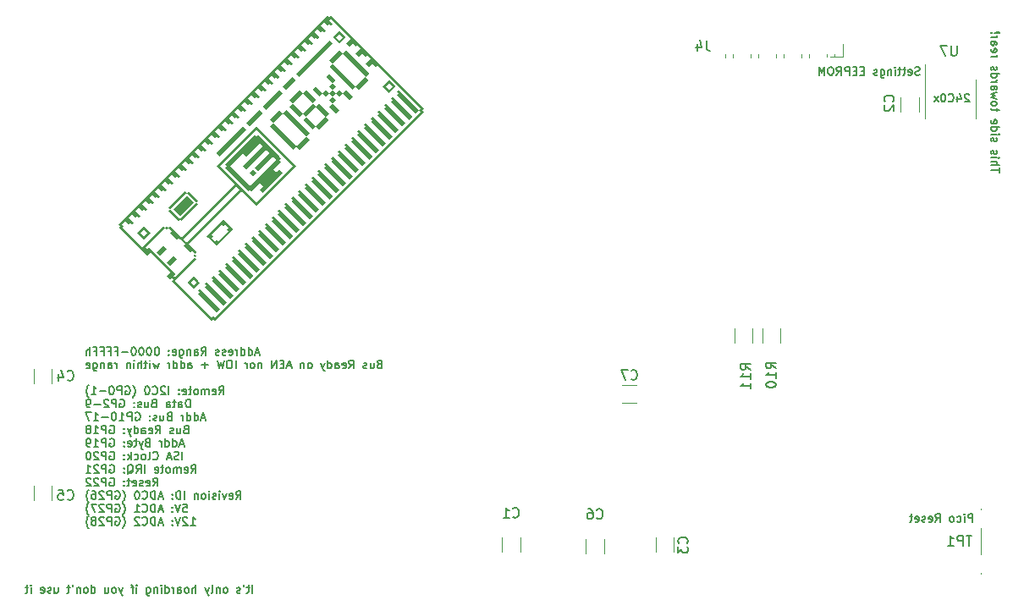
<source format=gbr>
%TF.GenerationSoftware,KiCad,Pcbnew,7.0.8*%
%TF.CreationDate,2024-01-21T15:21:42-06:00*%
%TF.ProjectId,ISA rev8,49534120-7265-4763-982e-6b696361645f,rev?*%
%TF.SameCoordinates,Original*%
%TF.FileFunction,Legend,Bot*%
%TF.FilePolarity,Positive*%
%FSLAX46Y46*%
G04 Gerber Fmt 4.6, Leading zero omitted, Abs format (unit mm)*
G04 Created by KiCad (PCBNEW 7.0.8) date 2024-01-21 15:21:42*
%MOMM*%
%LPD*%
G01*
G04 APERTURE LIST*
%ADD10C,0.152400*%
%ADD11C,0.150000*%
%ADD12C,0.300000*%
%ADD13C,0.120000*%
G04 APERTURE END LIST*
D10*
X196051713Y-70879701D02*
X196013009Y-70840996D01*
X196013009Y-70840996D02*
X195935599Y-70802291D01*
X195935599Y-70802291D02*
X195742075Y-70802291D01*
X195742075Y-70802291D02*
X195664666Y-70840996D01*
X195664666Y-70840996D02*
X195625961Y-70879701D01*
X195625961Y-70879701D02*
X195587256Y-70957110D01*
X195587256Y-70957110D02*
X195587256Y-71034520D01*
X195587256Y-71034520D02*
X195625961Y-71150634D01*
X195625961Y-71150634D02*
X196090418Y-71615091D01*
X196090418Y-71615091D02*
X195587256Y-71615091D01*
X194890571Y-71073225D02*
X194890571Y-71615091D01*
X195084095Y-70763587D02*
X195277618Y-71344158D01*
X195277618Y-71344158D02*
X194774457Y-71344158D01*
X194000362Y-71537682D02*
X194039066Y-71576387D01*
X194039066Y-71576387D02*
X194155181Y-71615091D01*
X194155181Y-71615091D02*
X194232590Y-71615091D01*
X194232590Y-71615091D02*
X194348704Y-71576387D01*
X194348704Y-71576387D02*
X194426114Y-71498977D01*
X194426114Y-71498977D02*
X194464819Y-71421567D01*
X194464819Y-71421567D02*
X194503523Y-71266748D01*
X194503523Y-71266748D02*
X194503523Y-71150634D01*
X194503523Y-71150634D02*
X194464819Y-70995815D01*
X194464819Y-70995815D02*
X194426114Y-70918406D01*
X194426114Y-70918406D02*
X194348704Y-70840996D01*
X194348704Y-70840996D02*
X194232590Y-70802291D01*
X194232590Y-70802291D02*
X194155181Y-70802291D01*
X194155181Y-70802291D02*
X194039066Y-70840996D01*
X194039066Y-70840996D02*
X194000362Y-70879701D01*
X193497200Y-70802291D02*
X193419790Y-70802291D01*
X193419790Y-70802291D02*
X193342381Y-70840996D01*
X193342381Y-70840996D02*
X193303676Y-70879701D01*
X193303676Y-70879701D02*
X193264971Y-70957110D01*
X193264971Y-70957110D02*
X193226266Y-71111929D01*
X193226266Y-71111929D02*
X193226266Y-71305453D01*
X193226266Y-71305453D02*
X193264971Y-71460272D01*
X193264971Y-71460272D02*
X193303676Y-71537682D01*
X193303676Y-71537682D02*
X193342381Y-71576387D01*
X193342381Y-71576387D02*
X193419790Y-71615091D01*
X193419790Y-71615091D02*
X193497200Y-71615091D01*
X193497200Y-71615091D02*
X193574609Y-71576387D01*
X193574609Y-71576387D02*
X193613314Y-71537682D01*
X193613314Y-71537682D02*
X193652019Y-71460272D01*
X193652019Y-71460272D02*
X193690723Y-71305453D01*
X193690723Y-71305453D02*
X193690723Y-71111929D01*
X193690723Y-71111929D02*
X193652019Y-70957110D01*
X193652019Y-70957110D02*
X193613314Y-70879701D01*
X193613314Y-70879701D02*
X193574609Y-70840996D01*
X193574609Y-70840996D02*
X193497200Y-70802291D01*
X192955333Y-71615091D02*
X192529581Y-71073225D01*
X192955333Y-71073225D02*
X192529581Y-71615091D01*
X196390381Y-113652091D02*
X196390381Y-112839291D01*
X196390381Y-112839291D02*
X196080743Y-112839291D01*
X196080743Y-112839291D02*
X196003333Y-112877996D01*
X196003333Y-112877996D02*
X195964628Y-112916701D01*
X195964628Y-112916701D02*
X195925924Y-112994110D01*
X195925924Y-112994110D02*
X195925924Y-113110225D01*
X195925924Y-113110225D02*
X195964628Y-113187634D01*
X195964628Y-113187634D02*
X196003333Y-113226339D01*
X196003333Y-113226339D02*
X196080743Y-113265044D01*
X196080743Y-113265044D02*
X196390381Y-113265044D01*
X195577581Y-113652091D02*
X195577581Y-113110225D01*
X195577581Y-112839291D02*
X195616285Y-112877996D01*
X195616285Y-112877996D02*
X195577581Y-112916701D01*
X195577581Y-112916701D02*
X195538876Y-112877996D01*
X195538876Y-112877996D02*
X195577581Y-112839291D01*
X195577581Y-112839291D02*
X195577581Y-112916701D01*
X194842190Y-113613387D02*
X194919599Y-113652091D01*
X194919599Y-113652091D02*
X195074418Y-113652091D01*
X195074418Y-113652091D02*
X195151828Y-113613387D01*
X195151828Y-113613387D02*
X195190533Y-113574682D01*
X195190533Y-113574682D02*
X195229237Y-113497272D01*
X195229237Y-113497272D02*
X195229237Y-113265044D01*
X195229237Y-113265044D02*
X195190533Y-113187634D01*
X195190533Y-113187634D02*
X195151828Y-113148929D01*
X195151828Y-113148929D02*
X195074418Y-113110225D01*
X195074418Y-113110225D02*
X194919599Y-113110225D01*
X194919599Y-113110225D02*
X194842190Y-113148929D01*
X194377732Y-113652091D02*
X194455142Y-113613387D01*
X194455142Y-113613387D02*
X194493847Y-113574682D01*
X194493847Y-113574682D02*
X194532551Y-113497272D01*
X194532551Y-113497272D02*
X194532551Y-113265044D01*
X194532551Y-113265044D02*
X194493847Y-113187634D01*
X194493847Y-113187634D02*
X194455142Y-113148929D01*
X194455142Y-113148929D02*
X194377732Y-113110225D01*
X194377732Y-113110225D02*
X194261618Y-113110225D01*
X194261618Y-113110225D02*
X194184209Y-113148929D01*
X194184209Y-113148929D02*
X194145504Y-113187634D01*
X194145504Y-113187634D02*
X194106799Y-113265044D01*
X194106799Y-113265044D02*
X194106799Y-113497272D01*
X194106799Y-113497272D02*
X194145504Y-113574682D01*
X194145504Y-113574682D02*
X194184209Y-113613387D01*
X194184209Y-113613387D02*
X194261618Y-113652091D01*
X194261618Y-113652091D02*
X194377732Y-113652091D01*
X192674724Y-113652091D02*
X192945657Y-113265044D01*
X193139181Y-113652091D02*
X193139181Y-112839291D01*
X193139181Y-112839291D02*
X192829543Y-112839291D01*
X192829543Y-112839291D02*
X192752133Y-112877996D01*
X192752133Y-112877996D02*
X192713428Y-112916701D01*
X192713428Y-112916701D02*
X192674724Y-112994110D01*
X192674724Y-112994110D02*
X192674724Y-113110225D01*
X192674724Y-113110225D02*
X192713428Y-113187634D01*
X192713428Y-113187634D02*
X192752133Y-113226339D01*
X192752133Y-113226339D02*
X192829543Y-113265044D01*
X192829543Y-113265044D02*
X193139181Y-113265044D01*
X192016743Y-113613387D02*
X192094152Y-113652091D01*
X192094152Y-113652091D02*
X192248971Y-113652091D01*
X192248971Y-113652091D02*
X192326381Y-113613387D01*
X192326381Y-113613387D02*
X192365085Y-113535977D01*
X192365085Y-113535977D02*
X192365085Y-113226339D01*
X192365085Y-113226339D02*
X192326381Y-113148929D01*
X192326381Y-113148929D02*
X192248971Y-113110225D01*
X192248971Y-113110225D02*
X192094152Y-113110225D01*
X192094152Y-113110225D02*
X192016743Y-113148929D01*
X192016743Y-113148929D02*
X191978038Y-113226339D01*
X191978038Y-113226339D02*
X191978038Y-113303748D01*
X191978038Y-113303748D02*
X192365085Y-113381158D01*
X191668399Y-113613387D02*
X191590990Y-113652091D01*
X191590990Y-113652091D02*
X191436171Y-113652091D01*
X191436171Y-113652091D02*
X191358761Y-113613387D01*
X191358761Y-113613387D02*
X191320057Y-113535977D01*
X191320057Y-113535977D02*
X191320057Y-113497272D01*
X191320057Y-113497272D02*
X191358761Y-113419863D01*
X191358761Y-113419863D02*
X191436171Y-113381158D01*
X191436171Y-113381158D02*
X191552285Y-113381158D01*
X191552285Y-113381158D02*
X191629695Y-113342453D01*
X191629695Y-113342453D02*
X191668399Y-113265044D01*
X191668399Y-113265044D02*
X191668399Y-113226339D01*
X191668399Y-113226339D02*
X191629695Y-113148929D01*
X191629695Y-113148929D02*
X191552285Y-113110225D01*
X191552285Y-113110225D02*
X191436171Y-113110225D01*
X191436171Y-113110225D02*
X191358761Y-113148929D01*
X190662076Y-113613387D02*
X190739485Y-113652091D01*
X190739485Y-113652091D02*
X190894304Y-113652091D01*
X190894304Y-113652091D02*
X190971714Y-113613387D01*
X190971714Y-113613387D02*
X191010418Y-113535977D01*
X191010418Y-113535977D02*
X191010418Y-113226339D01*
X191010418Y-113226339D02*
X190971714Y-113148929D01*
X190971714Y-113148929D02*
X190894304Y-113110225D01*
X190894304Y-113110225D02*
X190739485Y-113110225D01*
X190739485Y-113110225D02*
X190662076Y-113148929D01*
X190662076Y-113148929D02*
X190623371Y-113226339D01*
X190623371Y-113226339D02*
X190623371Y-113303748D01*
X190623371Y-113303748D02*
X191010418Y-113381158D01*
X190391142Y-113110225D02*
X190081504Y-113110225D01*
X190275028Y-112839291D02*
X190275028Y-113535977D01*
X190275028Y-113535977D02*
X190236323Y-113613387D01*
X190236323Y-113613387D02*
X190158913Y-113652091D01*
X190158913Y-113652091D02*
X190081504Y-113652091D01*
X199072708Y-78672265D02*
X199072708Y-78207808D01*
X198259908Y-78440036D02*
X199072708Y-78440036D01*
X198259908Y-77936875D02*
X199072708Y-77936875D01*
X198259908Y-77588532D02*
X198685660Y-77588532D01*
X198685660Y-77588532D02*
X198763070Y-77627237D01*
X198763070Y-77627237D02*
X198801774Y-77704646D01*
X198801774Y-77704646D02*
X198801774Y-77820760D01*
X198801774Y-77820760D02*
X198763070Y-77898170D01*
X198763070Y-77898170D02*
X198724365Y-77936875D01*
X198259908Y-77201485D02*
X198801774Y-77201485D01*
X199072708Y-77201485D02*
X199034003Y-77240189D01*
X199034003Y-77240189D02*
X198995298Y-77201485D01*
X198995298Y-77201485D02*
X199034003Y-77162780D01*
X199034003Y-77162780D02*
X199072708Y-77201485D01*
X199072708Y-77201485D02*
X198995298Y-77201485D01*
X198298613Y-76853141D02*
X198259908Y-76775732D01*
X198259908Y-76775732D02*
X198259908Y-76620913D01*
X198259908Y-76620913D02*
X198298613Y-76543503D01*
X198298613Y-76543503D02*
X198376022Y-76504799D01*
X198376022Y-76504799D02*
X198414727Y-76504799D01*
X198414727Y-76504799D02*
X198492136Y-76543503D01*
X198492136Y-76543503D02*
X198530841Y-76620913D01*
X198530841Y-76620913D02*
X198530841Y-76737027D01*
X198530841Y-76737027D02*
X198569546Y-76814437D01*
X198569546Y-76814437D02*
X198646955Y-76853141D01*
X198646955Y-76853141D02*
X198685660Y-76853141D01*
X198685660Y-76853141D02*
X198763070Y-76814437D01*
X198763070Y-76814437D02*
X198801774Y-76737027D01*
X198801774Y-76737027D02*
X198801774Y-76620913D01*
X198801774Y-76620913D02*
X198763070Y-76543503D01*
X198298613Y-75575884D02*
X198259908Y-75498475D01*
X198259908Y-75498475D02*
X198259908Y-75343656D01*
X198259908Y-75343656D02*
X198298613Y-75266246D01*
X198298613Y-75266246D02*
X198376022Y-75227542D01*
X198376022Y-75227542D02*
X198414727Y-75227542D01*
X198414727Y-75227542D02*
X198492136Y-75266246D01*
X198492136Y-75266246D02*
X198530841Y-75343656D01*
X198530841Y-75343656D02*
X198530841Y-75459770D01*
X198530841Y-75459770D02*
X198569546Y-75537180D01*
X198569546Y-75537180D02*
X198646955Y-75575884D01*
X198646955Y-75575884D02*
X198685660Y-75575884D01*
X198685660Y-75575884D02*
X198763070Y-75537180D01*
X198763070Y-75537180D02*
X198801774Y-75459770D01*
X198801774Y-75459770D02*
X198801774Y-75343656D01*
X198801774Y-75343656D02*
X198763070Y-75266246D01*
X198259908Y-74879199D02*
X198801774Y-74879199D01*
X199072708Y-74879199D02*
X199034003Y-74917903D01*
X199034003Y-74917903D02*
X198995298Y-74879199D01*
X198995298Y-74879199D02*
X199034003Y-74840494D01*
X199034003Y-74840494D02*
X199072708Y-74879199D01*
X199072708Y-74879199D02*
X198995298Y-74879199D01*
X198259908Y-74143808D02*
X199072708Y-74143808D01*
X198298613Y-74143808D02*
X198259908Y-74221217D01*
X198259908Y-74221217D02*
X198259908Y-74376036D01*
X198259908Y-74376036D02*
X198298613Y-74453446D01*
X198298613Y-74453446D02*
X198337317Y-74492151D01*
X198337317Y-74492151D02*
X198414727Y-74530855D01*
X198414727Y-74530855D02*
X198646955Y-74530855D01*
X198646955Y-74530855D02*
X198724365Y-74492151D01*
X198724365Y-74492151D02*
X198763070Y-74453446D01*
X198763070Y-74453446D02*
X198801774Y-74376036D01*
X198801774Y-74376036D02*
X198801774Y-74221217D01*
X198801774Y-74221217D02*
X198763070Y-74143808D01*
X198298613Y-73447123D02*
X198259908Y-73524532D01*
X198259908Y-73524532D02*
X198259908Y-73679351D01*
X198259908Y-73679351D02*
X198298613Y-73756761D01*
X198298613Y-73756761D02*
X198376022Y-73795465D01*
X198376022Y-73795465D02*
X198685660Y-73795465D01*
X198685660Y-73795465D02*
X198763070Y-73756761D01*
X198763070Y-73756761D02*
X198801774Y-73679351D01*
X198801774Y-73679351D02*
X198801774Y-73524532D01*
X198801774Y-73524532D02*
X198763070Y-73447123D01*
X198763070Y-73447123D02*
X198685660Y-73408418D01*
X198685660Y-73408418D02*
X198608251Y-73408418D01*
X198608251Y-73408418D02*
X198530841Y-73795465D01*
X198801774Y-72556913D02*
X198801774Y-72247275D01*
X199072708Y-72440799D02*
X198376022Y-72440799D01*
X198376022Y-72440799D02*
X198298613Y-72402094D01*
X198298613Y-72402094D02*
X198259908Y-72324684D01*
X198259908Y-72324684D02*
X198259908Y-72247275D01*
X198259908Y-71860227D02*
X198298613Y-71937637D01*
X198298613Y-71937637D02*
X198337317Y-71976342D01*
X198337317Y-71976342D02*
X198414727Y-72015046D01*
X198414727Y-72015046D02*
X198646955Y-72015046D01*
X198646955Y-72015046D02*
X198724365Y-71976342D01*
X198724365Y-71976342D02*
X198763070Y-71937637D01*
X198763070Y-71937637D02*
X198801774Y-71860227D01*
X198801774Y-71860227D02*
X198801774Y-71744113D01*
X198801774Y-71744113D02*
X198763070Y-71666704D01*
X198763070Y-71666704D02*
X198724365Y-71627999D01*
X198724365Y-71627999D02*
X198646955Y-71589294D01*
X198646955Y-71589294D02*
X198414727Y-71589294D01*
X198414727Y-71589294D02*
X198337317Y-71627999D01*
X198337317Y-71627999D02*
X198298613Y-71666704D01*
X198298613Y-71666704D02*
X198259908Y-71744113D01*
X198259908Y-71744113D02*
X198259908Y-71860227D01*
X198801774Y-71318361D02*
X198259908Y-71163542D01*
X198259908Y-71163542D02*
X198646955Y-71008723D01*
X198646955Y-71008723D02*
X198259908Y-70853904D01*
X198259908Y-70853904D02*
X198801774Y-70699085D01*
X198259908Y-70041104D02*
X198685660Y-70041104D01*
X198685660Y-70041104D02*
X198763070Y-70079809D01*
X198763070Y-70079809D02*
X198801774Y-70157218D01*
X198801774Y-70157218D02*
X198801774Y-70312037D01*
X198801774Y-70312037D02*
X198763070Y-70389447D01*
X198298613Y-70041104D02*
X198259908Y-70118513D01*
X198259908Y-70118513D02*
X198259908Y-70312037D01*
X198259908Y-70312037D02*
X198298613Y-70389447D01*
X198298613Y-70389447D02*
X198376022Y-70428151D01*
X198376022Y-70428151D02*
X198453432Y-70428151D01*
X198453432Y-70428151D02*
X198530841Y-70389447D01*
X198530841Y-70389447D02*
X198569546Y-70312037D01*
X198569546Y-70312037D02*
X198569546Y-70118513D01*
X198569546Y-70118513D02*
X198608251Y-70041104D01*
X198259908Y-69654057D02*
X198801774Y-69654057D01*
X198646955Y-69654057D02*
X198724365Y-69615352D01*
X198724365Y-69615352D02*
X198763070Y-69576647D01*
X198763070Y-69576647D02*
X198801774Y-69499238D01*
X198801774Y-69499238D02*
X198801774Y-69421828D01*
X198259908Y-68802552D02*
X199072708Y-68802552D01*
X198298613Y-68802552D02*
X198259908Y-68879961D01*
X198259908Y-68879961D02*
X198259908Y-69034780D01*
X198259908Y-69034780D02*
X198298613Y-69112190D01*
X198298613Y-69112190D02*
X198337317Y-69150895D01*
X198337317Y-69150895D02*
X198414727Y-69189599D01*
X198414727Y-69189599D02*
X198646955Y-69189599D01*
X198646955Y-69189599D02*
X198724365Y-69150895D01*
X198724365Y-69150895D02*
X198763070Y-69112190D01*
X198763070Y-69112190D02*
X198801774Y-69034780D01*
X198801774Y-69034780D02*
X198801774Y-68879961D01*
X198801774Y-68879961D02*
X198763070Y-68802552D01*
X198298613Y-68454209D02*
X198259908Y-68376800D01*
X198259908Y-68376800D02*
X198259908Y-68221981D01*
X198259908Y-68221981D02*
X198298613Y-68144571D01*
X198298613Y-68144571D02*
X198376022Y-68105867D01*
X198376022Y-68105867D02*
X198414727Y-68105867D01*
X198414727Y-68105867D02*
X198492136Y-68144571D01*
X198492136Y-68144571D02*
X198530841Y-68221981D01*
X198530841Y-68221981D02*
X198530841Y-68338095D01*
X198530841Y-68338095D02*
X198569546Y-68415505D01*
X198569546Y-68415505D02*
X198646955Y-68454209D01*
X198646955Y-68454209D02*
X198685660Y-68454209D01*
X198685660Y-68454209D02*
X198763070Y-68415505D01*
X198763070Y-68415505D02*
X198801774Y-68338095D01*
X198801774Y-68338095D02*
X198801774Y-68221981D01*
X198801774Y-68221981D02*
X198763070Y-68144571D01*
X198259908Y-67138248D02*
X198801774Y-67138248D01*
X198646955Y-67138248D02*
X198724365Y-67099543D01*
X198724365Y-67099543D02*
X198763070Y-67060838D01*
X198763070Y-67060838D02*
X198801774Y-66983429D01*
X198801774Y-66983429D02*
X198801774Y-66906019D01*
X198298613Y-66325448D02*
X198259908Y-66402857D01*
X198259908Y-66402857D02*
X198259908Y-66557676D01*
X198259908Y-66557676D02*
X198298613Y-66635086D01*
X198298613Y-66635086D02*
X198376022Y-66673790D01*
X198376022Y-66673790D02*
X198685660Y-66673790D01*
X198685660Y-66673790D02*
X198763070Y-66635086D01*
X198763070Y-66635086D02*
X198801774Y-66557676D01*
X198801774Y-66557676D02*
X198801774Y-66402857D01*
X198801774Y-66402857D02*
X198763070Y-66325448D01*
X198763070Y-66325448D02*
X198685660Y-66286743D01*
X198685660Y-66286743D02*
X198608251Y-66286743D01*
X198608251Y-66286743D02*
X198530841Y-66673790D01*
X198259908Y-65590057D02*
X198685660Y-65590057D01*
X198685660Y-65590057D02*
X198763070Y-65628762D01*
X198763070Y-65628762D02*
X198801774Y-65706171D01*
X198801774Y-65706171D02*
X198801774Y-65860990D01*
X198801774Y-65860990D02*
X198763070Y-65938400D01*
X198298613Y-65590057D02*
X198259908Y-65667466D01*
X198259908Y-65667466D02*
X198259908Y-65860990D01*
X198259908Y-65860990D02*
X198298613Y-65938400D01*
X198298613Y-65938400D02*
X198376022Y-65977104D01*
X198376022Y-65977104D02*
X198453432Y-65977104D01*
X198453432Y-65977104D02*
X198530841Y-65938400D01*
X198530841Y-65938400D02*
X198569546Y-65860990D01*
X198569546Y-65860990D02*
X198569546Y-65667466D01*
X198569546Y-65667466D02*
X198608251Y-65590057D01*
X198259908Y-65203010D02*
X198801774Y-65203010D01*
X198646955Y-65203010D02*
X198724365Y-65164305D01*
X198724365Y-65164305D02*
X198763070Y-65125600D01*
X198763070Y-65125600D02*
X198801774Y-65048191D01*
X198801774Y-65048191D02*
X198801774Y-64970781D01*
X198337317Y-64699848D02*
X198298613Y-64661143D01*
X198298613Y-64661143D02*
X198259908Y-64699848D01*
X198259908Y-64699848D02*
X198298613Y-64738552D01*
X198298613Y-64738552D02*
X198337317Y-64699848D01*
X198337317Y-64699848D02*
X198259908Y-64699848D01*
X198569546Y-64699848D02*
X199034003Y-64738552D01*
X199034003Y-64738552D02*
X199072708Y-64699848D01*
X199072708Y-64699848D02*
X199034003Y-64661143D01*
X199034003Y-64661143D02*
X198569546Y-64699848D01*
X198569546Y-64699848D02*
X199072708Y-64699848D01*
X191105969Y-68909387D02*
X190989855Y-68948091D01*
X190989855Y-68948091D02*
X190796331Y-68948091D01*
X190796331Y-68948091D02*
X190718922Y-68909387D01*
X190718922Y-68909387D02*
X190680217Y-68870682D01*
X190680217Y-68870682D02*
X190641512Y-68793272D01*
X190641512Y-68793272D02*
X190641512Y-68715863D01*
X190641512Y-68715863D02*
X190680217Y-68638453D01*
X190680217Y-68638453D02*
X190718922Y-68599748D01*
X190718922Y-68599748D02*
X190796331Y-68561044D01*
X190796331Y-68561044D02*
X190951150Y-68522339D01*
X190951150Y-68522339D02*
X191028560Y-68483634D01*
X191028560Y-68483634D02*
X191067265Y-68444929D01*
X191067265Y-68444929D02*
X191105969Y-68367520D01*
X191105969Y-68367520D02*
X191105969Y-68290110D01*
X191105969Y-68290110D02*
X191067265Y-68212701D01*
X191067265Y-68212701D02*
X191028560Y-68173996D01*
X191028560Y-68173996D02*
X190951150Y-68135291D01*
X190951150Y-68135291D02*
X190757627Y-68135291D01*
X190757627Y-68135291D02*
X190641512Y-68173996D01*
X189983532Y-68909387D02*
X190060941Y-68948091D01*
X190060941Y-68948091D02*
X190215760Y-68948091D01*
X190215760Y-68948091D02*
X190293170Y-68909387D01*
X190293170Y-68909387D02*
X190331874Y-68831977D01*
X190331874Y-68831977D02*
X190331874Y-68522339D01*
X190331874Y-68522339D02*
X190293170Y-68444929D01*
X190293170Y-68444929D02*
X190215760Y-68406225D01*
X190215760Y-68406225D02*
X190060941Y-68406225D01*
X190060941Y-68406225D02*
X189983532Y-68444929D01*
X189983532Y-68444929D02*
X189944827Y-68522339D01*
X189944827Y-68522339D02*
X189944827Y-68599748D01*
X189944827Y-68599748D02*
X190331874Y-68677158D01*
X189712598Y-68406225D02*
X189402960Y-68406225D01*
X189596484Y-68135291D02*
X189596484Y-68831977D01*
X189596484Y-68831977D02*
X189557779Y-68909387D01*
X189557779Y-68909387D02*
X189480369Y-68948091D01*
X189480369Y-68948091D02*
X189402960Y-68948091D01*
X189248141Y-68406225D02*
X188938503Y-68406225D01*
X189132027Y-68135291D02*
X189132027Y-68831977D01*
X189132027Y-68831977D02*
X189093322Y-68909387D01*
X189093322Y-68909387D02*
X189015912Y-68948091D01*
X189015912Y-68948091D02*
X188938503Y-68948091D01*
X188667570Y-68948091D02*
X188667570Y-68406225D01*
X188667570Y-68135291D02*
X188706274Y-68173996D01*
X188706274Y-68173996D02*
X188667570Y-68212701D01*
X188667570Y-68212701D02*
X188628865Y-68173996D01*
X188628865Y-68173996D02*
X188667570Y-68135291D01*
X188667570Y-68135291D02*
X188667570Y-68212701D01*
X188280522Y-68406225D02*
X188280522Y-68948091D01*
X188280522Y-68483634D02*
X188241817Y-68444929D01*
X188241817Y-68444929D02*
X188164407Y-68406225D01*
X188164407Y-68406225D02*
X188048293Y-68406225D01*
X188048293Y-68406225D02*
X187970884Y-68444929D01*
X187970884Y-68444929D02*
X187932179Y-68522339D01*
X187932179Y-68522339D02*
X187932179Y-68948091D01*
X187196789Y-68406225D02*
X187196789Y-69064206D01*
X187196789Y-69064206D02*
X187235494Y-69141615D01*
X187235494Y-69141615D02*
X187274198Y-69180320D01*
X187274198Y-69180320D02*
X187351608Y-69219025D01*
X187351608Y-69219025D02*
X187467722Y-69219025D01*
X187467722Y-69219025D02*
X187545132Y-69180320D01*
X187196789Y-68909387D02*
X187274198Y-68948091D01*
X187274198Y-68948091D02*
X187429017Y-68948091D01*
X187429017Y-68948091D02*
X187506427Y-68909387D01*
X187506427Y-68909387D02*
X187545132Y-68870682D01*
X187545132Y-68870682D02*
X187583836Y-68793272D01*
X187583836Y-68793272D02*
X187583836Y-68561044D01*
X187583836Y-68561044D02*
X187545132Y-68483634D01*
X187545132Y-68483634D02*
X187506427Y-68444929D01*
X187506427Y-68444929D02*
X187429017Y-68406225D01*
X187429017Y-68406225D02*
X187274198Y-68406225D01*
X187274198Y-68406225D02*
X187196789Y-68444929D01*
X186848446Y-68909387D02*
X186771037Y-68948091D01*
X186771037Y-68948091D02*
X186616218Y-68948091D01*
X186616218Y-68948091D02*
X186538808Y-68909387D01*
X186538808Y-68909387D02*
X186500104Y-68831977D01*
X186500104Y-68831977D02*
X186500104Y-68793272D01*
X186500104Y-68793272D02*
X186538808Y-68715863D01*
X186538808Y-68715863D02*
X186616218Y-68677158D01*
X186616218Y-68677158D02*
X186732332Y-68677158D01*
X186732332Y-68677158D02*
X186809742Y-68638453D01*
X186809742Y-68638453D02*
X186848446Y-68561044D01*
X186848446Y-68561044D02*
X186848446Y-68522339D01*
X186848446Y-68522339D02*
X186809742Y-68444929D01*
X186809742Y-68444929D02*
X186732332Y-68406225D01*
X186732332Y-68406225D02*
X186616218Y-68406225D01*
X186616218Y-68406225D02*
X186538808Y-68444929D01*
X185532485Y-68522339D02*
X185261551Y-68522339D01*
X185145437Y-68948091D02*
X185532485Y-68948091D01*
X185532485Y-68948091D02*
X185532485Y-68135291D01*
X185532485Y-68135291D02*
X185145437Y-68135291D01*
X184797095Y-68522339D02*
X184526161Y-68522339D01*
X184410047Y-68948091D02*
X184797095Y-68948091D01*
X184797095Y-68948091D02*
X184797095Y-68135291D01*
X184797095Y-68135291D02*
X184410047Y-68135291D01*
X184061705Y-68948091D02*
X184061705Y-68135291D01*
X184061705Y-68135291D02*
X183752067Y-68135291D01*
X183752067Y-68135291D02*
X183674657Y-68173996D01*
X183674657Y-68173996D02*
X183635952Y-68212701D01*
X183635952Y-68212701D02*
X183597248Y-68290110D01*
X183597248Y-68290110D02*
X183597248Y-68406225D01*
X183597248Y-68406225D02*
X183635952Y-68483634D01*
X183635952Y-68483634D02*
X183674657Y-68522339D01*
X183674657Y-68522339D02*
X183752067Y-68561044D01*
X183752067Y-68561044D02*
X184061705Y-68561044D01*
X182784448Y-68948091D02*
X183055381Y-68561044D01*
X183248905Y-68948091D02*
X183248905Y-68135291D01*
X183248905Y-68135291D02*
X182939267Y-68135291D01*
X182939267Y-68135291D02*
X182861857Y-68173996D01*
X182861857Y-68173996D02*
X182823152Y-68212701D01*
X182823152Y-68212701D02*
X182784448Y-68290110D01*
X182784448Y-68290110D02*
X182784448Y-68406225D01*
X182784448Y-68406225D02*
X182823152Y-68483634D01*
X182823152Y-68483634D02*
X182861857Y-68522339D01*
X182861857Y-68522339D02*
X182939267Y-68561044D01*
X182939267Y-68561044D02*
X183248905Y-68561044D01*
X182281286Y-68135291D02*
X182126467Y-68135291D01*
X182126467Y-68135291D02*
X182049057Y-68173996D01*
X182049057Y-68173996D02*
X181971648Y-68251406D01*
X181971648Y-68251406D02*
X181932943Y-68406225D01*
X181932943Y-68406225D02*
X181932943Y-68677158D01*
X181932943Y-68677158D02*
X181971648Y-68831977D01*
X181971648Y-68831977D02*
X182049057Y-68909387D01*
X182049057Y-68909387D02*
X182126467Y-68948091D01*
X182126467Y-68948091D02*
X182281286Y-68948091D01*
X182281286Y-68948091D02*
X182358695Y-68909387D01*
X182358695Y-68909387D02*
X182436105Y-68831977D01*
X182436105Y-68831977D02*
X182474809Y-68677158D01*
X182474809Y-68677158D02*
X182474809Y-68406225D01*
X182474809Y-68406225D02*
X182436105Y-68251406D01*
X182436105Y-68251406D02*
X182358695Y-68173996D01*
X182358695Y-68173996D02*
X182281286Y-68135291D01*
X181584600Y-68948091D02*
X181584600Y-68135291D01*
X181584600Y-68135291D02*
X181313666Y-68715863D01*
X181313666Y-68715863D02*
X181042733Y-68135291D01*
X181042733Y-68135291D02*
X181042733Y-68948091D01*
X124331787Y-120764091D02*
X124331787Y-119951291D01*
X124060853Y-120222225D02*
X123751215Y-120222225D01*
X123944739Y-119951291D02*
X123944739Y-120647977D01*
X123944739Y-120647977D02*
X123906034Y-120725387D01*
X123906034Y-120725387D02*
X123828624Y-120764091D01*
X123828624Y-120764091D02*
X123751215Y-120764091D01*
X123441577Y-119951291D02*
X123518986Y-120106110D01*
X123131938Y-120725387D02*
X123054529Y-120764091D01*
X123054529Y-120764091D02*
X122899710Y-120764091D01*
X122899710Y-120764091D02*
X122822300Y-120725387D01*
X122822300Y-120725387D02*
X122783596Y-120647977D01*
X122783596Y-120647977D02*
X122783596Y-120609272D01*
X122783596Y-120609272D02*
X122822300Y-120531863D01*
X122822300Y-120531863D02*
X122899710Y-120493158D01*
X122899710Y-120493158D02*
X123015824Y-120493158D01*
X123015824Y-120493158D02*
X123093234Y-120454453D01*
X123093234Y-120454453D02*
X123131938Y-120377044D01*
X123131938Y-120377044D02*
X123131938Y-120338339D01*
X123131938Y-120338339D02*
X123093234Y-120260929D01*
X123093234Y-120260929D02*
X123015824Y-120222225D01*
X123015824Y-120222225D02*
X122899710Y-120222225D01*
X122899710Y-120222225D02*
X122822300Y-120260929D01*
X121699862Y-120764091D02*
X121777272Y-120725387D01*
X121777272Y-120725387D02*
X121815977Y-120686682D01*
X121815977Y-120686682D02*
X121854681Y-120609272D01*
X121854681Y-120609272D02*
X121854681Y-120377044D01*
X121854681Y-120377044D02*
X121815977Y-120299634D01*
X121815977Y-120299634D02*
X121777272Y-120260929D01*
X121777272Y-120260929D02*
X121699862Y-120222225D01*
X121699862Y-120222225D02*
X121583748Y-120222225D01*
X121583748Y-120222225D02*
X121506339Y-120260929D01*
X121506339Y-120260929D02*
X121467634Y-120299634D01*
X121467634Y-120299634D02*
X121428929Y-120377044D01*
X121428929Y-120377044D02*
X121428929Y-120609272D01*
X121428929Y-120609272D02*
X121467634Y-120686682D01*
X121467634Y-120686682D02*
X121506339Y-120725387D01*
X121506339Y-120725387D02*
X121583748Y-120764091D01*
X121583748Y-120764091D02*
X121699862Y-120764091D01*
X121080587Y-120222225D02*
X121080587Y-120764091D01*
X121080587Y-120299634D02*
X121041882Y-120260929D01*
X121041882Y-120260929D02*
X120964472Y-120222225D01*
X120964472Y-120222225D02*
X120848358Y-120222225D01*
X120848358Y-120222225D02*
X120770949Y-120260929D01*
X120770949Y-120260929D02*
X120732244Y-120338339D01*
X120732244Y-120338339D02*
X120732244Y-120764091D01*
X120229082Y-120764091D02*
X120306492Y-120725387D01*
X120306492Y-120725387D02*
X120345197Y-120647977D01*
X120345197Y-120647977D02*
X120345197Y-119951291D01*
X119996854Y-120222225D02*
X119803330Y-120764091D01*
X119609807Y-120222225D02*
X119803330Y-120764091D01*
X119803330Y-120764091D02*
X119880740Y-120957615D01*
X119880740Y-120957615D02*
X119919445Y-120996320D01*
X119919445Y-120996320D02*
X119996854Y-121035025D01*
X118680893Y-120764091D02*
X118680893Y-119951291D01*
X118332550Y-120764091D02*
X118332550Y-120338339D01*
X118332550Y-120338339D02*
X118371255Y-120260929D01*
X118371255Y-120260929D02*
X118448664Y-120222225D01*
X118448664Y-120222225D02*
X118564778Y-120222225D01*
X118564778Y-120222225D02*
X118642188Y-120260929D01*
X118642188Y-120260929D02*
X118680893Y-120299634D01*
X117829388Y-120764091D02*
X117906798Y-120725387D01*
X117906798Y-120725387D02*
X117945503Y-120686682D01*
X117945503Y-120686682D02*
X117984207Y-120609272D01*
X117984207Y-120609272D02*
X117984207Y-120377044D01*
X117984207Y-120377044D02*
X117945503Y-120299634D01*
X117945503Y-120299634D02*
X117906798Y-120260929D01*
X117906798Y-120260929D02*
X117829388Y-120222225D01*
X117829388Y-120222225D02*
X117713274Y-120222225D01*
X117713274Y-120222225D02*
X117635865Y-120260929D01*
X117635865Y-120260929D02*
X117597160Y-120299634D01*
X117597160Y-120299634D02*
X117558455Y-120377044D01*
X117558455Y-120377044D02*
X117558455Y-120609272D01*
X117558455Y-120609272D02*
X117597160Y-120686682D01*
X117597160Y-120686682D02*
X117635865Y-120725387D01*
X117635865Y-120725387D02*
X117713274Y-120764091D01*
X117713274Y-120764091D02*
X117829388Y-120764091D01*
X116861770Y-120764091D02*
X116861770Y-120338339D01*
X116861770Y-120338339D02*
X116900475Y-120260929D01*
X116900475Y-120260929D02*
X116977884Y-120222225D01*
X116977884Y-120222225D02*
X117132703Y-120222225D01*
X117132703Y-120222225D02*
X117210113Y-120260929D01*
X116861770Y-120725387D02*
X116939179Y-120764091D01*
X116939179Y-120764091D02*
X117132703Y-120764091D01*
X117132703Y-120764091D02*
X117210113Y-120725387D01*
X117210113Y-120725387D02*
X117248817Y-120647977D01*
X117248817Y-120647977D02*
X117248817Y-120570567D01*
X117248817Y-120570567D02*
X117210113Y-120493158D01*
X117210113Y-120493158D02*
X117132703Y-120454453D01*
X117132703Y-120454453D02*
X116939179Y-120454453D01*
X116939179Y-120454453D02*
X116861770Y-120415748D01*
X116474723Y-120764091D02*
X116474723Y-120222225D01*
X116474723Y-120377044D02*
X116436018Y-120299634D01*
X116436018Y-120299634D02*
X116397313Y-120260929D01*
X116397313Y-120260929D02*
X116319904Y-120222225D01*
X116319904Y-120222225D02*
X116242494Y-120222225D01*
X115623218Y-120764091D02*
X115623218Y-119951291D01*
X115623218Y-120725387D02*
X115700627Y-120764091D01*
X115700627Y-120764091D02*
X115855446Y-120764091D01*
X115855446Y-120764091D02*
X115932856Y-120725387D01*
X115932856Y-120725387D02*
X115971561Y-120686682D01*
X115971561Y-120686682D02*
X116010265Y-120609272D01*
X116010265Y-120609272D02*
X116010265Y-120377044D01*
X116010265Y-120377044D02*
X115971561Y-120299634D01*
X115971561Y-120299634D02*
X115932856Y-120260929D01*
X115932856Y-120260929D02*
X115855446Y-120222225D01*
X115855446Y-120222225D02*
X115700627Y-120222225D01*
X115700627Y-120222225D02*
X115623218Y-120260929D01*
X115236171Y-120764091D02*
X115236171Y-120222225D01*
X115236171Y-119951291D02*
X115274875Y-119989996D01*
X115274875Y-119989996D02*
X115236171Y-120028701D01*
X115236171Y-120028701D02*
X115197466Y-119989996D01*
X115197466Y-119989996D02*
X115236171Y-119951291D01*
X115236171Y-119951291D02*
X115236171Y-120028701D01*
X114849123Y-120222225D02*
X114849123Y-120764091D01*
X114849123Y-120299634D02*
X114810418Y-120260929D01*
X114810418Y-120260929D02*
X114733008Y-120222225D01*
X114733008Y-120222225D02*
X114616894Y-120222225D01*
X114616894Y-120222225D02*
X114539485Y-120260929D01*
X114539485Y-120260929D02*
X114500780Y-120338339D01*
X114500780Y-120338339D02*
X114500780Y-120764091D01*
X113765390Y-120222225D02*
X113765390Y-120880206D01*
X113765390Y-120880206D02*
X113804095Y-120957615D01*
X113804095Y-120957615D02*
X113842799Y-120996320D01*
X113842799Y-120996320D02*
X113920209Y-121035025D01*
X113920209Y-121035025D02*
X114036323Y-121035025D01*
X114036323Y-121035025D02*
X114113733Y-120996320D01*
X113765390Y-120725387D02*
X113842799Y-120764091D01*
X113842799Y-120764091D02*
X113997618Y-120764091D01*
X113997618Y-120764091D02*
X114075028Y-120725387D01*
X114075028Y-120725387D02*
X114113733Y-120686682D01*
X114113733Y-120686682D02*
X114152437Y-120609272D01*
X114152437Y-120609272D02*
X114152437Y-120377044D01*
X114152437Y-120377044D02*
X114113733Y-120299634D01*
X114113733Y-120299634D02*
X114075028Y-120260929D01*
X114075028Y-120260929D02*
X113997618Y-120222225D01*
X113997618Y-120222225D02*
X113842799Y-120222225D01*
X113842799Y-120222225D02*
X113765390Y-120260929D01*
X112759067Y-120764091D02*
X112759067Y-120222225D01*
X112759067Y-119951291D02*
X112797771Y-119989996D01*
X112797771Y-119989996D02*
X112759067Y-120028701D01*
X112759067Y-120028701D02*
X112720362Y-119989996D01*
X112720362Y-119989996D02*
X112759067Y-119951291D01*
X112759067Y-119951291D02*
X112759067Y-120028701D01*
X112488133Y-120222225D02*
X112178495Y-120222225D01*
X112372019Y-120764091D02*
X112372019Y-120067406D01*
X112372019Y-120067406D02*
X112333314Y-119989996D01*
X112333314Y-119989996D02*
X112255904Y-119951291D01*
X112255904Y-119951291D02*
X112178495Y-119951291D01*
X111365695Y-120222225D02*
X111172171Y-120764091D01*
X110978648Y-120222225D02*
X111172171Y-120764091D01*
X111172171Y-120764091D02*
X111249581Y-120957615D01*
X111249581Y-120957615D02*
X111288286Y-120996320D01*
X111288286Y-120996320D02*
X111365695Y-121035025D01*
X110552895Y-120764091D02*
X110630305Y-120725387D01*
X110630305Y-120725387D02*
X110669010Y-120686682D01*
X110669010Y-120686682D02*
X110707714Y-120609272D01*
X110707714Y-120609272D02*
X110707714Y-120377044D01*
X110707714Y-120377044D02*
X110669010Y-120299634D01*
X110669010Y-120299634D02*
X110630305Y-120260929D01*
X110630305Y-120260929D02*
X110552895Y-120222225D01*
X110552895Y-120222225D02*
X110436781Y-120222225D01*
X110436781Y-120222225D02*
X110359372Y-120260929D01*
X110359372Y-120260929D02*
X110320667Y-120299634D01*
X110320667Y-120299634D02*
X110281962Y-120377044D01*
X110281962Y-120377044D02*
X110281962Y-120609272D01*
X110281962Y-120609272D02*
X110320667Y-120686682D01*
X110320667Y-120686682D02*
X110359372Y-120725387D01*
X110359372Y-120725387D02*
X110436781Y-120764091D01*
X110436781Y-120764091D02*
X110552895Y-120764091D01*
X109585277Y-120222225D02*
X109585277Y-120764091D01*
X109933620Y-120222225D02*
X109933620Y-120647977D01*
X109933620Y-120647977D02*
X109894915Y-120725387D01*
X109894915Y-120725387D02*
X109817505Y-120764091D01*
X109817505Y-120764091D02*
X109701391Y-120764091D01*
X109701391Y-120764091D02*
X109623982Y-120725387D01*
X109623982Y-120725387D02*
X109585277Y-120686682D01*
X108230611Y-120764091D02*
X108230611Y-119951291D01*
X108230611Y-120725387D02*
X108308020Y-120764091D01*
X108308020Y-120764091D02*
X108462839Y-120764091D01*
X108462839Y-120764091D02*
X108540249Y-120725387D01*
X108540249Y-120725387D02*
X108578954Y-120686682D01*
X108578954Y-120686682D02*
X108617658Y-120609272D01*
X108617658Y-120609272D02*
X108617658Y-120377044D01*
X108617658Y-120377044D02*
X108578954Y-120299634D01*
X108578954Y-120299634D02*
X108540249Y-120260929D01*
X108540249Y-120260929D02*
X108462839Y-120222225D01*
X108462839Y-120222225D02*
X108308020Y-120222225D01*
X108308020Y-120222225D02*
X108230611Y-120260929D01*
X107727449Y-120764091D02*
X107804859Y-120725387D01*
X107804859Y-120725387D02*
X107843564Y-120686682D01*
X107843564Y-120686682D02*
X107882268Y-120609272D01*
X107882268Y-120609272D02*
X107882268Y-120377044D01*
X107882268Y-120377044D02*
X107843564Y-120299634D01*
X107843564Y-120299634D02*
X107804859Y-120260929D01*
X107804859Y-120260929D02*
X107727449Y-120222225D01*
X107727449Y-120222225D02*
X107611335Y-120222225D01*
X107611335Y-120222225D02*
X107533926Y-120260929D01*
X107533926Y-120260929D02*
X107495221Y-120299634D01*
X107495221Y-120299634D02*
X107456516Y-120377044D01*
X107456516Y-120377044D02*
X107456516Y-120609272D01*
X107456516Y-120609272D02*
X107495221Y-120686682D01*
X107495221Y-120686682D02*
X107533926Y-120725387D01*
X107533926Y-120725387D02*
X107611335Y-120764091D01*
X107611335Y-120764091D02*
X107727449Y-120764091D01*
X107108174Y-120222225D02*
X107108174Y-120764091D01*
X107108174Y-120299634D02*
X107069469Y-120260929D01*
X107069469Y-120260929D02*
X106992059Y-120222225D01*
X106992059Y-120222225D02*
X106875945Y-120222225D01*
X106875945Y-120222225D02*
X106798536Y-120260929D01*
X106798536Y-120260929D02*
X106759831Y-120338339D01*
X106759831Y-120338339D02*
X106759831Y-120764091D01*
X106334079Y-119951291D02*
X106411488Y-120106110D01*
X106101850Y-120222225D02*
X105792212Y-120222225D01*
X105985736Y-119951291D02*
X105985736Y-120647977D01*
X105985736Y-120647977D02*
X105947031Y-120725387D01*
X105947031Y-120725387D02*
X105869621Y-120764091D01*
X105869621Y-120764091D02*
X105792212Y-120764091D01*
X104553660Y-120222225D02*
X104553660Y-120764091D01*
X104902003Y-120222225D02*
X104902003Y-120647977D01*
X104902003Y-120647977D02*
X104863298Y-120725387D01*
X104863298Y-120725387D02*
X104785888Y-120764091D01*
X104785888Y-120764091D02*
X104669774Y-120764091D01*
X104669774Y-120764091D02*
X104592365Y-120725387D01*
X104592365Y-120725387D02*
X104553660Y-120686682D01*
X104205317Y-120725387D02*
X104127908Y-120764091D01*
X104127908Y-120764091D02*
X103973089Y-120764091D01*
X103973089Y-120764091D02*
X103895679Y-120725387D01*
X103895679Y-120725387D02*
X103856975Y-120647977D01*
X103856975Y-120647977D02*
X103856975Y-120609272D01*
X103856975Y-120609272D02*
X103895679Y-120531863D01*
X103895679Y-120531863D02*
X103973089Y-120493158D01*
X103973089Y-120493158D02*
X104089203Y-120493158D01*
X104089203Y-120493158D02*
X104166613Y-120454453D01*
X104166613Y-120454453D02*
X104205317Y-120377044D01*
X104205317Y-120377044D02*
X104205317Y-120338339D01*
X104205317Y-120338339D02*
X104166613Y-120260929D01*
X104166613Y-120260929D02*
X104089203Y-120222225D01*
X104089203Y-120222225D02*
X103973089Y-120222225D01*
X103973089Y-120222225D02*
X103895679Y-120260929D01*
X103198994Y-120725387D02*
X103276403Y-120764091D01*
X103276403Y-120764091D02*
X103431222Y-120764091D01*
X103431222Y-120764091D02*
X103508632Y-120725387D01*
X103508632Y-120725387D02*
X103547336Y-120647977D01*
X103547336Y-120647977D02*
X103547336Y-120338339D01*
X103547336Y-120338339D02*
X103508632Y-120260929D01*
X103508632Y-120260929D02*
X103431222Y-120222225D01*
X103431222Y-120222225D02*
X103276403Y-120222225D01*
X103276403Y-120222225D02*
X103198994Y-120260929D01*
X103198994Y-120260929D02*
X103160289Y-120338339D01*
X103160289Y-120338339D02*
X103160289Y-120415748D01*
X103160289Y-120415748D02*
X103547336Y-120493158D01*
X102192670Y-120764091D02*
X102192670Y-120222225D01*
X102192670Y-119951291D02*
X102231374Y-119989996D01*
X102231374Y-119989996D02*
X102192670Y-120028701D01*
X102192670Y-120028701D02*
X102153965Y-119989996D01*
X102153965Y-119989996D02*
X102192670Y-119951291D01*
X102192670Y-119951291D02*
X102192670Y-120028701D01*
X101921736Y-120222225D02*
X101612098Y-120222225D01*
X101805622Y-119951291D02*
X101805622Y-120647977D01*
X101805622Y-120647977D02*
X101766917Y-120725387D01*
X101766917Y-120725387D02*
X101689507Y-120764091D01*
X101689507Y-120764091D02*
X101612098Y-120764091D01*
X125036813Y-96735111D02*
X124649766Y-96735111D01*
X125114223Y-96967339D02*
X124843290Y-96154539D01*
X124843290Y-96154539D02*
X124572356Y-96967339D01*
X123953080Y-96967339D02*
X123953080Y-96154539D01*
X123953080Y-96928635D02*
X124030489Y-96967339D01*
X124030489Y-96967339D02*
X124185308Y-96967339D01*
X124185308Y-96967339D02*
X124262718Y-96928635D01*
X124262718Y-96928635D02*
X124301423Y-96889930D01*
X124301423Y-96889930D02*
X124340127Y-96812520D01*
X124340127Y-96812520D02*
X124340127Y-96580292D01*
X124340127Y-96580292D02*
X124301423Y-96502882D01*
X124301423Y-96502882D02*
X124262718Y-96464177D01*
X124262718Y-96464177D02*
X124185308Y-96425473D01*
X124185308Y-96425473D02*
X124030489Y-96425473D01*
X124030489Y-96425473D02*
X123953080Y-96464177D01*
X123217690Y-96967339D02*
X123217690Y-96154539D01*
X123217690Y-96928635D02*
X123295099Y-96967339D01*
X123295099Y-96967339D02*
X123449918Y-96967339D01*
X123449918Y-96967339D02*
X123527328Y-96928635D01*
X123527328Y-96928635D02*
X123566033Y-96889930D01*
X123566033Y-96889930D02*
X123604737Y-96812520D01*
X123604737Y-96812520D02*
X123604737Y-96580292D01*
X123604737Y-96580292D02*
X123566033Y-96502882D01*
X123566033Y-96502882D02*
X123527328Y-96464177D01*
X123527328Y-96464177D02*
X123449918Y-96425473D01*
X123449918Y-96425473D02*
X123295099Y-96425473D01*
X123295099Y-96425473D02*
X123217690Y-96464177D01*
X122830643Y-96967339D02*
X122830643Y-96425473D01*
X122830643Y-96580292D02*
X122791938Y-96502882D01*
X122791938Y-96502882D02*
X122753233Y-96464177D01*
X122753233Y-96464177D02*
X122675824Y-96425473D01*
X122675824Y-96425473D02*
X122598414Y-96425473D01*
X122017843Y-96928635D02*
X122095252Y-96967339D01*
X122095252Y-96967339D02*
X122250071Y-96967339D01*
X122250071Y-96967339D02*
X122327481Y-96928635D01*
X122327481Y-96928635D02*
X122366185Y-96851225D01*
X122366185Y-96851225D02*
X122366185Y-96541587D01*
X122366185Y-96541587D02*
X122327481Y-96464177D01*
X122327481Y-96464177D02*
X122250071Y-96425473D01*
X122250071Y-96425473D02*
X122095252Y-96425473D01*
X122095252Y-96425473D02*
X122017843Y-96464177D01*
X122017843Y-96464177D02*
X121979138Y-96541587D01*
X121979138Y-96541587D02*
X121979138Y-96618996D01*
X121979138Y-96618996D02*
X122366185Y-96696406D01*
X121669499Y-96928635D02*
X121592090Y-96967339D01*
X121592090Y-96967339D02*
X121437271Y-96967339D01*
X121437271Y-96967339D02*
X121359861Y-96928635D01*
X121359861Y-96928635D02*
X121321157Y-96851225D01*
X121321157Y-96851225D02*
X121321157Y-96812520D01*
X121321157Y-96812520D02*
X121359861Y-96735111D01*
X121359861Y-96735111D02*
X121437271Y-96696406D01*
X121437271Y-96696406D02*
X121553385Y-96696406D01*
X121553385Y-96696406D02*
X121630795Y-96657701D01*
X121630795Y-96657701D02*
X121669499Y-96580292D01*
X121669499Y-96580292D02*
X121669499Y-96541587D01*
X121669499Y-96541587D02*
X121630795Y-96464177D01*
X121630795Y-96464177D02*
X121553385Y-96425473D01*
X121553385Y-96425473D02*
X121437271Y-96425473D01*
X121437271Y-96425473D02*
X121359861Y-96464177D01*
X121011518Y-96928635D02*
X120934109Y-96967339D01*
X120934109Y-96967339D02*
X120779290Y-96967339D01*
X120779290Y-96967339D02*
X120701880Y-96928635D01*
X120701880Y-96928635D02*
X120663176Y-96851225D01*
X120663176Y-96851225D02*
X120663176Y-96812520D01*
X120663176Y-96812520D02*
X120701880Y-96735111D01*
X120701880Y-96735111D02*
X120779290Y-96696406D01*
X120779290Y-96696406D02*
X120895404Y-96696406D01*
X120895404Y-96696406D02*
X120972814Y-96657701D01*
X120972814Y-96657701D02*
X121011518Y-96580292D01*
X121011518Y-96580292D02*
X121011518Y-96541587D01*
X121011518Y-96541587D02*
X120972814Y-96464177D01*
X120972814Y-96464177D02*
X120895404Y-96425473D01*
X120895404Y-96425473D02*
X120779290Y-96425473D01*
X120779290Y-96425473D02*
X120701880Y-96464177D01*
X119231100Y-96967339D02*
X119502033Y-96580292D01*
X119695557Y-96967339D02*
X119695557Y-96154539D01*
X119695557Y-96154539D02*
X119385919Y-96154539D01*
X119385919Y-96154539D02*
X119308509Y-96193244D01*
X119308509Y-96193244D02*
X119269804Y-96231949D01*
X119269804Y-96231949D02*
X119231100Y-96309358D01*
X119231100Y-96309358D02*
X119231100Y-96425473D01*
X119231100Y-96425473D02*
X119269804Y-96502882D01*
X119269804Y-96502882D02*
X119308509Y-96541587D01*
X119308509Y-96541587D02*
X119385919Y-96580292D01*
X119385919Y-96580292D02*
X119695557Y-96580292D01*
X118534414Y-96967339D02*
X118534414Y-96541587D01*
X118534414Y-96541587D02*
X118573119Y-96464177D01*
X118573119Y-96464177D02*
X118650528Y-96425473D01*
X118650528Y-96425473D02*
X118805347Y-96425473D01*
X118805347Y-96425473D02*
X118882757Y-96464177D01*
X118534414Y-96928635D02*
X118611823Y-96967339D01*
X118611823Y-96967339D02*
X118805347Y-96967339D01*
X118805347Y-96967339D02*
X118882757Y-96928635D01*
X118882757Y-96928635D02*
X118921461Y-96851225D01*
X118921461Y-96851225D02*
X118921461Y-96773815D01*
X118921461Y-96773815D02*
X118882757Y-96696406D01*
X118882757Y-96696406D02*
X118805347Y-96657701D01*
X118805347Y-96657701D02*
X118611823Y-96657701D01*
X118611823Y-96657701D02*
X118534414Y-96618996D01*
X118147367Y-96425473D02*
X118147367Y-96967339D01*
X118147367Y-96502882D02*
X118108662Y-96464177D01*
X118108662Y-96464177D02*
X118031252Y-96425473D01*
X118031252Y-96425473D02*
X117915138Y-96425473D01*
X117915138Y-96425473D02*
X117837729Y-96464177D01*
X117837729Y-96464177D02*
X117799024Y-96541587D01*
X117799024Y-96541587D02*
X117799024Y-96967339D01*
X117063634Y-96425473D02*
X117063634Y-97083454D01*
X117063634Y-97083454D02*
X117102339Y-97160863D01*
X117102339Y-97160863D02*
X117141043Y-97199568D01*
X117141043Y-97199568D02*
X117218453Y-97238273D01*
X117218453Y-97238273D02*
X117334567Y-97238273D01*
X117334567Y-97238273D02*
X117411977Y-97199568D01*
X117063634Y-96928635D02*
X117141043Y-96967339D01*
X117141043Y-96967339D02*
X117295862Y-96967339D01*
X117295862Y-96967339D02*
X117373272Y-96928635D01*
X117373272Y-96928635D02*
X117411977Y-96889930D01*
X117411977Y-96889930D02*
X117450681Y-96812520D01*
X117450681Y-96812520D02*
X117450681Y-96580292D01*
X117450681Y-96580292D02*
X117411977Y-96502882D01*
X117411977Y-96502882D02*
X117373272Y-96464177D01*
X117373272Y-96464177D02*
X117295862Y-96425473D01*
X117295862Y-96425473D02*
X117141043Y-96425473D01*
X117141043Y-96425473D02*
X117063634Y-96464177D01*
X116366949Y-96928635D02*
X116444358Y-96967339D01*
X116444358Y-96967339D02*
X116599177Y-96967339D01*
X116599177Y-96967339D02*
X116676587Y-96928635D01*
X116676587Y-96928635D02*
X116715291Y-96851225D01*
X116715291Y-96851225D02*
X116715291Y-96541587D01*
X116715291Y-96541587D02*
X116676587Y-96464177D01*
X116676587Y-96464177D02*
X116599177Y-96425473D01*
X116599177Y-96425473D02*
X116444358Y-96425473D01*
X116444358Y-96425473D02*
X116366949Y-96464177D01*
X116366949Y-96464177D02*
X116328244Y-96541587D01*
X116328244Y-96541587D02*
X116328244Y-96618996D01*
X116328244Y-96618996D02*
X116715291Y-96696406D01*
X115979901Y-96889930D02*
X115941196Y-96928635D01*
X115941196Y-96928635D02*
X115979901Y-96967339D01*
X115979901Y-96967339D02*
X116018605Y-96928635D01*
X116018605Y-96928635D02*
X115979901Y-96889930D01*
X115979901Y-96889930D02*
X115979901Y-96967339D01*
X115979901Y-96464177D02*
X115941196Y-96502882D01*
X115941196Y-96502882D02*
X115979901Y-96541587D01*
X115979901Y-96541587D02*
X116018605Y-96502882D01*
X116018605Y-96502882D02*
X115979901Y-96464177D01*
X115979901Y-96464177D02*
X115979901Y-96541587D01*
X114818758Y-96154539D02*
X114741348Y-96154539D01*
X114741348Y-96154539D02*
X114663939Y-96193244D01*
X114663939Y-96193244D02*
X114625234Y-96231949D01*
X114625234Y-96231949D02*
X114586529Y-96309358D01*
X114586529Y-96309358D02*
X114547824Y-96464177D01*
X114547824Y-96464177D02*
X114547824Y-96657701D01*
X114547824Y-96657701D02*
X114586529Y-96812520D01*
X114586529Y-96812520D02*
X114625234Y-96889930D01*
X114625234Y-96889930D02*
X114663939Y-96928635D01*
X114663939Y-96928635D02*
X114741348Y-96967339D01*
X114741348Y-96967339D02*
X114818758Y-96967339D01*
X114818758Y-96967339D02*
X114896167Y-96928635D01*
X114896167Y-96928635D02*
X114934872Y-96889930D01*
X114934872Y-96889930D02*
X114973577Y-96812520D01*
X114973577Y-96812520D02*
X115012281Y-96657701D01*
X115012281Y-96657701D02*
X115012281Y-96464177D01*
X115012281Y-96464177D02*
X114973577Y-96309358D01*
X114973577Y-96309358D02*
X114934872Y-96231949D01*
X114934872Y-96231949D02*
X114896167Y-96193244D01*
X114896167Y-96193244D02*
X114818758Y-96154539D01*
X114044663Y-96154539D02*
X113967253Y-96154539D01*
X113967253Y-96154539D02*
X113889844Y-96193244D01*
X113889844Y-96193244D02*
X113851139Y-96231949D01*
X113851139Y-96231949D02*
X113812434Y-96309358D01*
X113812434Y-96309358D02*
X113773729Y-96464177D01*
X113773729Y-96464177D02*
X113773729Y-96657701D01*
X113773729Y-96657701D02*
X113812434Y-96812520D01*
X113812434Y-96812520D02*
X113851139Y-96889930D01*
X113851139Y-96889930D02*
X113889844Y-96928635D01*
X113889844Y-96928635D02*
X113967253Y-96967339D01*
X113967253Y-96967339D02*
X114044663Y-96967339D01*
X114044663Y-96967339D02*
X114122072Y-96928635D01*
X114122072Y-96928635D02*
X114160777Y-96889930D01*
X114160777Y-96889930D02*
X114199482Y-96812520D01*
X114199482Y-96812520D02*
X114238186Y-96657701D01*
X114238186Y-96657701D02*
X114238186Y-96464177D01*
X114238186Y-96464177D02*
X114199482Y-96309358D01*
X114199482Y-96309358D02*
X114160777Y-96231949D01*
X114160777Y-96231949D02*
X114122072Y-96193244D01*
X114122072Y-96193244D02*
X114044663Y-96154539D01*
X113270568Y-96154539D02*
X113193158Y-96154539D01*
X113193158Y-96154539D02*
X113115749Y-96193244D01*
X113115749Y-96193244D02*
X113077044Y-96231949D01*
X113077044Y-96231949D02*
X113038339Y-96309358D01*
X113038339Y-96309358D02*
X112999634Y-96464177D01*
X112999634Y-96464177D02*
X112999634Y-96657701D01*
X112999634Y-96657701D02*
X113038339Y-96812520D01*
X113038339Y-96812520D02*
X113077044Y-96889930D01*
X113077044Y-96889930D02*
X113115749Y-96928635D01*
X113115749Y-96928635D02*
X113193158Y-96967339D01*
X113193158Y-96967339D02*
X113270568Y-96967339D01*
X113270568Y-96967339D02*
X113347977Y-96928635D01*
X113347977Y-96928635D02*
X113386682Y-96889930D01*
X113386682Y-96889930D02*
X113425387Y-96812520D01*
X113425387Y-96812520D02*
X113464091Y-96657701D01*
X113464091Y-96657701D02*
X113464091Y-96464177D01*
X113464091Y-96464177D02*
X113425387Y-96309358D01*
X113425387Y-96309358D02*
X113386682Y-96231949D01*
X113386682Y-96231949D02*
X113347977Y-96193244D01*
X113347977Y-96193244D02*
X113270568Y-96154539D01*
X112496473Y-96154539D02*
X112419063Y-96154539D01*
X112419063Y-96154539D02*
X112341654Y-96193244D01*
X112341654Y-96193244D02*
X112302949Y-96231949D01*
X112302949Y-96231949D02*
X112264244Y-96309358D01*
X112264244Y-96309358D02*
X112225539Y-96464177D01*
X112225539Y-96464177D02*
X112225539Y-96657701D01*
X112225539Y-96657701D02*
X112264244Y-96812520D01*
X112264244Y-96812520D02*
X112302949Y-96889930D01*
X112302949Y-96889930D02*
X112341654Y-96928635D01*
X112341654Y-96928635D02*
X112419063Y-96967339D01*
X112419063Y-96967339D02*
X112496473Y-96967339D01*
X112496473Y-96967339D02*
X112573882Y-96928635D01*
X112573882Y-96928635D02*
X112612587Y-96889930D01*
X112612587Y-96889930D02*
X112651292Y-96812520D01*
X112651292Y-96812520D02*
X112689996Y-96657701D01*
X112689996Y-96657701D02*
X112689996Y-96464177D01*
X112689996Y-96464177D02*
X112651292Y-96309358D01*
X112651292Y-96309358D02*
X112612587Y-96231949D01*
X112612587Y-96231949D02*
X112573882Y-96193244D01*
X112573882Y-96193244D02*
X112496473Y-96154539D01*
X111877197Y-96657701D02*
X111257921Y-96657701D01*
X110599939Y-96541587D02*
X110870873Y-96541587D01*
X110870873Y-96967339D02*
X110870873Y-96154539D01*
X110870873Y-96154539D02*
X110483825Y-96154539D01*
X109903253Y-96541587D02*
X110174187Y-96541587D01*
X110174187Y-96967339D02*
X110174187Y-96154539D01*
X110174187Y-96154539D02*
X109787139Y-96154539D01*
X109206567Y-96541587D02*
X109477501Y-96541587D01*
X109477501Y-96967339D02*
X109477501Y-96154539D01*
X109477501Y-96154539D02*
X109090453Y-96154539D01*
X108509881Y-96541587D02*
X108780815Y-96541587D01*
X108780815Y-96967339D02*
X108780815Y-96154539D01*
X108780815Y-96154539D02*
X108393767Y-96154539D01*
X108084129Y-96967339D02*
X108084129Y-96154539D01*
X107735786Y-96967339D02*
X107735786Y-96541587D01*
X107735786Y-96541587D02*
X107774491Y-96464177D01*
X107774491Y-96464177D02*
X107851900Y-96425473D01*
X107851900Y-96425473D02*
X107968014Y-96425473D01*
X107968014Y-96425473D02*
X108045424Y-96464177D01*
X108045424Y-96464177D02*
X108084129Y-96502882D01*
X137035284Y-97850195D02*
X136919170Y-97888900D01*
X136919170Y-97888900D02*
X136880465Y-97927604D01*
X136880465Y-97927604D02*
X136841761Y-98005014D01*
X136841761Y-98005014D02*
X136841761Y-98121128D01*
X136841761Y-98121128D02*
X136880465Y-98198538D01*
X136880465Y-98198538D02*
X136919170Y-98237243D01*
X136919170Y-98237243D02*
X136996580Y-98275947D01*
X136996580Y-98275947D02*
X137306218Y-98275947D01*
X137306218Y-98275947D02*
X137306218Y-97463147D01*
X137306218Y-97463147D02*
X137035284Y-97463147D01*
X137035284Y-97463147D02*
X136957875Y-97501852D01*
X136957875Y-97501852D02*
X136919170Y-97540557D01*
X136919170Y-97540557D02*
X136880465Y-97617966D01*
X136880465Y-97617966D02*
X136880465Y-97695376D01*
X136880465Y-97695376D02*
X136919170Y-97772785D01*
X136919170Y-97772785D02*
X136957875Y-97811490D01*
X136957875Y-97811490D02*
X137035284Y-97850195D01*
X137035284Y-97850195D02*
X137306218Y-97850195D01*
X136145075Y-97734081D02*
X136145075Y-98275947D01*
X136493418Y-97734081D02*
X136493418Y-98159833D01*
X136493418Y-98159833D02*
X136454713Y-98237243D01*
X136454713Y-98237243D02*
X136377303Y-98275947D01*
X136377303Y-98275947D02*
X136261189Y-98275947D01*
X136261189Y-98275947D02*
X136183780Y-98237243D01*
X136183780Y-98237243D02*
X136145075Y-98198538D01*
X135796732Y-98237243D02*
X135719323Y-98275947D01*
X135719323Y-98275947D02*
X135564504Y-98275947D01*
X135564504Y-98275947D02*
X135487094Y-98237243D01*
X135487094Y-98237243D02*
X135448390Y-98159833D01*
X135448390Y-98159833D02*
X135448390Y-98121128D01*
X135448390Y-98121128D02*
X135487094Y-98043719D01*
X135487094Y-98043719D02*
X135564504Y-98005014D01*
X135564504Y-98005014D02*
X135680618Y-98005014D01*
X135680618Y-98005014D02*
X135758028Y-97966309D01*
X135758028Y-97966309D02*
X135796732Y-97888900D01*
X135796732Y-97888900D02*
X135796732Y-97850195D01*
X135796732Y-97850195D02*
X135758028Y-97772785D01*
X135758028Y-97772785D02*
X135680618Y-97734081D01*
X135680618Y-97734081D02*
X135564504Y-97734081D01*
X135564504Y-97734081D02*
X135487094Y-97772785D01*
X134016314Y-98275947D02*
X134287247Y-97888900D01*
X134480771Y-98275947D02*
X134480771Y-97463147D01*
X134480771Y-97463147D02*
X134171133Y-97463147D01*
X134171133Y-97463147D02*
X134093723Y-97501852D01*
X134093723Y-97501852D02*
X134055018Y-97540557D01*
X134055018Y-97540557D02*
X134016314Y-97617966D01*
X134016314Y-97617966D02*
X134016314Y-97734081D01*
X134016314Y-97734081D02*
X134055018Y-97811490D01*
X134055018Y-97811490D02*
X134093723Y-97850195D01*
X134093723Y-97850195D02*
X134171133Y-97888900D01*
X134171133Y-97888900D02*
X134480771Y-97888900D01*
X133358333Y-98237243D02*
X133435742Y-98275947D01*
X133435742Y-98275947D02*
X133590561Y-98275947D01*
X133590561Y-98275947D02*
X133667971Y-98237243D01*
X133667971Y-98237243D02*
X133706675Y-98159833D01*
X133706675Y-98159833D02*
X133706675Y-97850195D01*
X133706675Y-97850195D02*
X133667971Y-97772785D01*
X133667971Y-97772785D02*
X133590561Y-97734081D01*
X133590561Y-97734081D02*
X133435742Y-97734081D01*
X133435742Y-97734081D02*
X133358333Y-97772785D01*
X133358333Y-97772785D02*
X133319628Y-97850195D01*
X133319628Y-97850195D02*
X133319628Y-97927604D01*
X133319628Y-97927604D02*
X133706675Y-98005014D01*
X132622942Y-98275947D02*
X132622942Y-97850195D01*
X132622942Y-97850195D02*
X132661647Y-97772785D01*
X132661647Y-97772785D02*
X132739056Y-97734081D01*
X132739056Y-97734081D02*
X132893875Y-97734081D01*
X132893875Y-97734081D02*
X132971285Y-97772785D01*
X132622942Y-98237243D02*
X132700351Y-98275947D01*
X132700351Y-98275947D02*
X132893875Y-98275947D01*
X132893875Y-98275947D02*
X132971285Y-98237243D01*
X132971285Y-98237243D02*
X133009989Y-98159833D01*
X133009989Y-98159833D02*
X133009989Y-98082423D01*
X133009989Y-98082423D02*
X132971285Y-98005014D01*
X132971285Y-98005014D02*
X132893875Y-97966309D01*
X132893875Y-97966309D02*
X132700351Y-97966309D01*
X132700351Y-97966309D02*
X132622942Y-97927604D01*
X131887552Y-98275947D02*
X131887552Y-97463147D01*
X131887552Y-98237243D02*
X131964961Y-98275947D01*
X131964961Y-98275947D02*
X132119780Y-98275947D01*
X132119780Y-98275947D02*
X132197190Y-98237243D01*
X132197190Y-98237243D02*
X132235895Y-98198538D01*
X132235895Y-98198538D02*
X132274599Y-98121128D01*
X132274599Y-98121128D02*
X132274599Y-97888900D01*
X132274599Y-97888900D02*
X132235895Y-97811490D01*
X132235895Y-97811490D02*
X132197190Y-97772785D01*
X132197190Y-97772785D02*
X132119780Y-97734081D01*
X132119780Y-97734081D02*
X131964961Y-97734081D01*
X131964961Y-97734081D02*
X131887552Y-97772785D01*
X131577914Y-97734081D02*
X131384390Y-98275947D01*
X131190867Y-97734081D02*
X131384390Y-98275947D01*
X131384390Y-98275947D02*
X131461800Y-98469471D01*
X131461800Y-98469471D02*
X131500505Y-98508176D01*
X131500505Y-98508176D02*
X131577914Y-98546881D01*
X130145838Y-98275947D02*
X130223248Y-98237243D01*
X130223248Y-98237243D02*
X130261953Y-98198538D01*
X130261953Y-98198538D02*
X130300657Y-98121128D01*
X130300657Y-98121128D02*
X130300657Y-97888900D01*
X130300657Y-97888900D02*
X130261953Y-97811490D01*
X130261953Y-97811490D02*
X130223248Y-97772785D01*
X130223248Y-97772785D02*
X130145838Y-97734081D01*
X130145838Y-97734081D02*
X130029724Y-97734081D01*
X130029724Y-97734081D02*
X129952315Y-97772785D01*
X129952315Y-97772785D02*
X129913610Y-97811490D01*
X129913610Y-97811490D02*
X129874905Y-97888900D01*
X129874905Y-97888900D02*
X129874905Y-98121128D01*
X129874905Y-98121128D02*
X129913610Y-98198538D01*
X129913610Y-98198538D02*
X129952315Y-98237243D01*
X129952315Y-98237243D02*
X130029724Y-98275947D01*
X130029724Y-98275947D02*
X130145838Y-98275947D01*
X129526563Y-97734081D02*
X129526563Y-98275947D01*
X129526563Y-97811490D02*
X129487858Y-97772785D01*
X129487858Y-97772785D02*
X129410448Y-97734081D01*
X129410448Y-97734081D02*
X129294334Y-97734081D01*
X129294334Y-97734081D02*
X129216925Y-97772785D01*
X129216925Y-97772785D02*
X129178220Y-97850195D01*
X129178220Y-97850195D02*
X129178220Y-98275947D01*
X128210601Y-98043719D02*
X127823554Y-98043719D01*
X128288011Y-98275947D02*
X128017078Y-97463147D01*
X128017078Y-97463147D02*
X127746144Y-98275947D01*
X127475211Y-97850195D02*
X127204277Y-97850195D01*
X127088163Y-98275947D02*
X127475211Y-98275947D01*
X127475211Y-98275947D02*
X127475211Y-97463147D01*
X127475211Y-97463147D02*
X127088163Y-97463147D01*
X126739821Y-98275947D02*
X126739821Y-97463147D01*
X126739821Y-97463147D02*
X126275364Y-98275947D01*
X126275364Y-98275947D02*
X126275364Y-97463147D01*
X125269040Y-97734081D02*
X125269040Y-98275947D01*
X125269040Y-97811490D02*
X125230335Y-97772785D01*
X125230335Y-97772785D02*
X125152925Y-97734081D01*
X125152925Y-97734081D02*
X125036811Y-97734081D01*
X125036811Y-97734081D02*
X124959402Y-97772785D01*
X124959402Y-97772785D02*
X124920697Y-97850195D01*
X124920697Y-97850195D02*
X124920697Y-98275947D01*
X124417535Y-98275947D02*
X124494945Y-98237243D01*
X124494945Y-98237243D02*
X124533650Y-98198538D01*
X124533650Y-98198538D02*
X124572354Y-98121128D01*
X124572354Y-98121128D02*
X124572354Y-97888900D01*
X124572354Y-97888900D02*
X124533650Y-97811490D01*
X124533650Y-97811490D02*
X124494945Y-97772785D01*
X124494945Y-97772785D02*
X124417535Y-97734081D01*
X124417535Y-97734081D02*
X124301421Y-97734081D01*
X124301421Y-97734081D02*
X124224012Y-97772785D01*
X124224012Y-97772785D02*
X124185307Y-97811490D01*
X124185307Y-97811490D02*
X124146602Y-97888900D01*
X124146602Y-97888900D02*
X124146602Y-98121128D01*
X124146602Y-98121128D02*
X124185307Y-98198538D01*
X124185307Y-98198538D02*
X124224012Y-98237243D01*
X124224012Y-98237243D02*
X124301421Y-98275947D01*
X124301421Y-98275947D02*
X124417535Y-98275947D01*
X123798260Y-98275947D02*
X123798260Y-97734081D01*
X123798260Y-97888900D02*
X123759555Y-97811490D01*
X123759555Y-97811490D02*
X123720850Y-97772785D01*
X123720850Y-97772785D02*
X123643441Y-97734081D01*
X123643441Y-97734081D02*
X123566031Y-97734081D01*
X122675822Y-98275947D02*
X122675822Y-97463147D01*
X122133955Y-97463147D02*
X121979136Y-97463147D01*
X121979136Y-97463147D02*
X121901726Y-97501852D01*
X121901726Y-97501852D02*
X121824317Y-97579262D01*
X121824317Y-97579262D02*
X121785612Y-97734081D01*
X121785612Y-97734081D02*
X121785612Y-98005014D01*
X121785612Y-98005014D02*
X121824317Y-98159833D01*
X121824317Y-98159833D02*
X121901726Y-98237243D01*
X121901726Y-98237243D02*
X121979136Y-98275947D01*
X121979136Y-98275947D02*
X122133955Y-98275947D01*
X122133955Y-98275947D02*
X122211364Y-98237243D01*
X122211364Y-98237243D02*
X122288774Y-98159833D01*
X122288774Y-98159833D02*
X122327478Y-98005014D01*
X122327478Y-98005014D02*
X122327478Y-97734081D01*
X122327478Y-97734081D02*
X122288774Y-97579262D01*
X122288774Y-97579262D02*
X122211364Y-97501852D01*
X122211364Y-97501852D02*
X122133955Y-97463147D01*
X121514678Y-97463147D02*
X121321154Y-98275947D01*
X121321154Y-98275947D02*
X121166335Y-97695376D01*
X121166335Y-97695376D02*
X121011516Y-98275947D01*
X121011516Y-98275947D02*
X120817993Y-97463147D01*
X119889079Y-97966309D02*
X119269803Y-97966309D01*
X119579441Y-98275947D02*
X119579441Y-97656671D01*
X117915136Y-98275947D02*
X117915136Y-97850195D01*
X117915136Y-97850195D02*
X117953841Y-97772785D01*
X117953841Y-97772785D02*
X118031250Y-97734081D01*
X118031250Y-97734081D02*
X118186069Y-97734081D01*
X118186069Y-97734081D02*
X118263479Y-97772785D01*
X117915136Y-98237243D02*
X117992545Y-98275947D01*
X117992545Y-98275947D02*
X118186069Y-98275947D01*
X118186069Y-98275947D02*
X118263479Y-98237243D01*
X118263479Y-98237243D02*
X118302183Y-98159833D01*
X118302183Y-98159833D02*
X118302183Y-98082423D01*
X118302183Y-98082423D02*
X118263479Y-98005014D01*
X118263479Y-98005014D02*
X118186069Y-97966309D01*
X118186069Y-97966309D02*
X117992545Y-97966309D01*
X117992545Y-97966309D02*
X117915136Y-97927604D01*
X117179746Y-98275947D02*
X117179746Y-97463147D01*
X117179746Y-98237243D02*
X117257155Y-98275947D01*
X117257155Y-98275947D02*
X117411974Y-98275947D01*
X117411974Y-98275947D02*
X117489384Y-98237243D01*
X117489384Y-98237243D02*
X117528089Y-98198538D01*
X117528089Y-98198538D02*
X117566793Y-98121128D01*
X117566793Y-98121128D02*
X117566793Y-97888900D01*
X117566793Y-97888900D02*
X117528089Y-97811490D01*
X117528089Y-97811490D02*
X117489384Y-97772785D01*
X117489384Y-97772785D02*
X117411974Y-97734081D01*
X117411974Y-97734081D02*
X117257155Y-97734081D01*
X117257155Y-97734081D02*
X117179746Y-97772785D01*
X116444356Y-98275947D02*
X116444356Y-97463147D01*
X116444356Y-98237243D02*
X116521765Y-98275947D01*
X116521765Y-98275947D02*
X116676584Y-98275947D01*
X116676584Y-98275947D02*
X116753994Y-98237243D01*
X116753994Y-98237243D02*
X116792699Y-98198538D01*
X116792699Y-98198538D02*
X116831403Y-98121128D01*
X116831403Y-98121128D02*
X116831403Y-97888900D01*
X116831403Y-97888900D02*
X116792699Y-97811490D01*
X116792699Y-97811490D02*
X116753994Y-97772785D01*
X116753994Y-97772785D02*
X116676584Y-97734081D01*
X116676584Y-97734081D02*
X116521765Y-97734081D01*
X116521765Y-97734081D02*
X116444356Y-97772785D01*
X116057309Y-98275947D02*
X116057309Y-97734081D01*
X116057309Y-97888900D02*
X116018604Y-97811490D01*
X116018604Y-97811490D02*
X115979899Y-97772785D01*
X115979899Y-97772785D02*
X115902490Y-97734081D01*
X115902490Y-97734081D02*
X115825080Y-97734081D01*
X115012280Y-97734081D02*
X114857461Y-98275947D01*
X114857461Y-98275947D02*
X114702642Y-97888900D01*
X114702642Y-97888900D02*
X114547823Y-98275947D01*
X114547823Y-98275947D02*
X114393004Y-97734081D01*
X114083366Y-98275947D02*
X114083366Y-97734081D01*
X114083366Y-97463147D02*
X114122070Y-97501852D01*
X114122070Y-97501852D02*
X114083366Y-97540557D01*
X114083366Y-97540557D02*
X114044661Y-97501852D01*
X114044661Y-97501852D02*
X114083366Y-97463147D01*
X114083366Y-97463147D02*
X114083366Y-97540557D01*
X113812432Y-97734081D02*
X113502794Y-97734081D01*
X113696318Y-97463147D02*
X113696318Y-98159833D01*
X113696318Y-98159833D02*
X113657613Y-98237243D01*
X113657613Y-98237243D02*
X113580203Y-98275947D01*
X113580203Y-98275947D02*
X113502794Y-98275947D01*
X113231861Y-98275947D02*
X113231861Y-97463147D01*
X112883518Y-98275947D02*
X112883518Y-97850195D01*
X112883518Y-97850195D02*
X112922223Y-97772785D01*
X112922223Y-97772785D02*
X112999632Y-97734081D01*
X112999632Y-97734081D02*
X113115746Y-97734081D01*
X113115746Y-97734081D02*
X113193156Y-97772785D01*
X113193156Y-97772785D02*
X113231861Y-97811490D01*
X112496471Y-98275947D02*
X112496471Y-97734081D01*
X112496471Y-97463147D02*
X112535175Y-97501852D01*
X112535175Y-97501852D02*
X112496471Y-97540557D01*
X112496471Y-97540557D02*
X112457766Y-97501852D01*
X112457766Y-97501852D02*
X112496471Y-97463147D01*
X112496471Y-97463147D02*
X112496471Y-97540557D01*
X112109423Y-97734081D02*
X112109423Y-98275947D01*
X112109423Y-97811490D02*
X112070718Y-97772785D01*
X112070718Y-97772785D02*
X111993308Y-97734081D01*
X111993308Y-97734081D02*
X111877194Y-97734081D01*
X111877194Y-97734081D02*
X111799785Y-97772785D01*
X111799785Y-97772785D02*
X111761080Y-97850195D01*
X111761080Y-97850195D02*
X111761080Y-98275947D01*
X110754757Y-98275947D02*
X110754757Y-97734081D01*
X110754757Y-97888900D02*
X110716052Y-97811490D01*
X110716052Y-97811490D02*
X110677347Y-97772785D01*
X110677347Y-97772785D02*
X110599938Y-97734081D01*
X110599938Y-97734081D02*
X110522528Y-97734081D01*
X109903252Y-98275947D02*
X109903252Y-97850195D01*
X109903252Y-97850195D02*
X109941957Y-97772785D01*
X109941957Y-97772785D02*
X110019366Y-97734081D01*
X110019366Y-97734081D02*
X110174185Y-97734081D01*
X110174185Y-97734081D02*
X110251595Y-97772785D01*
X109903252Y-98237243D02*
X109980661Y-98275947D01*
X109980661Y-98275947D02*
X110174185Y-98275947D01*
X110174185Y-98275947D02*
X110251595Y-98237243D01*
X110251595Y-98237243D02*
X110290299Y-98159833D01*
X110290299Y-98159833D02*
X110290299Y-98082423D01*
X110290299Y-98082423D02*
X110251595Y-98005014D01*
X110251595Y-98005014D02*
X110174185Y-97966309D01*
X110174185Y-97966309D02*
X109980661Y-97966309D01*
X109980661Y-97966309D02*
X109903252Y-97927604D01*
X109516205Y-97734081D02*
X109516205Y-98275947D01*
X109516205Y-97811490D02*
X109477500Y-97772785D01*
X109477500Y-97772785D02*
X109400090Y-97734081D01*
X109400090Y-97734081D02*
X109283976Y-97734081D01*
X109283976Y-97734081D02*
X109206567Y-97772785D01*
X109206567Y-97772785D02*
X109167862Y-97850195D01*
X109167862Y-97850195D02*
X109167862Y-98275947D01*
X108432472Y-97734081D02*
X108432472Y-98392062D01*
X108432472Y-98392062D02*
X108471177Y-98469471D01*
X108471177Y-98469471D02*
X108509881Y-98508176D01*
X108509881Y-98508176D02*
X108587291Y-98546881D01*
X108587291Y-98546881D02*
X108703405Y-98546881D01*
X108703405Y-98546881D02*
X108780815Y-98508176D01*
X108432472Y-98237243D02*
X108509881Y-98275947D01*
X108509881Y-98275947D02*
X108664700Y-98275947D01*
X108664700Y-98275947D02*
X108742110Y-98237243D01*
X108742110Y-98237243D02*
X108780815Y-98198538D01*
X108780815Y-98198538D02*
X108819519Y-98121128D01*
X108819519Y-98121128D02*
X108819519Y-97888900D01*
X108819519Y-97888900D02*
X108780815Y-97811490D01*
X108780815Y-97811490D02*
X108742110Y-97772785D01*
X108742110Y-97772785D02*
X108664700Y-97734081D01*
X108664700Y-97734081D02*
X108509881Y-97734081D01*
X108509881Y-97734081D02*
X108432472Y-97772785D01*
X107735787Y-98237243D02*
X107813196Y-98275947D01*
X107813196Y-98275947D02*
X107968015Y-98275947D01*
X107968015Y-98275947D02*
X108045425Y-98237243D01*
X108045425Y-98237243D02*
X108084129Y-98159833D01*
X108084129Y-98159833D02*
X108084129Y-97850195D01*
X108084129Y-97850195D02*
X108045425Y-97772785D01*
X108045425Y-97772785D02*
X107968015Y-97734081D01*
X107968015Y-97734081D02*
X107813196Y-97734081D01*
X107813196Y-97734081D02*
X107735787Y-97772785D01*
X107735787Y-97772785D02*
X107697082Y-97850195D01*
X107697082Y-97850195D02*
X107697082Y-97927604D01*
X107697082Y-97927604D02*
X108084129Y-98005014D01*
X121011520Y-100893163D02*
X121282453Y-100506116D01*
X121475977Y-100893163D02*
X121475977Y-100080363D01*
X121475977Y-100080363D02*
X121166339Y-100080363D01*
X121166339Y-100080363D02*
X121088929Y-100119068D01*
X121088929Y-100119068D02*
X121050224Y-100157773D01*
X121050224Y-100157773D02*
X121011520Y-100235182D01*
X121011520Y-100235182D02*
X121011520Y-100351297D01*
X121011520Y-100351297D02*
X121050224Y-100428706D01*
X121050224Y-100428706D02*
X121088929Y-100467411D01*
X121088929Y-100467411D02*
X121166339Y-100506116D01*
X121166339Y-100506116D02*
X121475977Y-100506116D01*
X120353539Y-100854459D02*
X120430948Y-100893163D01*
X120430948Y-100893163D02*
X120585767Y-100893163D01*
X120585767Y-100893163D02*
X120663177Y-100854459D01*
X120663177Y-100854459D02*
X120701881Y-100777049D01*
X120701881Y-100777049D02*
X120701881Y-100467411D01*
X120701881Y-100467411D02*
X120663177Y-100390001D01*
X120663177Y-100390001D02*
X120585767Y-100351297D01*
X120585767Y-100351297D02*
X120430948Y-100351297D01*
X120430948Y-100351297D02*
X120353539Y-100390001D01*
X120353539Y-100390001D02*
X120314834Y-100467411D01*
X120314834Y-100467411D02*
X120314834Y-100544820D01*
X120314834Y-100544820D02*
X120701881Y-100622230D01*
X119966491Y-100893163D02*
X119966491Y-100351297D01*
X119966491Y-100428706D02*
X119927786Y-100390001D01*
X119927786Y-100390001D02*
X119850376Y-100351297D01*
X119850376Y-100351297D02*
X119734262Y-100351297D01*
X119734262Y-100351297D02*
X119656853Y-100390001D01*
X119656853Y-100390001D02*
X119618148Y-100467411D01*
X119618148Y-100467411D02*
X119618148Y-100893163D01*
X119618148Y-100467411D02*
X119579443Y-100390001D01*
X119579443Y-100390001D02*
X119502034Y-100351297D01*
X119502034Y-100351297D02*
X119385919Y-100351297D01*
X119385919Y-100351297D02*
X119308510Y-100390001D01*
X119308510Y-100390001D02*
X119269805Y-100467411D01*
X119269805Y-100467411D02*
X119269805Y-100893163D01*
X118766643Y-100893163D02*
X118844053Y-100854459D01*
X118844053Y-100854459D02*
X118882758Y-100815754D01*
X118882758Y-100815754D02*
X118921462Y-100738344D01*
X118921462Y-100738344D02*
X118921462Y-100506116D01*
X118921462Y-100506116D02*
X118882758Y-100428706D01*
X118882758Y-100428706D02*
X118844053Y-100390001D01*
X118844053Y-100390001D02*
X118766643Y-100351297D01*
X118766643Y-100351297D02*
X118650529Y-100351297D01*
X118650529Y-100351297D02*
X118573120Y-100390001D01*
X118573120Y-100390001D02*
X118534415Y-100428706D01*
X118534415Y-100428706D02*
X118495710Y-100506116D01*
X118495710Y-100506116D02*
X118495710Y-100738344D01*
X118495710Y-100738344D02*
X118534415Y-100815754D01*
X118534415Y-100815754D02*
X118573120Y-100854459D01*
X118573120Y-100854459D02*
X118650529Y-100893163D01*
X118650529Y-100893163D02*
X118766643Y-100893163D01*
X118263482Y-100351297D02*
X117953844Y-100351297D01*
X118147368Y-100080363D02*
X118147368Y-100777049D01*
X118147368Y-100777049D02*
X118108663Y-100854459D01*
X118108663Y-100854459D02*
X118031253Y-100893163D01*
X118031253Y-100893163D02*
X117953844Y-100893163D01*
X117373273Y-100854459D02*
X117450682Y-100893163D01*
X117450682Y-100893163D02*
X117605501Y-100893163D01*
X117605501Y-100893163D02*
X117682911Y-100854459D01*
X117682911Y-100854459D02*
X117721615Y-100777049D01*
X117721615Y-100777049D02*
X117721615Y-100467411D01*
X117721615Y-100467411D02*
X117682911Y-100390001D01*
X117682911Y-100390001D02*
X117605501Y-100351297D01*
X117605501Y-100351297D02*
X117450682Y-100351297D01*
X117450682Y-100351297D02*
X117373273Y-100390001D01*
X117373273Y-100390001D02*
X117334568Y-100467411D01*
X117334568Y-100467411D02*
X117334568Y-100544820D01*
X117334568Y-100544820D02*
X117721615Y-100622230D01*
X116986225Y-100815754D02*
X116947520Y-100854459D01*
X116947520Y-100854459D02*
X116986225Y-100893163D01*
X116986225Y-100893163D02*
X117024929Y-100854459D01*
X117024929Y-100854459D02*
X116986225Y-100815754D01*
X116986225Y-100815754D02*
X116986225Y-100893163D01*
X116986225Y-100390001D02*
X116947520Y-100428706D01*
X116947520Y-100428706D02*
X116986225Y-100467411D01*
X116986225Y-100467411D02*
X117024929Y-100428706D01*
X117024929Y-100428706D02*
X116986225Y-100390001D01*
X116986225Y-100390001D02*
X116986225Y-100467411D01*
X115979901Y-100893163D02*
X115979901Y-100080363D01*
X115631557Y-100157773D02*
X115592853Y-100119068D01*
X115592853Y-100119068D02*
X115515443Y-100080363D01*
X115515443Y-100080363D02*
X115321919Y-100080363D01*
X115321919Y-100080363D02*
X115244510Y-100119068D01*
X115244510Y-100119068D02*
X115205805Y-100157773D01*
X115205805Y-100157773D02*
X115167100Y-100235182D01*
X115167100Y-100235182D02*
X115167100Y-100312592D01*
X115167100Y-100312592D02*
X115205805Y-100428706D01*
X115205805Y-100428706D02*
X115670262Y-100893163D01*
X115670262Y-100893163D02*
X115167100Y-100893163D01*
X114354301Y-100815754D02*
X114393005Y-100854459D01*
X114393005Y-100854459D02*
X114509120Y-100893163D01*
X114509120Y-100893163D02*
X114586529Y-100893163D01*
X114586529Y-100893163D02*
X114702643Y-100854459D01*
X114702643Y-100854459D02*
X114780053Y-100777049D01*
X114780053Y-100777049D02*
X114818758Y-100699639D01*
X114818758Y-100699639D02*
X114857462Y-100544820D01*
X114857462Y-100544820D02*
X114857462Y-100428706D01*
X114857462Y-100428706D02*
X114818758Y-100273887D01*
X114818758Y-100273887D02*
X114780053Y-100196478D01*
X114780053Y-100196478D02*
X114702643Y-100119068D01*
X114702643Y-100119068D02*
X114586529Y-100080363D01*
X114586529Y-100080363D02*
X114509120Y-100080363D01*
X114509120Y-100080363D02*
X114393005Y-100119068D01*
X114393005Y-100119068D02*
X114354301Y-100157773D01*
X113851139Y-100080363D02*
X113773729Y-100080363D01*
X113773729Y-100080363D02*
X113696320Y-100119068D01*
X113696320Y-100119068D02*
X113657615Y-100157773D01*
X113657615Y-100157773D02*
X113618910Y-100235182D01*
X113618910Y-100235182D02*
X113580205Y-100390001D01*
X113580205Y-100390001D02*
X113580205Y-100583525D01*
X113580205Y-100583525D02*
X113618910Y-100738344D01*
X113618910Y-100738344D02*
X113657615Y-100815754D01*
X113657615Y-100815754D02*
X113696320Y-100854459D01*
X113696320Y-100854459D02*
X113773729Y-100893163D01*
X113773729Y-100893163D02*
X113851139Y-100893163D01*
X113851139Y-100893163D02*
X113928548Y-100854459D01*
X113928548Y-100854459D02*
X113967253Y-100815754D01*
X113967253Y-100815754D02*
X114005958Y-100738344D01*
X114005958Y-100738344D02*
X114044662Y-100583525D01*
X114044662Y-100583525D02*
X114044662Y-100390001D01*
X114044662Y-100390001D02*
X114005958Y-100235182D01*
X114005958Y-100235182D02*
X113967253Y-100157773D01*
X113967253Y-100157773D02*
X113928548Y-100119068D01*
X113928548Y-100119068D02*
X113851139Y-100080363D01*
X112380358Y-101202801D02*
X112419063Y-101164097D01*
X112419063Y-101164097D02*
X112496472Y-101047982D01*
X112496472Y-101047982D02*
X112535177Y-100970573D01*
X112535177Y-100970573D02*
X112573882Y-100854459D01*
X112573882Y-100854459D02*
X112612587Y-100660935D01*
X112612587Y-100660935D02*
X112612587Y-100506116D01*
X112612587Y-100506116D02*
X112573882Y-100312592D01*
X112573882Y-100312592D02*
X112535177Y-100196478D01*
X112535177Y-100196478D02*
X112496472Y-100119068D01*
X112496472Y-100119068D02*
X112419063Y-100002954D01*
X112419063Y-100002954D02*
X112380358Y-99964249D01*
X111644967Y-100119068D02*
X111722377Y-100080363D01*
X111722377Y-100080363D02*
X111838491Y-100080363D01*
X111838491Y-100080363D02*
X111954605Y-100119068D01*
X111954605Y-100119068D02*
X112032015Y-100196478D01*
X112032015Y-100196478D02*
X112070720Y-100273887D01*
X112070720Y-100273887D02*
X112109424Y-100428706D01*
X112109424Y-100428706D02*
X112109424Y-100544820D01*
X112109424Y-100544820D02*
X112070720Y-100699639D01*
X112070720Y-100699639D02*
X112032015Y-100777049D01*
X112032015Y-100777049D02*
X111954605Y-100854459D01*
X111954605Y-100854459D02*
X111838491Y-100893163D01*
X111838491Y-100893163D02*
X111761082Y-100893163D01*
X111761082Y-100893163D02*
X111644967Y-100854459D01*
X111644967Y-100854459D02*
X111606263Y-100815754D01*
X111606263Y-100815754D02*
X111606263Y-100544820D01*
X111606263Y-100544820D02*
X111761082Y-100544820D01*
X111257920Y-100893163D02*
X111257920Y-100080363D01*
X111257920Y-100080363D02*
X110948282Y-100080363D01*
X110948282Y-100080363D02*
X110870872Y-100119068D01*
X110870872Y-100119068D02*
X110832167Y-100157773D01*
X110832167Y-100157773D02*
X110793463Y-100235182D01*
X110793463Y-100235182D02*
X110793463Y-100351297D01*
X110793463Y-100351297D02*
X110832167Y-100428706D01*
X110832167Y-100428706D02*
X110870872Y-100467411D01*
X110870872Y-100467411D02*
X110948282Y-100506116D01*
X110948282Y-100506116D02*
X111257920Y-100506116D01*
X110290301Y-100080363D02*
X110212891Y-100080363D01*
X110212891Y-100080363D02*
X110135482Y-100119068D01*
X110135482Y-100119068D02*
X110096777Y-100157773D01*
X110096777Y-100157773D02*
X110058072Y-100235182D01*
X110058072Y-100235182D02*
X110019367Y-100390001D01*
X110019367Y-100390001D02*
X110019367Y-100583525D01*
X110019367Y-100583525D02*
X110058072Y-100738344D01*
X110058072Y-100738344D02*
X110096777Y-100815754D01*
X110096777Y-100815754D02*
X110135482Y-100854459D01*
X110135482Y-100854459D02*
X110212891Y-100893163D01*
X110212891Y-100893163D02*
X110290301Y-100893163D01*
X110290301Y-100893163D02*
X110367710Y-100854459D01*
X110367710Y-100854459D02*
X110406415Y-100815754D01*
X110406415Y-100815754D02*
X110445120Y-100738344D01*
X110445120Y-100738344D02*
X110483824Y-100583525D01*
X110483824Y-100583525D02*
X110483824Y-100390001D01*
X110483824Y-100390001D02*
X110445120Y-100235182D01*
X110445120Y-100235182D02*
X110406415Y-100157773D01*
X110406415Y-100157773D02*
X110367710Y-100119068D01*
X110367710Y-100119068D02*
X110290301Y-100080363D01*
X109671025Y-100583525D02*
X109051749Y-100583525D01*
X108238948Y-100893163D02*
X108703405Y-100893163D01*
X108471177Y-100893163D02*
X108471177Y-100080363D01*
X108471177Y-100080363D02*
X108548586Y-100196478D01*
X108548586Y-100196478D02*
X108625996Y-100273887D01*
X108625996Y-100273887D02*
X108703405Y-100312592D01*
X107968015Y-101202801D02*
X107929310Y-101164097D01*
X107929310Y-101164097D02*
X107851901Y-101047982D01*
X107851901Y-101047982D02*
X107813196Y-100970573D01*
X107813196Y-100970573D02*
X107774491Y-100854459D01*
X107774491Y-100854459D02*
X107735787Y-100660935D01*
X107735787Y-100660935D02*
X107735787Y-100506116D01*
X107735787Y-100506116D02*
X107774491Y-100312592D01*
X107774491Y-100312592D02*
X107813196Y-100196478D01*
X107813196Y-100196478D02*
X107851901Y-100119068D01*
X107851901Y-100119068D02*
X107929310Y-100002954D01*
X107929310Y-100002954D02*
X107968015Y-99964249D01*
X118108661Y-102201771D02*
X118108661Y-101388971D01*
X118108661Y-101388971D02*
X117915137Y-101388971D01*
X117915137Y-101388971D02*
X117799023Y-101427676D01*
X117799023Y-101427676D02*
X117721613Y-101505086D01*
X117721613Y-101505086D02*
X117682908Y-101582495D01*
X117682908Y-101582495D02*
X117644204Y-101737314D01*
X117644204Y-101737314D02*
X117644204Y-101853428D01*
X117644204Y-101853428D02*
X117682908Y-102008247D01*
X117682908Y-102008247D02*
X117721613Y-102085657D01*
X117721613Y-102085657D02*
X117799023Y-102163067D01*
X117799023Y-102163067D02*
X117915137Y-102201771D01*
X117915137Y-102201771D02*
X118108661Y-102201771D01*
X116947518Y-102201771D02*
X116947518Y-101776019D01*
X116947518Y-101776019D02*
X116986223Y-101698609D01*
X116986223Y-101698609D02*
X117063632Y-101659905D01*
X117063632Y-101659905D02*
X117218451Y-101659905D01*
X117218451Y-101659905D02*
X117295861Y-101698609D01*
X116947518Y-102163067D02*
X117024927Y-102201771D01*
X117024927Y-102201771D02*
X117218451Y-102201771D01*
X117218451Y-102201771D02*
X117295861Y-102163067D01*
X117295861Y-102163067D02*
X117334565Y-102085657D01*
X117334565Y-102085657D02*
X117334565Y-102008247D01*
X117334565Y-102008247D02*
X117295861Y-101930838D01*
X117295861Y-101930838D02*
X117218451Y-101892133D01*
X117218451Y-101892133D02*
X117024927Y-101892133D01*
X117024927Y-101892133D02*
X116947518Y-101853428D01*
X116676585Y-101659905D02*
X116366947Y-101659905D01*
X116560471Y-101388971D02*
X116560471Y-102085657D01*
X116560471Y-102085657D02*
X116521766Y-102163067D01*
X116521766Y-102163067D02*
X116444356Y-102201771D01*
X116444356Y-102201771D02*
X116366947Y-102201771D01*
X115747671Y-102201771D02*
X115747671Y-101776019D01*
X115747671Y-101776019D02*
X115786376Y-101698609D01*
X115786376Y-101698609D02*
X115863785Y-101659905D01*
X115863785Y-101659905D02*
X116018604Y-101659905D01*
X116018604Y-101659905D02*
X116096014Y-101698609D01*
X115747671Y-102163067D02*
X115825080Y-102201771D01*
X115825080Y-102201771D02*
X116018604Y-102201771D01*
X116018604Y-102201771D02*
X116096014Y-102163067D01*
X116096014Y-102163067D02*
X116134718Y-102085657D01*
X116134718Y-102085657D02*
X116134718Y-102008247D01*
X116134718Y-102008247D02*
X116096014Y-101930838D01*
X116096014Y-101930838D02*
X116018604Y-101892133D01*
X116018604Y-101892133D02*
X115825080Y-101892133D01*
X115825080Y-101892133D02*
X115747671Y-101853428D01*
X114470414Y-101776019D02*
X114354300Y-101814724D01*
X114354300Y-101814724D02*
X114315595Y-101853428D01*
X114315595Y-101853428D02*
X114276891Y-101930838D01*
X114276891Y-101930838D02*
X114276891Y-102046952D01*
X114276891Y-102046952D02*
X114315595Y-102124362D01*
X114315595Y-102124362D02*
X114354300Y-102163067D01*
X114354300Y-102163067D02*
X114431710Y-102201771D01*
X114431710Y-102201771D02*
X114741348Y-102201771D01*
X114741348Y-102201771D02*
X114741348Y-101388971D01*
X114741348Y-101388971D02*
X114470414Y-101388971D01*
X114470414Y-101388971D02*
X114393005Y-101427676D01*
X114393005Y-101427676D02*
X114354300Y-101466381D01*
X114354300Y-101466381D02*
X114315595Y-101543790D01*
X114315595Y-101543790D02*
X114315595Y-101621200D01*
X114315595Y-101621200D02*
X114354300Y-101698609D01*
X114354300Y-101698609D02*
X114393005Y-101737314D01*
X114393005Y-101737314D02*
X114470414Y-101776019D01*
X114470414Y-101776019D02*
X114741348Y-101776019D01*
X113580205Y-101659905D02*
X113580205Y-102201771D01*
X113928548Y-101659905D02*
X113928548Y-102085657D01*
X113928548Y-102085657D02*
X113889843Y-102163067D01*
X113889843Y-102163067D02*
X113812433Y-102201771D01*
X113812433Y-102201771D02*
X113696319Y-102201771D01*
X113696319Y-102201771D02*
X113618910Y-102163067D01*
X113618910Y-102163067D02*
X113580205Y-102124362D01*
X113231862Y-102163067D02*
X113154453Y-102201771D01*
X113154453Y-102201771D02*
X112999634Y-102201771D01*
X112999634Y-102201771D02*
X112922224Y-102163067D01*
X112922224Y-102163067D02*
X112883520Y-102085657D01*
X112883520Y-102085657D02*
X112883520Y-102046952D01*
X112883520Y-102046952D02*
X112922224Y-101969543D01*
X112922224Y-101969543D02*
X112999634Y-101930838D01*
X112999634Y-101930838D02*
X113115748Y-101930838D01*
X113115748Y-101930838D02*
X113193158Y-101892133D01*
X113193158Y-101892133D02*
X113231862Y-101814724D01*
X113231862Y-101814724D02*
X113231862Y-101776019D01*
X113231862Y-101776019D02*
X113193158Y-101698609D01*
X113193158Y-101698609D02*
X113115748Y-101659905D01*
X113115748Y-101659905D02*
X112999634Y-101659905D01*
X112999634Y-101659905D02*
X112922224Y-101698609D01*
X112535177Y-102124362D02*
X112496472Y-102163067D01*
X112496472Y-102163067D02*
X112535177Y-102201771D01*
X112535177Y-102201771D02*
X112573881Y-102163067D01*
X112573881Y-102163067D02*
X112535177Y-102124362D01*
X112535177Y-102124362D02*
X112535177Y-102201771D01*
X112535177Y-101698609D02*
X112496472Y-101737314D01*
X112496472Y-101737314D02*
X112535177Y-101776019D01*
X112535177Y-101776019D02*
X112573881Y-101737314D01*
X112573881Y-101737314D02*
X112535177Y-101698609D01*
X112535177Y-101698609D02*
X112535177Y-101776019D01*
X111103100Y-101427676D02*
X111180510Y-101388971D01*
X111180510Y-101388971D02*
X111296624Y-101388971D01*
X111296624Y-101388971D02*
X111412738Y-101427676D01*
X111412738Y-101427676D02*
X111490148Y-101505086D01*
X111490148Y-101505086D02*
X111528853Y-101582495D01*
X111528853Y-101582495D02*
X111567557Y-101737314D01*
X111567557Y-101737314D02*
X111567557Y-101853428D01*
X111567557Y-101853428D02*
X111528853Y-102008247D01*
X111528853Y-102008247D02*
X111490148Y-102085657D01*
X111490148Y-102085657D02*
X111412738Y-102163067D01*
X111412738Y-102163067D02*
X111296624Y-102201771D01*
X111296624Y-102201771D02*
X111219215Y-102201771D01*
X111219215Y-102201771D02*
X111103100Y-102163067D01*
X111103100Y-102163067D02*
X111064396Y-102124362D01*
X111064396Y-102124362D02*
X111064396Y-101853428D01*
X111064396Y-101853428D02*
X111219215Y-101853428D01*
X110716053Y-102201771D02*
X110716053Y-101388971D01*
X110716053Y-101388971D02*
X110406415Y-101388971D01*
X110406415Y-101388971D02*
X110329005Y-101427676D01*
X110329005Y-101427676D02*
X110290300Y-101466381D01*
X110290300Y-101466381D02*
X110251596Y-101543790D01*
X110251596Y-101543790D02*
X110251596Y-101659905D01*
X110251596Y-101659905D02*
X110290300Y-101737314D01*
X110290300Y-101737314D02*
X110329005Y-101776019D01*
X110329005Y-101776019D02*
X110406415Y-101814724D01*
X110406415Y-101814724D02*
X110716053Y-101814724D01*
X109941957Y-101466381D02*
X109903253Y-101427676D01*
X109903253Y-101427676D02*
X109825843Y-101388971D01*
X109825843Y-101388971D02*
X109632319Y-101388971D01*
X109632319Y-101388971D02*
X109554910Y-101427676D01*
X109554910Y-101427676D02*
X109516205Y-101466381D01*
X109516205Y-101466381D02*
X109477500Y-101543790D01*
X109477500Y-101543790D02*
X109477500Y-101621200D01*
X109477500Y-101621200D02*
X109516205Y-101737314D01*
X109516205Y-101737314D02*
X109980662Y-102201771D01*
X109980662Y-102201771D02*
X109477500Y-102201771D01*
X109129158Y-101892133D02*
X108509882Y-101892133D01*
X108084129Y-102201771D02*
X107929310Y-102201771D01*
X107929310Y-102201771D02*
X107851900Y-102163067D01*
X107851900Y-102163067D02*
X107813196Y-102124362D01*
X107813196Y-102124362D02*
X107735786Y-102008247D01*
X107735786Y-102008247D02*
X107697081Y-101853428D01*
X107697081Y-101853428D02*
X107697081Y-101543790D01*
X107697081Y-101543790D02*
X107735786Y-101466381D01*
X107735786Y-101466381D02*
X107774491Y-101427676D01*
X107774491Y-101427676D02*
X107851900Y-101388971D01*
X107851900Y-101388971D02*
X108006719Y-101388971D01*
X108006719Y-101388971D02*
X108084129Y-101427676D01*
X108084129Y-101427676D02*
X108122834Y-101466381D01*
X108122834Y-101466381D02*
X108161538Y-101543790D01*
X108161538Y-101543790D02*
X108161538Y-101737314D01*
X108161538Y-101737314D02*
X108122834Y-101814724D01*
X108122834Y-101814724D02*
X108084129Y-101853428D01*
X108084129Y-101853428D02*
X108006719Y-101892133D01*
X108006719Y-101892133D02*
X107851900Y-101892133D01*
X107851900Y-101892133D02*
X107774491Y-101853428D01*
X107774491Y-101853428D02*
X107735786Y-101814724D01*
X107735786Y-101814724D02*
X107697081Y-101737314D01*
X119618146Y-103278151D02*
X119231099Y-103278151D01*
X119695556Y-103510379D02*
X119424623Y-102697579D01*
X119424623Y-102697579D02*
X119153689Y-103510379D01*
X118534413Y-103510379D02*
X118534413Y-102697579D01*
X118534413Y-103471675D02*
X118611822Y-103510379D01*
X118611822Y-103510379D02*
X118766641Y-103510379D01*
X118766641Y-103510379D02*
X118844051Y-103471675D01*
X118844051Y-103471675D02*
X118882756Y-103432970D01*
X118882756Y-103432970D02*
X118921460Y-103355560D01*
X118921460Y-103355560D02*
X118921460Y-103123332D01*
X118921460Y-103123332D02*
X118882756Y-103045922D01*
X118882756Y-103045922D02*
X118844051Y-103007217D01*
X118844051Y-103007217D02*
X118766641Y-102968513D01*
X118766641Y-102968513D02*
X118611822Y-102968513D01*
X118611822Y-102968513D02*
X118534413Y-103007217D01*
X117799023Y-103510379D02*
X117799023Y-102697579D01*
X117799023Y-103471675D02*
X117876432Y-103510379D01*
X117876432Y-103510379D02*
X118031251Y-103510379D01*
X118031251Y-103510379D02*
X118108661Y-103471675D01*
X118108661Y-103471675D02*
X118147366Y-103432970D01*
X118147366Y-103432970D02*
X118186070Y-103355560D01*
X118186070Y-103355560D02*
X118186070Y-103123332D01*
X118186070Y-103123332D02*
X118147366Y-103045922D01*
X118147366Y-103045922D02*
X118108661Y-103007217D01*
X118108661Y-103007217D02*
X118031251Y-102968513D01*
X118031251Y-102968513D02*
X117876432Y-102968513D01*
X117876432Y-102968513D02*
X117799023Y-103007217D01*
X117411976Y-103510379D02*
X117411976Y-102968513D01*
X117411976Y-103123332D02*
X117373271Y-103045922D01*
X117373271Y-103045922D02*
X117334566Y-103007217D01*
X117334566Y-103007217D02*
X117257157Y-102968513D01*
X117257157Y-102968513D02*
X117179747Y-102968513D01*
X116018604Y-103084627D02*
X115902490Y-103123332D01*
X115902490Y-103123332D02*
X115863785Y-103162036D01*
X115863785Y-103162036D02*
X115825081Y-103239446D01*
X115825081Y-103239446D02*
X115825081Y-103355560D01*
X115825081Y-103355560D02*
X115863785Y-103432970D01*
X115863785Y-103432970D02*
X115902490Y-103471675D01*
X115902490Y-103471675D02*
X115979900Y-103510379D01*
X115979900Y-103510379D02*
X116289538Y-103510379D01*
X116289538Y-103510379D02*
X116289538Y-102697579D01*
X116289538Y-102697579D02*
X116018604Y-102697579D01*
X116018604Y-102697579D02*
X115941195Y-102736284D01*
X115941195Y-102736284D02*
X115902490Y-102774989D01*
X115902490Y-102774989D02*
X115863785Y-102852398D01*
X115863785Y-102852398D02*
X115863785Y-102929808D01*
X115863785Y-102929808D02*
X115902490Y-103007217D01*
X115902490Y-103007217D02*
X115941195Y-103045922D01*
X115941195Y-103045922D02*
X116018604Y-103084627D01*
X116018604Y-103084627D02*
X116289538Y-103084627D01*
X115128395Y-102968513D02*
X115128395Y-103510379D01*
X115476738Y-102968513D02*
X115476738Y-103394265D01*
X115476738Y-103394265D02*
X115438033Y-103471675D01*
X115438033Y-103471675D02*
X115360623Y-103510379D01*
X115360623Y-103510379D02*
X115244509Y-103510379D01*
X115244509Y-103510379D02*
X115167100Y-103471675D01*
X115167100Y-103471675D02*
X115128395Y-103432970D01*
X114780052Y-103471675D02*
X114702643Y-103510379D01*
X114702643Y-103510379D02*
X114547824Y-103510379D01*
X114547824Y-103510379D02*
X114470414Y-103471675D01*
X114470414Y-103471675D02*
X114431710Y-103394265D01*
X114431710Y-103394265D02*
X114431710Y-103355560D01*
X114431710Y-103355560D02*
X114470414Y-103278151D01*
X114470414Y-103278151D02*
X114547824Y-103239446D01*
X114547824Y-103239446D02*
X114663938Y-103239446D01*
X114663938Y-103239446D02*
X114741348Y-103200741D01*
X114741348Y-103200741D02*
X114780052Y-103123332D01*
X114780052Y-103123332D02*
X114780052Y-103084627D01*
X114780052Y-103084627D02*
X114741348Y-103007217D01*
X114741348Y-103007217D02*
X114663938Y-102968513D01*
X114663938Y-102968513D02*
X114547824Y-102968513D01*
X114547824Y-102968513D02*
X114470414Y-103007217D01*
X114083367Y-103432970D02*
X114044662Y-103471675D01*
X114044662Y-103471675D02*
X114083367Y-103510379D01*
X114083367Y-103510379D02*
X114122071Y-103471675D01*
X114122071Y-103471675D02*
X114083367Y-103432970D01*
X114083367Y-103432970D02*
X114083367Y-103510379D01*
X114083367Y-103007217D02*
X114044662Y-103045922D01*
X114044662Y-103045922D02*
X114083367Y-103084627D01*
X114083367Y-103084627D02*
X114122071Y-103045922D01*
X114122071Y-103045922D02*
X114083367Y-103007217D01*
X114083367Y-103007217D02*
X114083367Y-103084627D01*
X112651290Y-102736284D02*
X112728700Y-102697579D01*
X112728700Y-102697579D02*
X112844814Y-102697579D01*
X112844814Y-102697579D02*
X112960928Y-102736284D01*
X112960928Y-102736284D02*
X113038338Y-102813694D01*
X113038338Y-102813694D02*
X113077043Y-102891103D01*
X113077043Y-102891103D02*
X113115747Y-103045922D01*
X113115747Y-103045922D02*
X113115747Y-103162036D01*
X113115747Y-103162036D02*
X113077043Y-103316855D01*
X113077043Y-103316855D02*
X113038338Y-103394265D01*
X113038338Y-103394265D02*
X112960928Y-103471675D01*
X112960928Y-103471675D02*
X112844814Y-103510379D01*
X112844814Y-103510379D02*
X112767405Y-103510379D01*
X112767405Y-103510379D02*
X112651290Y-103471675D01*
X112651290Y-103471675D02*
X112612586Y-103432970D01*
X112612586Y-103432970D02*
X112612586Y-103162036D01*
X112612586Y-103162036D02*
X112767405Y-103162036D01*
X112264243Y-103510379D02*
X112264243Y-102697579D01*
X112264243Y-102697579D02*
X111954605Y-102697579D01*
X111954605Y-102697579D02*
X111877195Y-102736284D01*
X111877195Y-102736284D02*
X111838490Y-102774989D01*
X111838490Y-102774989D02*
X111799786Y-102852398D01*
X111799786Y-102852398D02*
X111799786Y-102968513D01*
X111799786Y-102968513D02*
X111838490Y-103045922D01*
X111838490Y-103045922D02*
X111877195Y-103084627D01*
X111877195Y-103084627D02*
X111954605Y-103123332D01*
X111954605Y-103123332D02*
X112264243Y-103123332D01*
X111025690Y-103510379D02*
X111490147Y-103510379D01*
X111257919Y-103510379D02*
X111257919Y-102697579D01*
X111257919Y-102697579D02*
X111335328Y-102813694D01*
X111335328Y-102813694D02*
X111412738Y-102891103D01*
X111412738Y-102891103D02*
X111490147Y-102929808D01*
X110522529Y-102697579D02*
X110445119Y-102697579D01*
X110445119Y-102697579D02*
X110367710Y-102736284D01*
X110367710Y-102736284D02*
X110329005Y-102774989D01*
X110329005Y-102774989D02*
X110290300Y-102852398D01*
X110290300Y-102852398D02*
X110251595Y-103007217D01*
X110251595Y-103007217D02*
X110251595Y-103200741D01*
X110251595Y-103200741D02*
X110290300Y-103355560D01*
X110290300Y-103355560D02*
X110329005Y-103432970D01*
X110329005Y-103432970D02*
X110367710Y-103471675D01*
X110367710Y-103471675D02*
X110445119Y-103510379D01*
X110445119Y-103510379D02*
X110522529Y-103510379D01*
X110522529Y-103510379D02*
X110599938Y-103471675D01*
X110599938Y-103471675D02*
X110638643Y-103432970D01*
X110638643Y-103432970D02*
X110677348Y-103355560D01*
X110677348Y-103355560D02*
X110716052Y-103200741D01*
X110716052Y-103200741D02*
X110716052Y-103007217D01*
X110716052Y-103007217D02*
X110677348Y-102852398D01*
X110677348Y-102852398D02*
X110638643Y-102774989D01*
X110638643Y-102774989D02*
X110599938Y-102736284D01*
X110599938Y-102736284D02*
X110522529Y-102697579D01*
X109903253Y-103200741D02*
X109283977Y-103200741D01*
X108471176Y-103510379D02*
X108935633Y-103510379D01*
X108703405Y-103510379D02*
X108703405Y-102697579D01*
X108703405Y-102697579D02*
X108780814Y-102813694D01*
X108780814Y-102813694D02*
X108858224Y-102891103D01*
X108858224Y-102891103D02*
X108935633Y-102929808D01*
X108200243Y-102697579D02*
X107658377Y-102697579D01*
X107658377Y-102697579D02*
X108006719Y-103510379D01*
X117682908Y-104393235D02*
X117566794Y-104431940D01*
X117566794Y-104431940D02*
X117528089Y-104470644D01*
X117528089Y-104470644D02*
X117489385Y-104548054D01*
X117489385Y-104548054D02*
X117489385Y-104664168D01*
X117489385Y-104664168D02*
X117528089Y-104741578D01*
X117528089Y-104741578D02*
X117566794Y-104780283D01*
X117566794Y-104780283D02*
X117644204Y-104818987D01*
X117644204Y-104818987D02*
X117953842Y-104818987D01*
X117953842Y-104818987D02*
X117953842Y-104006187D01*
X117953842Y-104006187D02*
X117682908Y-104006187D01*
X117682908Y-104006187D02*
X117605499Y-104044892D01*
X117605499Y-104044892D02*
X117566794Y-104083597D01*
X117566794Y-104083597D02*
X117528089Y-104161006D01*
X117528089Y-104161006D02*
X117528089Y-104238416D01*
X117528089Y-104238416D02*
X117566794Y-104315825D01*
X117566794Y-104315825D02*
X117605499Y-104354530D01*
X117605499Y-104354530D02*
X117682908Y-104393235D01*
X117682908Y-104393235D02*
X117953842Y-104393235D01*
X116792699Y-104277121D02*
X116792699Y-104818987D01*
X117141042Y-104277121D02*
X117141042Y-104702873D01*
X117141042Y-104702873D02*
X117102337Y-104780283D01*
X117102337Y-104780283D02*
X117024927Y-104818987D01*
X117024927Y-104818987D02*
X116908813Y-104818987D01*
X116908813Y-104818987D02*
X116831404Y-104780283D01*
X116831404Y-104780283D02*
X116792699Y-104741578D01*
X116444356Y-104780283D02*
X116366947Y-104818987D01*
X116366947Y-104818987D02*
X116212128Y-104818987D01*
X116212128Y-104818987D02*
X116134718Y-104780283D01*
X116134718Y-104780283D02*
X116096014Y-104702873D01*
X116096014Y-104702873D02*
X116096014Y-104664168D01*
X116096014Y-104664168D02*
X116134718Y-104586759D01*
X116134718Y-104586759D02*
X116212128Y-104548054D01*
X116212128Y-104548054D02*
X116328242Y-104548054D01*
X116328242Y-104548054D02*
X116405652Y-104509349D01*
X116405652Y-104509349D02*
X116444356Y-104431940D01*
X116444356Y-104431940D02*
X116444356Y-104393235D01*
X116444356Y-104393235D02*
X116405652Y-104315825D01*
X116405652Y-104315825D02*
X116328242Y-104277121D01*
X116328242Y-104277121D02*
X116212128Y-104277121D01*
X116212128Y-104277121D02*
X116134718Y-104315825D01*
X114663938Y-104818987D02*
X114934871Y-104431940D01*
X115128395Y-104818987D02*
X115128395Y-104006187D01*
X115128395Y-104006187D02*
X114818757Y-104006187D01*
X114818757Y-104006187D02*
X114741347Y-104044892D01*
X114741347Y-104044892D02*
X114702642Y-104083597D01*
X114702642Y-104083597D02*
X114663938Y-104161006D01*
X114663938Y-104161006D02*
X114663938Y-104277121D01*
X114663938Y-104277121D02*
X114702642Y-104354530D01*
X114702642Y-104354530D02*
X114741347Y-104393235D01*
X114741347Y-104393235D02*
X114818757Y-104431940D01*
X114818757Y-104431940D02*
X115128395Y-104431940D01*
X114005957Y-104780283D02*
X114083366Y-104818987D01*
X114083366Y-104818987D02*
X114238185Y-104818987D01*
X114238185Y-104818987D02*
X114315595Y-104780283D01*
X114315595Y-104780283D02*
X114354299Y-104702873D01*
X114354299Y-104702873D02*
X114354299Y-104393235D01*
X114354299Y-104393235D02*
X114315595Y-104315825D01*
X114315595Y-104315825D02*
X114238185Y-104277121D01*
X114238185Y-104277121D02*
X114083366Y-104277121D01*
X114083366Y-104277121D02*
X114005957Y-104315825D01*
X114005957Y-104315825D02*
X113967252Y-104393235D01*
X113967252Y-104393235D02*
X113967252Y-104470644D01*
X113967252Y-104470644D02*
X114354299Y-104548054D01*
X113270566Y-104818987D02*
X113270566Y-104393235D01*
X113270566Y-104393235D02*
X113309271Y-104315825D01*
X113309271Y-104315825D02*
X113386680Y-104277121D01*
X113386680Y-104277121D02*
X113541499Y-104277121D01*
X113541499Y-104277121D02*
X113618909Y-104315825D01*
X113270566Y-104780283D02*
X113347975Y-104818987D01*
X113347975Y-104818987D02*
X113541499Y-104818987D01*
X113541499Y-104818987D02*
X113618909Y-104780283D01*
X113618909Y-104780283D02*
X113657613Y-104702873D01*
X113657613Y-104702873D02*
X113657613Y-104625463D01*
X113657613Y-104625463D02*
X113618909Y-104548054D01*
X113618909Y-104548054D02*
X113541499Y-104509349D01*
X113541499Y-104509349D02*
X113347975Y-104509349D01*
X113347975Y-104509349D02*
X113270566Y-104470644D01*
X112535176Y-104818987D02*
X112535176Y-104006187D01*
X112535176Y-104780283D02*
X112612585Y-104818987D01*
X112612585Y-104818987D02*
X112767404Y-104818987D01*
X112767404Y-104818987D02*
X112844814Y-104780283D01*
X112844814Y-104780283D02*
X112883519Y-104741578D01*
X112883519Y-104741578D02*
X112922223Y-104664168D01*
X112922223Y-104664168D02*
X112922223Y-104431940D01*
X112922223Y-104431940D02*
X112883519Y-104354530D01*
X112883519Y-104354530D02*
X112844814Y-104315825D01*
X112844814Y-104315825D02*
X112767404Y-104277121D01*
X112767404Y-104277121D02*
X112612585Y-104277121D01*
X112612585Y-104277121D02*
X112535176Y-104315825D01*
X112225538Y-104277121D02*
X112032014Y-104818987D01*
X111838491Y-104277121D02*
X112032014Y-104818987D01*
X112032014Y-104818987D02*
X112109424Y-105012511D01*
X112109424Y-105012511D02*
X112148129Y-105051216D01*
X112148129Y-105051216D02*
X112225538Y-105089921D01*
X111528853Y-104741578D02*
X111490148Y-104780283D01*
X111490148Y-104780283D02*
X111528853Y-104818987D01*
X111528853Y-104818987D02*
X111567557Y-104780283D01*
X111567557Y-104780283D02*
X111528853Y-104741578D01*
X111528853Y-104741578D02*
X111528853Y-104818987D01*
X111528853Y-104315825D02*
X111490148Y-104354530D01*
X111490148Y-104354530D02*
X111528853Y-104393235D01*
X111528853Y-104393235D02*
X111567557Y-104354530D01*
X111567557Y-104354530D02*
X111528853Y-104315825D01*
X111528853Y-104315825D02*
X111528853Y-104393235D01*
X110096776Y-104044892D02*
X110174186Y-104006187D01*
X110174186Y-104006187D02*
X110290300Y-104006187D01*
X110290300Y-104006187D02*
X110406414Y-104044892D01*
X110406414Y-104044892D02*
X110483824Y-104122302D01*
X110483824Y-104122302D02*
X110522529Y-104199711D01*
X110522529Y-104199711D02*
X110561233Y-104354530D01*
X110561233Y-104354530D02*
X110561233Y-104470644D01*
X110561233Y-104470644D02*
X110522529Y-104625463D01*
X110522529Y-104625463D02*
X110483824Y-104702873D01*
X110483824Y-104702873D02*
X110406414Y-104780283D01*
X110406414Y-104780283D02*
X110290300Y-104818987D01*
X110290300Y-104818987D02*
X110212891Y-104818987D01*
X110212891Y-104818987D02*
X110096776Y-104780283D01*
X110096776Y-104780283D02*
X110058072Y-104741578D01*
X110058072Y-104741578D02*
X110058072Y-104470644D01*
X110058072Y-104470644D02*
X110212891Y-104470644D01*
X109709729Y-104818987D02*
X109709729Y-104006187D01*
X109709729Y-104006187D02*
X109400091Y-104006187D01*
X109400091Y-104006187D02*
X109322681Y-104044892D01*
X109322681Y-104044892D02*
X109283976Y-104083597D01*
X109283976Y-104083597D02*
X109245272Y-104161006D01*
X109245272Y-104161006D02*
X109245272Y-104277121D01*
X109245272Y-104277121D02*
X109283976Y-104354530D01*
X109283976Y-104354530D02*
X109322681Y-104393235D01*
X109322681Y-104393235D02*
X109400091Y-104431940D01*
X109400091Y-104431940D02*
X109709729Y-104431940D01*
X108471176Y-104818987D02*
X108935633Y-104818987D01*
X108703405Y-104818987D02*
X108703405Y-104006187D01*
X108703405Y-104006187D02*
X108780814Y-104122302D01*
X108780814Y-104122302D02*
X108858224Y-104199711D01*
X108858224Y-104199711D02*
X108935633Y-104238416D01*
X108006719Y-104354530D02*
X108084129Y-104315825D01*
X108084129Y-104315825D02*
X108122834Y-104277121D01*
X108122834Y-104277121D02*
X108161538Y-104199711D01*
X108161538Y-104199711D02*
X108161538Y-104161006D01*
X108161538Y-104161006D02*
X108122834Y-104083597D01*
X108122834Y-104083597D02*
X108084129Y-104044892D01*
X108084129Y-104044892D02*
X108006719Y-104006187D01*
X108006719Y-104006187D02*
X107851900Y-104006187D01*
X107851900Y-104006187D02*
X107774491Y-104044892D01*
X107774491Y-104044892D02*
X107735786Y-104083597D01*
X107735786Y-104083597D02*
X107697081Y-104161006D01*
X107697081Y-104161006D02*
X107697081Y-104199711D01*
X107697081Y-104199711D02*
X107735786Y-104277121D01*
X107735786Y-104277121D02*
X107774491Y-104315825D01*
X107774491Y-104315825D02*
X107851900Y-104354530D01*
X107851900Y-104354530D02*
X108006719Y-104354530D01*
X108006719Y-104354530D02*
X108084129Y-104393235D01*
X108084129Y-104393235D02*
X108122834Y-104431940D01*
X108122834Y-104431940D02*
X108161538Y-104509349D01*
X108161538Y-104509349D02*
X108161538Y-104664168D01*
X108161538Y-104664168D02*
X108122834Y-104741578D01*
X108122834Y-104741578D02*
X108084129Y-104780283D01*
X108084129Y-104780283D02*
X108006719Y-104818987D01*
X108006719Y-104818987D02*
X107851900Y-104818987D01*
X107851900Y-104818987D02*
X107774491Y-104780283D01*
X107774491Y-104780283D02*
X107735786Y-104741578D01*
X107735786Y-104741578D02*
X107697081Y-104664168D01*
X107697081Y-104664168D02*
X107697081Y-104509349D01*
X107697081Y-104509349D02*
X107735786Y-104431940D01*
X107735786Y-104431940D02*
X107774491Y-104393235D01*
X107774491Y-104393235D02*
X107851900Y-104354530D01*
X117450680Y-105895367D02*
X117063633Y-105895367D01*
X117528090Y-106127595D02*
X117257157Y-105314795D01*
X117257157Y-105314795D02*
X116986223Y-106127595D01*
X116366947Y-106127595D02*
X116366947Y-105314795D01*
X116366947Y-106088891D02*
X116444356Y-106127595D01*
X116444356Y-106127595D02*
X116599175Y-106127595D01*
X116599175Y-106127595D02*
X116676585Y-106088891D01*
X116676585Y-106088891D02*
X116715290Y-106050186D01*
X116715290Y-106050186D02*
X116753994Y-105972776D01*
X116753994Y-105972776D02*
X116753994Y-105740548D01*
X116753994Y-105740548D02*
X116715290Y-105663138D01*
X116715290Y-105663138D02*
X116676585Y-105624433D01*
X116676585Y-105624433D02*
X116599175Y-105585729D01*
X116599175Y-105585729D02*
X116444356Y-105585729D01*
X116444356Y-105585729D02*
X116366947Y-105624433D01*
X115631557Y-106127595D02*
X115631557Y-105314795D01*
X115631557Y-106088891D02*
X115708966Y-106127595D01*
X115708966Y-106127595D02*
X115863785Y-106127595D01*
X115863785Y-106127595D02*
X115941195Y-106088891D01*
X115941195Y-106088891D02*
X115979900Y-106050186D01*
X115979900Y-106050186D02*
X116018604Y-105972776D01*
X116018604Y-105972776D02*
X116018604Y-105740548D01*
X116018604Y-105740548D02*
X115979900Y-105663138D01*
X115979900Y-105663138D02*
X115941195Y-105624433D01*
X115941195Y-105624433D02*
X115863785Y-105585729D01*
X115863785Y-105585729D02*
X115708966Y-105585729D01*
X115708966Y-105585729D02*
X115631557Y-105624433D01*
X115244510Y-106127595D02*
X115244510Y-105585729D01*
X115244510Y-105740548D02*
X115205805Y-105663138D01*
X115205805Y-105663138D02*
X115167100Y-105624433D01*
X115167100Y-105624433D02*
X115089691Y-105585729D01*
X115089691Y-105585729D02*
X115012281Y-105585729D01*
X113851138Y-105701843D02*
X113735024Y-105740548D01*
X113735024Y-105740548D02*
X113696319Y-105779252D01*
X113696319Y-105779252D02*
X113657615Y-105856662D01*
X113657615Y-105856662D02*
X113657615Y-105972776D01*
X113657615Y-105972776D02*
X113696319Y-106050186D01*
X113696319Y-106050186D02*
X113735024Y-106088891D01*
X113735024Y-106088891D02*
X113812434Y-106127595D01*
X113812434Y-106127595D02*
X114122072Y-106127595D01*
X114122072Y-106127595D02*
X114122072Y-105314795D01*
X114122072Y-105314795D02*
X113851138Y-105314795D01*
X113851138Y-105314795D02*
X113773729Y-105353500D01*
X113773729Y-105353500D02*
X113735024Y-105392205D01*
X113735024Y-105392205D02*
X113696319Y-105469614D01*
X113696319Y-105469614D02*
X113696319Y-105547024D01*
X113696319Y-105547024D02*
X113735024Y-105624433D01*
X113735024Y-105624433D02*
X113773729Y-105663138D01*
X113773729Y-105663138D02*
X113851138Y-105701843D01*
X113851138Y-105701843D02*
X114122072Y-105701843D01*
X113386681Y-105585729D02*
X113193157Y-106127595D01*
X112999634Y-105585729D02*
X113193157Y-106127595D01*
X113193157Y-106127595D02*
X113270567Y-106321119D01*
X113270567Y-106321119D02*
X113309272Y-106359824D01*
X113309272Y-106359824D02*
X113386681Y-106398529D01*
X112806110Y-105585729D02*
X112496472Y-105585729D01*
X112689996Y-105314795D02*
X112689996Y-106011481D01*
X112689996Y-106011481D02*
X112651291Y-106088891D01*
X112651291Y-106088891D02*
X112573881Y-106127595D01*
X112573881Y-106127595D02*
X112496472Y-106127595D01*
X111915901Y-106088891D02*
X111993310Y-106127595D01*
X111993310Y-106127595D02*
X112148129Y-106127595D01*
X112148129Y-106127595D02*
X112225539Y-106088891D01*
X112225539Y-106088891D02*
X112264243Y-106011481D01*
X112264243Y-106011481D02*
X112264243Y-105701843D01*
X112264243Y-105701843D02*
X112225539Y-105624433D01*
X112225539Y-105624433D02*
X112148129Y-105585729D01*
X112148129Y-105585729D02*
X111993310Y-105585729D01*
X111993310Y-105585729D02*
X111915901Y-105624433D01*
X111915901Y-105624433D02*
X111877196Y-105701843D01*
X111877196Y-105701843D02*
X111877196Y-105779252D01*
X111877196Y-105779252D02*
X112264243Y-105856662D01*
X111528853Y-106050186D02*
X111490148Y-106088891D01*
X111490148Y-106088891D02*
X111528853Y-106127595D01*
X111528853Y-106127595D02*
X111567557Y-106088891D01*
X111567557Y-106088891D02*
X111528853Y-106050186D01*
X111528853Y-106050186D02*
X111528853Y-106127595D01*
X111528853Y-105624433D02*
X111490148Y-105663138D01*
X111490148Y-105663138D02*
X111528853Y-105701843D01*
X111528853Y-105701843D02*
X111567557Y-105663138D01*
X111567557Y-105663138D02*
X111528853Y-105624433D01*
X111528853Y-105624433D02*
X111528853Y-105701843D01*
X110096776Y-105353500D02*
X110174186Y-105314795D01*
X110174186Y-105314795D02*
X110290300Y-105314795D01*
X110290300Y-105314795D02*
X110406414Y-105353500D01*
X110406414Y-105353500D02*
X110483824Y-105430910D01*
X110483824Y-105430910D02*
X110522529Y-105508319D01*
X110522529Y-105508319D02*
X110561233Y-105663138D01*
X110561233Y-105663138D02*
X110561233Y-105779252D01*
X110561233Y-105779252D02*
X110522529Y-105934071D01*
X110522529Y-105934071D02*
X110483824Y-106011481D01*
X110483824Y-106011481D02*
X110406414Y-106088891D01*
X110406414Y-106088891D02*
X110290300Y-106127595D01*
X110290300Y-106127595D02*
X110212891Y-106127595D01*
X110212891Y-106127595D02*
X110096776Y-106088891D01*
X110096776Y-106088891D02*
X110058072Y-106050186D01*
X110058072Y-106050186D02*
X110058072Y-105779252D01*
X110058072Y-105779252D02*
X110212891Y-105779252D01*
X109709729Y-106127595D02*
X109709729Y-105314795D01*
X109709729Y-105314795D02*
X109400091Y-105314795D01*
X109400091Y-105314795D02*
X109322681Y-105353500D01*
X109322681Y-105353500D02*
X109283976Y-105392205D01*
X109283976Y-105392205D02*
X109245272Y-105469614D01*
X109245272Y-105469614D02*
X109245272Y-105585729D01*
X109245272Y-105585729D02*
X109283976Y-105663138D01*
X109283976Y-105663138D02*
X109322681Y-105701843D01*
X109322681Y-105701843D02*
X109400091Y-105740548D01*
X109400091Y-105740548D02*
X109709729Y-105740548D01*
X108471176Y-106127595D02*
X108935633Y-106127595D01*
X108703405Y-106127595D02*
X108703405Y-105314795D01*
X108703405Y-105314795D02*
X108780814Y-105430910D01*
X108780814Y-105430910D02*
X108858224Y-105508319D01*
X108858224Y-105508319D02*
X108935633Y-105547024D01*
X108084129Y-106127595D02*
X107929310Y-106127595D01*
X107929310Y-106127595D02*
X107851900Y-106088891D01*
X107851900Y-106088891D02*
X107813196Y-106050186D01*
X107813196Y-106050186D02*
X107735786Y-105934071D01*
X107735786Y-105934071D02*
X107697081Y-105779252D01*
X107697081Y-105779252D02*
X107697081Y-105469614D01*
X107697081Y-105469614D02*
X107735786Y-105392205D01*
X107735786Y-105392205D02*
X107774491Y-105353500D01*
X107774491Y-105353500D02*
X107851900Y-105314795D01*
X107851900Y-105314795D02*
X108006719Y-105314795D01*
X108006719Y-105314795D02*
X108084129Y-105353500D01*
X108084129Y-105353500D02*
X108122834Y-105392205D01*
X108122834Y-105392205D02*
X108161538Y-105469614D01*
X108161538Y-105469614D02*
X108161538Y-105663138D01*
X108161538Y-105663138D02*
X108122834Y-105740548D01*
X108122834Y-105740548D02*
X108084129Y-105779252D01*
X108084129Y-105779252D02*
X108006719Y-105817957D01*
X108006719Y-105817957D02*
X107851900Y-105817957D01*
X107851900Y-105817957D02*
X107774491Y-105779252D01*
X107774491Y-105779252D02*
X107735786Y-105740548D01*
X107735786Y-105740548D02*
X107697081Y-105663138D01*
X117334567Y-107436203D02*
X117334567Y-106623403D01*
X116986223Y-107397499D02*
X116870109Y-107436203D01*
X116870109Y-107436203D02*
X116676585Y-107436203D01*
X116676585Y-107436203D02*
X116599176Y-107397499D01*
X116599176Y-107397499D02*
X116560471Y-107358794D01*
X116560471Y-107358794D02*
X116521766Y-107281384D01*
X116521766Y-107281384D02*
X116521766Y-107203975D01*
X116521766Y-107203975D02*
X116560471Y-107126565D01*
X116560471Y-107126565D02*
X116599176Y-107087860D01*
X116599176Y-107087860D02*
X116676585Y-107049156D01*
X116676585Y-107049156D02*
X116831404Y-107010451D01*
X116831404Y-107010451D02*
X116908814Y-106971746D01*
X116908814Y-106971746D02*
X116947519Y-106933041D01*
X116947519Y-106933041D02*
X116986223Y-106855632D01*
X116986223Y-106855632D02*
X116986223Y-106778222D01*
X116986223Y-106778222D02*
X116947519Y-106700813D01*
X116947519Y-106700813D02*
X116908814Y-106662108D01*
X116908814Y-106662108D02*
X116831404Y-106623403D01*
X116831404Y-106623403D02*
X116637881Y-106623403D01*
X116637881Y-106623403D02*
X116521766Y-106662108D01*
X116212128Y-107203975D02*
X115825081Y-107203975D01*
X116289538Y-107436203D02*
X116018605Y-106623403D01*
X116018605Y-106623403D02*
X115747671Y-107436203D01*
X114393005Y-107358794D02*
X114431709Y-107397499D01*
X114431709Y-107397499D02*
X114547824Y-107436203D01*
X114547824Y-107436203D02*
X114625233Y-107436203D01*
X114625233Y-107436203D02*
X114741347Y-107397499D01*
X114741347Y-107397499D02*
X114818757Y-107320089D01*
X114818757Y-107320089D02*
X114857462Y-107242679D01*
X114857462Y-107242679D02*
X114896166Y-107087860D01*
X114896166Y-107087860D02*
X114896166Y-106971746D01*
X114896166Y-106971746D02*
X114857462Y-106816927D01*
X114857462Y-106816927D02*
X114818757Y-106739518D01*
X114818757Y-106739518D02*
X114741347Y-106662108D01*
X114741347Y-106662108D02*
X114625233Y-106623403D01*
X114625233Y-106623403D02*
X114547824Y-106623403D01*
X114547824Y-106623403D02*
X114431709Y-106662108D01*
X114431709Y-106662108D02*
X114393005Y-106700813D01*
X113928547Y-107436203D02*
X114005957Y-107397499D01*
X114005957Y-107397499D02*
X114044662Y-107320089D01*
X114044662Y-107320089D02*
X114044662Y-106623403D01*
X113502795Y-107436203D02*
X113580205Y-107397499D01*
X113580205Y-107397499D02*
X113618910Y-107358794D01*
X113618910Y-107358794D02*
X113657614Y-107281384D01*
X113657614Y-107281384D02*
X113657614Y-107049156D01*
X113657614Y-107049156D02*
X113618910Y-106971746D01*
X113618910Y-106971746D02*
X113580205Y-106933041D01*
X113580205Y-106933041D02*
X113502795Y-106894337D01*
X113502795Y-106894337D02*
X113386681Y-106894337D01*
X113386681Y-106894337D02*
X113309272Y-106933041D01*
X113309272Y-106933041D02*
X113270567Y-106971746D01*
X113270567Y-106971746D02*
X113231862Y-107049156D01*
X113231862Y-107049156D02*
X113231862Y-107281384D01*
X113231862Y-107281384D02*
X113270567Y-107358794D01*
X113270567Y-107358794D02*
X113309272Y-107397499D01*
X113309272Y-107397499D02*
X113386681Y-107436203D01*
X113386681Y-107436203D02*
X113502795Y-107436203D01*
X112535177Y-107397499D02*
X112612586Y-107436203D01*
X112612586Y-107436203D02*
X112767405Y-107436203D01*
X112767405Y-107436203D02*
X112844815Y-107397499D01*
X112844815Y-107397499D02*
X112883520Y-107358794D01*
X112883520Y-107358794D02*
X112922224Y-107281384D01*
X112922224Y-107281384D02*
X112922224Y-107049156D01*
X112922224Y-107049156D02*
X112883520Y-106971746D01*
X112883520Y-106971746D02*
X112844815Y-106933041D01*
X112844815Y-106933041D02*
X112767405Y-106894337D01*
X112767405Y-106894337D02*
X112612586Y-106894337D01*
X112612586Y-106894337D02*
X112535177Y-106933041D01*
X112186834Y-107436203D02*
X112186834Y-106623403D01*
X112109424Y-107126565D02*
X111877196Y-107436203D01*
X111877196Y-106894337D02*
X112186834Y-107203975D01*
X111528853Y-107358794D02*
X111490148Y-107397499D01*
X111490148Y-107397499D02*
X111528853Y-107436203D01*
X111528853Y-107436203D02*
X111567557Y-107397499D01*
X111567557Y-107397499D02*
X111528853Y-107358794D01*
X111528853Y-107358794D02*
X111528853Y-107436203D01*
X111528853Y-106933041D02*
X111490148Y-106971746D01*
X111490148Y-106971746D02*
X111528853Y-107010451D01*
X111528853Y-107010451D02*
X111567557Y-106971746D01*
X111567557Y-106971746D02*
X111528853Y-106933041D01*
X111528853Y-106933041D02*
X111528853Y-107010451D01*
X110096776Y-106662108D02*
X110174186Y-106623403D01*
X110174186Y-106623403D02*
X110290300Y-106623403D01*
X110290300Y-106623403D02*
X110406414Y-106662108D01*
X110406414Y-106662108D02*
X110483824Y-106739518D01*
X110483824Y-106739518D02*
X110522529Y-106816927D01*
X110522529Y-106816927D02*
X110561233Y-106971746D01*
X110561233Y-106971746D02*
X110561233Y-107087860D01*
X110561233Y-107087860D02*
X110522529Y-107242679D01*
X110522529Y-107242679D02*
X110483824Y-107320089D01*
X110483824Y-107320089D02*
X110406414Y-107397499D01*
X110406414Y-107397499D02*
X110290300Y-107436203D01*
X110290300Y-107436203D02*
X110212891Y-107436203D01*
X110212891Y-107436203D02*
X110096776Y-107397499D01*
X110096776Y-107397499D02*
X110058072Y-107358794D01*
X110058072Y-107358794D02*
X110058072Y-107087860D01*
X110058072Y-107087860D02*
X110212891Y-107087860D01*
X109709729Y-107436203D02*
X109709729Y-106623403D01*
X109709729Y-106623403D02*
X109400091Y-106623403D01*
X109400091Y-106623403D02*
X109322681Y-106662108D01*
X109322681Y-106662108D02*
X109283976Y-106700813D01*
X109283976Y-106700813D02*
X109245272Y-106778222D01*
X109245272Y-106778222D02*
X109245272Y-106894337D01*
X109245272Y-106894337D02*
X109283976Y-106971746D01*
X109283976Y-106971746D02*
X109322681Y-107010451D01*
X109322681Y-107010451D02*
X109400091Y-107049156D01*
X109400091Y-107049156D02*
X109709729Y-107049156D01*
X108935633Y-106700813D02*
X108896929Y-106662108D01*
X108896929Y-106662108D02*
X108819519Y-106623403D01*
X108819519Y-106623403D02*
X108625995Y-106623403D01*
X108625995Y-106623403D02*
X108548586Y-106662108D01*
X108548586Y-106662108D02*
X108509881Y-106700813D01*
X108509881Y-106700813D02*
X108471176Y-106778222D01*
X108471176Y-106778222D02*
X108471176Y-106855632D01*
X108471176Y-106855632D02*
X108509881Y-106971746D01*
X108509881Y-106971746D02*
X108974338Y-107436203D01*
X108974338Y-107436203D02*
X108471176Y-107436203D01*
X107968015Y-106623403D02*
X107890605Y-106623403D01*
X107890605Y-106623403D02*
X107813196Y-106662108D01*
X107813196Y-106662108D02*
X107774491Y-106700813D01*
X107774491Y-106700813D02*
X107735786Y-106778222D01*
X107735786Y-106778222D02*
X107697081Y-106933041D01*
X107697081Y-106933041D02*
X107697081Y-107126565D01*
X107697081Y-107126565D02*
X107735786Y-107281384D01*
X107735786Y-107281384D02*
X107774491Y-107358794D01*
X107774491Y-107358794D02*
X107813196Y-107397499D01*
X107813196Y-107397499D02*
X107890605Y-107436203D01*
X107890605Y-107436203D02*
X107968015Y-107436203D01*
X107968015Y-107436203D02*
X108045424Y-107397499D01*
X108045424Y-107397499D02*
X108084129Y-107358794D01*
X108084129Y-107358794D02*
X108122834Y-107281384D01*
X108122834Y-107281384D02*
X108161538Y-107126565D01*
X108161538Y-107126565D02*
X108161538Y-106933041D01*
X108161538Y-106933041D02*
X108122834Y-106778222D01*
X108122834Y-106778222D02*
X108084129Y-106700813D01*
X108084129Y-106700813D02*
X108045424Y-106662108D01*
X108045424Y-106662108D02*
X107968015Y-106623403D01*
X118224777Y-108744811D02*
X118495710Y-108357764D01*
X118689234Y-108744811D02*
X118689234Y-107932011D01*
X118689234Y-107932011D02*
X118379596Y-107932011D01*
X118379596Y-107932011D02*
X118302186Y-107970716D01*
X118302186Y-107970716D02*
X118263481Y-108009421D01*
X118263481Y-108009421D02*
X118224777Y-108086830D01*
X118224777Y-108086830D02*
X118224777Y-108202945D01*
X118224777Y-108202945D02*
X118263481Y-108280354D01*
X118263481Y-108280354D02*
X118302186Y-108319059D01*
X118302186Y-108319059D02*
X118379596Y-108357764D01*
X118379596Y-108357764D02*
X118689234Y-108357764D01*
X117566796Y-108706107D02*
X117644205Y-108744811D01*
X117644205Y-108744811D02*
X117799024Y-108744811D01*
X117799024Y-108744811D02*
X117876434Y-108706107D01*
X117876434Y-108706107D02*
X117915138Y-108628697D01*
X117915138Y-108628697D02*
X117915138Y-108319059D01*
X117915138Y-108319059D02*
X117876434Y-108241649D01*
X117876434Y-108241649D02*
X117799024Y-108202945D01*
X117799024Y-108202945D02*
X117644205Y-108202945D01*
X117644205Y-108202945D02*
X117566796Y-108241649D01*
X117566796Y-108241649D02*
X117528091Y-108319059D01*
X117528091Y-108319059D02*
X117528091Y-108396468D01*
X117528091Y-108396468D02*
X117915138Y-108473878D01*
X117179748Y-108744811D02*
X117179748Y-108202945D01*
X117179748Y-108280354D02*
X117141043Y-108241649D01*
X117141043Y-108241649D02*
X117063633Y-108202945D01*
X117063633Y-108202945D02*
X116947519Y-108202945D01*
X116947519Y-108202945D02*
X116870110Y-108241649D01*
X116870110Y-108241649D02*
X116831405Y-108319059D01*
X116831405Y-108319059D02*
X116831405Y-108744811D01*
X116831405Y-108319059D02*
X116792700Y-108241649D01*
X116792700Y-108241649D02*
X116715291Y-108202945D01*
X116715291Y-108202945D02*
X116599176Y-108202945D01*
X116599176Y-108202945D02*
X116521767Y-108241649D01*
X116521767Y-108241649D02*
X116483062Y-108319059D01*
X116483062Y-108319059D02*
X116483062Y-108744811D01*
X115979900Y-108744811D02*
X116057310Y-108706107D01*
X116057310Y-108706107D02*
X116096015Y-108667402D01*
X116096015Y-108667402D02*
X116134719Y-108589992D01*
X116134719Y-108589992D02*
X116134719Y-108357764D01*
X116134719Y-108357764D02*
X116096015Y-108280354D01*
X116096015Y-108280354D02*
X116057310Y-108241649D01*
X116057310Y-108241649D02*
X115979900Y-108202945D01*
X115979900Y-108202945D02*
X115863786Y-108202945D01*
X115863786Y-108202945D02*
X115786377Y-108241649D01*
X115786377Y-108241649D02*
X115747672Y-108280354D01*
X115747672Y-108280354D02*
X115708967Y-108357764D01*
X115708967Y-108357764D02*
X115708967Y-108589992D01*
X115708967Y-108589992D02*
X115747672Y-108667402D01*
X115747672Y-108667402D02*
X115786377Y-108706107D01*
X115786377Y-108706107D02*
X115863786Y-108744811D01*
X115863786Y-108744811D02*
X115979900Y-108744811D01*
X115476739Y-108202945D02*
X115167101Y-108202945D01*
X115360625Y-107932011D02*
X115360625Y-108628697D01*
X115360625Y-108628697D02*
X115321920Y-108706107D01*
X115321920Y-108706107D02*
X115244510Y-108744811D01*
X115244510Y-108744811D02*
X115167101Y-108744811D01*
X114586530Y-108706107D02*
X114663939Y-108744811D01*
X114663939Y-108744811D02*
X114818758Y-108744811D01*
X114818758Y-108744811D02*
X114896168Y-108706107D01*
X114896168Y-108706107D02*
X114934872Y-108628697D01*
X114934872Y-108628697D02*
X114934872Y-108319059D01*
X114934872Y-108319059D02*
X114896168Y-108241649D01*
X114896168Y-108241649D02*
X114818758Y-108202945D01*
X114818758Y-108202945D02*
X114663939Y-108202945D01*
X114663939Y-108202945D02*
X114586530Y-108241649D01*
X114586530Y-108241649D02*
X114547825Y-108319059D01*
X114547825Y-108319059D02*
X114547825Y-108396468D01*
X114547825Y-108396468D02*
X114934872Y-108473878D01*
X113580206Y-108744811D02*
X113580206Y-107932011D01*
X112728701Y-108744811D02*
X112999634Y-108357764D01*
X113193158Y-108744811D02*
X113193158Y-107932011D01*
X113193158Y-107932011D02*
X112883520Y-107932011D01*
X112883520Y-107932011D02*
X112806110Y-107970716D01*
X112806110Y-107970716D02*
X112767405Y-108009421D01*
X112767405Y-108009421D02*
X112728701Y-108086830D01*
X112728701Y-108086830D02*
X112728701Y-108202945D01*
X112728701Y-108202945D02*
X112767405Y-108280354D01*
X112767405Y-108280354D02*
X112806110Y-108319059D01*
X112806110Y-108319059D02*
X112883520Y-108357764D01*
X112883520Y-108357764D02*
X113193158Y-108357764D01*
X111838491Y-108822221D02*
X111915901Y-108783516D01*
X111915901Y-108783516D02*
X111993310Y-108706107D01*
X111993310Y-108706107D02*
X112109424Y-108589992D01*
X112109424Y-108589992D02*
X112186834Y-108551287D01*
X112186834Y-108551287D02*
X112264243Y-108551287D01*
X112225539Y-108744811D02*
X112302948Y-108706107D01*
X112302948Y-108706107D02*
X112380358Y-108628697D01*
X112380358Y-108628697D02*
X112419062Y-108473878D01*
X112419062Y-108473878D02*
X112419062Y-108202945D01*
X112419062Y-108202945D02*
X112380358Y-108048126D01*
X112380358Y-108048126D02*
X112302948Y-107970716D01*
X112302948Y-107970716D02*
X112225539Y-107932011D01*
X112225539Y-107932011D02*
X112070720Y-107932011D01*
X112070720Y-107932011D02*
X111993310Y-107970716D01*
X111993310Y-107970716D02*
X111915901Y-108048126D01*
X111915901Y-108048126D02*
X111877196Y-108202945D01*
X111877196Y-108202945D02*
X111877196Y-108473878D01*
X111877196Y-108473878D02*
X111915901Y-108628697D01*
X111915901Y-108628697D02*
X111993310Y-108706107D01*
X111993310Y-108706107D02*
X112070720Y-108744811D01*
X112070720Y-108744811D02*
X112225539Y-108744811D01*
X111528853Y-108667402D02*
X111490148Y-108706107D01*
X111490148Y-108706107D02*
X111528853Y-108744811D01*
X111528853Y-108744811D02*
X111567557Y-108706107D01*
X111567557Y-108706107D02*
X111528853Y-108667402D01*
X111528853Y-108667402D02*
X111528853Y-108744811D01*
X111528853Y-108241649D02*
X111490148Y-108280354D01*
X111490148Y-108280354D02*
X111528853Y-108319059D01*
X111528853Y-108319059D02*
X111567557Y-108280354D01*
X111567557Y-108280354D02*
X111528853Y-108241649D01*
X111528853Y-108241649D02*
X111528853Y-108319059D01*
X110096776Y-107970716D02*
X110174186Y-107932011D01*
X110174186Y-107932011D02*
X110290300Y-107932011D01*
X110290300Y-107932011D02*
X110406414Y-107970716D01*
X110406414Y-107970716D02*
X110483824Y-108048126D01*
X110483824Y-108048126D02*
X110522529Y-108125535D01*
X110522529Y-108125535D02*
X110561233Y-108280354D01*
X110561233Y-108280354D02*
X110561233Y-108396468D01*
X110561233Y-108396468D02*
X110522529Y-108551287D01*
X110522529Y-108551287D02*
X110483824Y-108628697D01*
X110483824Y-108628697D02*
X110406414Y-108706107D01*
X110406414Y-108706107D02*
X110290300Y-108744811D01*
X110290300Y-108744811D02*
X110212891Y-108744811D01*
X110212891Y-108744811D02*
X110096776Y-108706107D01*
X110096776Y-108706107D02*
X110058072Y-108667402D01*
X110058072Y-108667402D02*
X110058072Y-108396468D01*
X110058072Y-108396468D02*
X110212891Y-108396468D01*
X109709729Y-108744811D02*
X109709729Y-107932011D01*
X109709729Y-107932011D02*
X109400091Y-107932011D01*
X109400091Y-107932011D02*
X109322681Y-107970716D01*
X109322681Y-107970716D02*
X109283976Y-108009421D01*
X109283976Y-108009421D02*
X109245272Y-108086830D01*
X109245272Y-108086830D02*
X109245272Y-108202945D01*
X109245272Y-108202945D02*
X109283976Y-108280354D01*
X109283976Y-108280354D02*
X109322681Y-108319059D01*
X109322681Y-108319059D02*
X109400091Y-108357764D01*
X109400091Y-108357764D02*
X109709729Y-108357764D01*
X108935633Y-108009421D02*
X108896929Y-107970716D01*
X108896929Y-107970716D02*
X108819519Y-107932011D01*
X108819519Y-107932011D02*
X108625995Y-107932011D01*
X108625995Y-107932011D02*
X108548586Y-107970716D01*
X108548586Y-107970716D02*
X108509881Y-108009421D01*
X108509881Y-108009421D02*
X108471176Y-108086830D01*
X108471176Y-108086830D02*
X108471176Y-108164240D01*
X108471176Y-108164240D02*
X108509881Y-108280354D01*
X108509881Y-108280354D02*
X108974338Y-108744811D01*
X108974338Y-108744811D02*
X108471176Y-108744811D01*
X107697081Y-108744811D02*
X108161538Y-108744811D01*
X107929310Y-108744811D02*
X107929310Y-107932011D01*
X107929310Y-107932011D02*
X108006719Y-108048126D01*
X108006719Y-108048126D02*
X108084129Y-108125535D01*
X108084129Y-108125535D02*
X108161538Y-108164240D01*
X114393006Y-110053419D02*
X114663939Y-109666372D01*
X114857463Y-110053419D02*
X114857463Y-109240619D01*
X114857463Y-109240619D02*
X114547825Y-109240619D01*
X114547825Y-109240619D02*
X114470415Y-109279324D01*
X114470415Y-109279324D02*
X114431710Y-109318029D01*
X114431710Y-109318029D02*
X114393006Y-109395438D01*
X114393006Y-109395438D02*
X114393006Y-109511553D01*
X114393006Y-109511553D02*
X114431710Y-109588962D01*
X114431710Y-109588962D02*
X114470415Y-109627667D01*
X114470415Y-109627667D02*
X114547825Y-109666372D01*
X114547825Y-109666372D02*
X114857463Y-109666372D01*
X113735025Y-110014715D02*
X113812434Y-110053419D01*
X113812434Y-110053419D02*
X113967253Y-110053419D01*
X113967253Y-110053419D02*
X114044663Y-110014715D01*
X114044663Y-110014715D02*
X114083367Y-109937305D01*
X114083367Y-109937305D02*
X114083367Y-109627667D01*
X114083367Y-109627667D02*
X114044663Y-109550257D01*
X114044663Y-109550257D02*
X113967253Y-109511553D01*
X113967253Y-109511553D02*
X113812434Y-109511553D01*
X113812434Y-109511553D02*
X113735025Y-109550257D01*
X113735025Y-109550257D02*
X113696320Y-109627667D01*
X113696320Y-109627667D02*
X113696320Y-109705076D01*
X113696320Y-109705076D02*
X114083367Y-109782486D01*
X113386681Y-110014715D02*
X113309272Y-110053419D01*
X113309272Y-110053419D02*
X113154453Y-110053419D01*
X113154453Y-110053419D02*
X113077043Y-110014715D01*
X113077043Y-110014715D02*
X113038339Y-109937305D01*
X113038339Y-109937305D02*
X113038339Y-109898600D01*
X113038339Y-109898600D02*
X113077043Y-109821191D01*
X113077043Y-109821191D02*
X113154453Y-109782486D01*
X113154453Y-109782486D02*
X113270567Y-109782486D01*
X113270567Y-109782486D02*
X113347977Y-109743781D01*
X113347977Y-109743781D02*
X113386681Y-109666372D01*
X113386681Y-109666372D02*
X113386681Y-109627667D01*
X113386681Y-109627667D02*
X113347977Y-109550257D01*
X113347977Y-109550257D02*
X113270567Y-109511553D01*
X113270567Y-109511553D02*
X113154453Y-109511553D01*
X113154453Y-109511553D02*
X113077043Y-109550257D01*
X112380358Y-110014715D02*
X112457767Y-110053419D01*
X112457767Y-110053419D02*
X112612586Y-110053419D01*
X112612586Y-110053419D02*
X112689996Y-110014715D01*
X112689996Y-110014715D02*
X112728700Y-109937305D01*
X112728700Y-109937305D02*
X112728700Y-109627667D01*
X112728700Y-109627667D02*
X112689996Y-109550257D01*
X112689996Y-109550257D02*
X112612586Y-109511553D01*
X112612586Y-109511553D02*
X112457767Y-109511553D01*
X112457767Y-109511553D02*
X112380358Y-109550257D01*
X112380358Y-109550257D02*
X112341653Y-109627667D01*
X112341653Y-109627667D02*
X112341653Y-109705076D01*
X112341653Y-109705076D02*
X112728700Y-109782486D01*
X112109424Y-109511553D02*
X111799786Y-109511553D01*
X111993310Y-109240619D02*
X111993310Y-109937305D01*
X111993310Y-109937305D02*
X111954605Y-110014715D01*
X111954605Y-110014715D02*
X111877195Y-110053419D01*
X111877195Y-110053419D02*
X111799786Y-110053419D01*
X111528853Y-109976010D02*
X111490148Y-110014715D01*
X111490148Y-110014715D02*
X111528853Y-110053419D01*
X111528853Y-110053419D02*
X111567557Y-110014715D01*
X111567557Y-110014715D02*
X111528853Y-109976010D01*
X111528853Y-109976010D02*
X111528853Y-110053419D01*
X111528853Y-109550257D02*
X111490148Y-109588962D01*
X111490148Y-109588962D02*
X111528853Y-109627667D01*
X111528853Y-109627667D02*
X111567557Y-109588962D01*
X111567557Y-109588962D02*
X111528853Y-109550257D01*
X111528853Y-109550257D02*
X111528853Y-109627667D01*
X110096776Y-109279324D02*
X110174186Y-109240619D01*
X110174186Y-109240619D02*
X110290300Y-109240619D01*
X110290300Y-109240619D02*
X110406414Y-109279324D01*
X110406414Y-109279324D02*
X110483824Y-109356734D01*
X110483824Y-109356734D02*
X110522529Y-109434143D01*
X110522529Y-109434143D02*
X110561233Y-109588962D01*
X110561233Y-109588962D02*
X110561233Y-109705076D01*
X110561233Y-109705076D02*
X110522529Y-109859895D01*
X110522529Y-109859895D02*
X110483824Y-109937305D01*
X110483824Y-109937305D02*
X110406414Y-110014715D01*
X110406414Y-110014715D02*
X110290300Y-110053419D01*
X110290300Y-110053419D02*
X110212891Y-110053419D01*
X110212891Y-110053419D02*
X110096776Y-110014715D01*
X110096776Y-110014715D02*
X110058072Y-109976010D01*
X110058072Y-109976010D02*
X110058072Y-109705076D01*
X110058072Y-109705076D02*
X110212891Y-109705076D01*
X109709729Y-110053419D02*
X109709729Y-109240619D01*
X109709729Y-109240619D02*
X109400091Y-109240619D01*
X109400091Y-109240619D02*
X109322681Y-109279324D01*
X109322681Y-109279324D02*
X109283976Y-109318029D01*
X109283976Y-109318029D02*
X109245272Y-109395438D01*
X109245272Y-109395438D02*
X109245272Y-109511553D01*
X109245272Y-109511553D02*
X109283976Y-109588962D01*
X109283976Y-109588962D02*
X109322681Y-109627667D01*
X109322681Y-109627667D02*
X109400091Y-109666372D01*
X109400091Y-109666372D02*
X109709729Y-109666372D01*
X108935633Y-109318029D02*
X108896929Y-109279324D01*
X108896929Y-109279324D02*
X108819519Y-109240619D01*
X108819519Y-109240619D02*
X108625995Y-109240619D01*
X108625995Y-109240619D02*
X108548586Y-109279324D01*
X108548586Y-109279324D02*
X108509881Y-109318029D01*
X108509881Y-109318029D02*
X108471176Y-109395438D01*
X108471176Y-109395438D02*
X108471176Y-109472848D01*
X108471176Y-109472848D02*
X108509881Y-109588962D01*
X108509881Y-109588962D02*
X108974338Y-110053419D01*
X108974338Y-110053419D02*
X108471176Y-110053419D01*
X108161538Y-109318029D02*
X108122834Y-109279324D01*
X108122834Y-109279324D02*
X108045424Y-109240619D01*
X108045424Y-109240619D02*
X107851900Y-109240619D01*
X107851900Y-109240619D02*
X107774491Y-109279324D01*
X107774491Y-109279324D02*
X107735786Y-109318029D01*
X107735786Y-109318029D02*
X107697081Y-109395438D01*
X107697081Y-109395438D02*
X107697081Y-109472848D01*
X107697081Y-109472848D02*
X107735786Y-109588962D01*
X107735786Y-109588962D02*
X108200243Y-110053419D01*
X108200243Y-110053419D02*
X107697081Y-110053419D01*
X122714530Y-111362027D02*
X122985463Y-110974980D01*
X123178987Y-111362027D02*
X123178987Y-110549227D01*
X123178987Y-110549227D02*
X122869349Y-110549227D01*
X122869349Y-110549227D02*
X122791939Y-110587932D01*
X122791939Y-110587932D02*
X122753234Y-110626637D01*
X122753234Y-110626637D02*
X122714530Y-110704046D01*
X122714530Y-110704046D02*
X122714530Y-110820161D01*
X122714530Y-110820161D02*
X122753234Y-110897570D01*
X122753234Y-110897570D02*
X122791939Y-110936275D01*
X122791939Y-110936275D02*
X122869349Y-110974980D01*
X122869349Y-110974980D02*
X123178987Y-110974980D01*
X122056549Y-111323323D02*
X122133958Y-111362027D01*
X122133958Y-111362027D02*
X122288777Y-111362027D01*
X122288777Y-111362027D02*
X122366187Y-111323323D01*
X122366187Y-111323323D02*
X122404891Y-111245913D01*
X122404891Y-111245913D02*
X122404891Y-110936275D01*
X122404891Y-110936275D02*
X122366187Y-110858865D01*
X122366187Y-110858865D02*
X122288777Y-110820161D01*
X122288777Y-110820161D02*
X122133958Y-110820161D01*
X122133958Y-110820161D02*
X122056549Y-110858865D01*
X122056549Y-110858865D02*
X122017844Y-110936275D01*
X122017844Y-110936275D02*
X122017844Y-111013684D01*
X122017844Y-111013684D02*
X122404891Y-111091094D01*
X121746910Y-110820161D02*
X121553386Y-111362027D01*
X121553386Y-111362027D02*
X121359863Y-110820161D01*
X121050225Y-111362027D02*
X121050225Y-110820161D01*
X121050225Y-110549227D02*
X121088929Y-110587932D01*
X121088929Y-110587932D02*
X121050225Y-110626637D01*
X121050225Y-110626637D02*
X121011520Y-110587932D01*
X121011520Y-110587932D02*
X121050225Y-110549227D01*
X121050225Y-110549227D02*
X121050225Y-110626637D01*
X120701881Y-111323323D02*
X120624472Y-111362027D01*
X120624472Y-111362027D02*
X120469653Y-111362027D01*
X120469653Y-111362027D02*
X120392243Y-111323323D01*
X120392243Y-111323323D02*
X120353539Y-111245913D01*
X120353539Y-111245913D02*
X120353539Y-111207208D01*
X120353539Y-111207208D02*
X120392243Y-111129799D01*
X120392243Y-111129799D02*
X120469653Y-111091094D01*
X120469653Y-111091094D02*
X120585767Y-111091094D01*
X120585767Y-111091094D02*
X120663177Y-111052389D01*
X120663177Y-111052389D02*
X120701881Y-110974980D01*
X120701881Y-110974980D02*
X120701881Y-110936275D01*
X120701881Y-110936275D02*
X120663177Y-110858865D01*
X120663177Y-110858865D02*
X120585767Y-110820161D01*
X120585767Y-110820161D02*
X120469653Y-110820161D01*
X120469653Y-110820161D02*
X120392243Y-110858865D01*
X120005196Y-111362027D02*
X120005196Y-110820161D01*
X120005196Y-110549227D02*
X120043900Y-110587932D01*
X120043900Y-110587932D02*
X120005196Y-110626637D01*
X120005196Y-110626637D02*
X119966491Y-110587932D01*
X119966491Y-110587932D02*
X120005196Y-110549227D01*
X120005196Y-110549227D02*
X120005196Y-110626637D01*
X119502033Y-111362027D02*
X119579443Y-111323323D01*
X119579443Y-111323323D02*
X119618148Y-111284618D01*
X119618148Y-111284618D02*
X119656852Y-111207208D01*
X119656852Y-111207208D02*
X119656852Y-110974980D01*
X119656852Y-110974980D02*
X119618148Y-110897570D01*
X119618148Y-110897570D02*
X119579443Y-110858865D01*
X119579443Y-110858865D02*
X119502033Y-110820161D01*
X119502033Y-110820161D02*
X119385919Y-110820161D01*
X119385919Y-110820161D02*
X119308510Y-110858865D01*
X119308510Y-110858865D02*
X119269805Y-110897570D01*
X119269805Y-110897570D02*
X119231100Y-110974980D01*
X119231100Y-110974980D02*
X119231100Y-111207208D01*
X119231100Y-111207208D02*
X119269805Y-111284618D01*
X119269805Y-111284618D02*
X119308510Y-111323323D01*
X119308510Y-111323323D02*
X119385919Y-111362027D01*
X119385919Y-111362027D02*
X119502033Y-111362027D01*
X118882758Y-110820161D02*
X118882758Y-111362027D01*
X118882758Y-110897570D02*
X118844053Y-110858865D01*
X118844053Y-110858865D02*
X118766643Y-110820161D01*
X118766643Y-110820161D02*
X118650529Y-110820161D01*
X118650529Y-110820161D02*
X118573120Y-110858865D01*
X118573120Y-110858865D02*
X118534415Y-110936275D01*
X118534415Y-110936275D02*
X118534415Y-111362027D01*
X117528092Y-111362027D02*
X117528092Y-110549227D01*
X117141044Y-111362027D02*
X117141044Y-110549227D01*
X117141044Y-110549227D02*
X116947520Y-110549227D01*
X116947520Y-110549227D02*
X116831406Y-110587932D01*
X116831406Y-110587932D02*
X116753996Y-110665342D01*
X116753996Y-110665342D02*
X116715291Y-110742751D01*
X116715291Y-110742751D02*
X116676587Y-110897570D01*
X116676587Y-110897570D02*
X116676587Y-111013684D01*
X116676587Y-111013684D02*
X116715291Y-111168503D01*
X116715291Y-111168503D02*
X116753996Y-111245913D01*
X116753996Y-111245913D02*
X116831406Y-111323323D01*
X116831406Y-111323323D02*
X116947520Y-111362027D01*
X116947520Y-111362027D02*
X117141044Y-111362027D01*
X116328244Y-111284618D02*
X116289539Y-111323323D01*
X116289539Y-111323323D02*
X116328244Y-111362027D01*
X116328244Y-111362027D02*
X116366948Y-111323323D01*
X116366948Y-111323323D02*
X116328244Y-111284618D01*
X116328244Y-111284618D02*
X116328244Y-111362027D01*
X116328244Y-110858865D02*
X116289539Y-110897570D01*
X116289539Y-110897570D02*
X116328244Y-110936275D01*
X116328244Y-110936275D02*
X116366948Y-110897570D01*
X116366948Y-110897570D02*
X116328244Y-110858865D01*
X116328244Y-110858865D02*
X116328244Y-110936275D01*
X115360624Y-111129799D02*
X114973577Y-111129799D01*
X115438034Y-111362027D02*
X115167101Y-110549227D01*
X115167101Y-110549227D02*
X114896167Y-111362027D01*
X114625234Y-111362027D02*
X114625234Y-110549227D01*
X114625234Y-110549227D02*
X114431710Y-110549227D01*
X114431710Y-110549227D02*
X114315596Y-110587932D01*
X114315596Y-110587932D02*
X114238186Y-110665342D01*
X114238186Y-110665342D02*
X114199481Y-110742751D01*
X114199481Y-110742751D02*
X114160777Y-110897570D01*
X114160777Y-110897570D02*
X114160777Y-111013684D01*
X114160777Y-111013684D02*
X114199481Y-111168503D01*
X114199481Y-111168503D02*
X114238186Y-111245913D01*
X114238186Y-111245913D02*
X114315596Y-111323323D01*
X114315596Y-111323323D02*
X114431710Y-111362027D01*
X114431710Y-111362027D02*
X114625234Y-111362027D01*
X113347977Y-111284618D02*
X113386681Y-111323323D01*
X113386681Y-111323323D02*
X113502796Y-111362027D01*
X113502796Y-111362027D02*
X113580205Y-111362027D01*
X113580205Y-111362027D02*
X113696319Y-111323323D01*
X113696319Y-111323323D02*
X113773729Y-111245913D01*
X113773729Y-111245913D02*
X113812434Y-111168503D01*
X113812434Y-111168503D02*
X113851138Y-111013684D01*
X113851138Y-111013684D02*
X113851138Y-110897570D01*
X113851138Y-110897570D02*
X113812434Y-110742751D01*
X113812434Y-110742751D02*
X113773729Y-110665342D01*
X113773729Y-110665342D02*
X113696319Y-110587932D01*
X113696319Y-110587932D02*
X113580205Y-110549227D01*
X113580205Y-110549227D02*
X113502796Y-110549227D01*
X113502796Y-110549227D02*
X113386681Y-110587932D01*
X113386681Y-110587932D02*
X113347977Y-110626637D01*
X112844815Y-110549227D02*
X112767405Y-110549227D01*
X112767405Y-110549227D02*
X112689996Y-110587932D01*
X112689996Y-110587932D02*
X112651291Y-110626637D01*
X112651291Y-110626637D02*
X112612586Y-110704046D01*
X112612586Y-110704046D02*
X112573881Y-110858865D01*
X112573881Y-110858865D02*
X112573881Y-111052389D01*
X112573881Y-111052389D02*
X112612586Y-111207208D01*
X112612586Y-111207208D02*
X112651291Y-111284618D01*
X112651291Y-111284618D02*
X112689996Y-111323323D01*
X112689996Y-111323323D02*
X112767405Y-111362027D01*
X112767405Y-111362027D02*
X112844815Y-111362027D01*
X112844815Y-111362027D02*
X112922224Y-111323323D01*
X112922224Y-111323323D02*
X112960929Y-111284618D01*
X112960929Y-111284618D02*
X112999634Y-111207208D01*
X112999634Y-111207208D02*
X113038338Y-111052389D01*
X113038338Y-111052389D02*
X113038338Y-110858865D01*
X113038338Y-110858865D02*
X112999634Y-110704046D01*
X112999634Y-110704046D02*
X112960929Y-110626637D01*
X112960929Y-110626637D02*
X112922224Y-110587932D01*
X112922224Y-110587932D02*
X112844815Y-110549227D01*
X111374034Y-111671665D02*
X111412739Y-111632961D01*
X111412739Y-111632961D02*
X111490148Y-111516846D01*
X111490148Y-111516846D02*
X111528853Y-111439437D01*
X111528853Y-111439437D02*
X111567558Y-111323323D01*
X111567558Y-111323323D02*
X111606263Y-111129799D01*
X111606263Y-111129799D02*
X111606263Y-110974980D01*
X111606263Y-110974980D02*
X111567558Y-110781456D01*
X111567558Y-110781456D02*
X111528853Y-110665342D01*
X111528853Y-110665342D02*
X111490148Y-110587932D01*
X111490148Y-110587932D02*
X111412739Y-110471818D01*
X111412739Y-110471818D02*
X111374034Y-110433113D01*
X110638643Y-110587932D02*
X110716053Y-110549227D01*
X110716053Y-110549227D02*
X110832167Y-110549227D01*
X110832167Y-110549227D02*
X110948281Y-110587932D01*
X110948281Y-110587932D02*
X111025691Y-110665342D01*
X111025691Y-110665342D02*
X111064396Y-110742751D01*
X111064396Y-110742751D02*
X111103100Y-110897570D01*
X111103100Y-110897570D02*
X111103100Y-111013684D01*
X111103100Y-111013684D02*
X111064396Y-111168503D01*
X111064396Y-111168503D02*
X111025691Y-111245913D01*
X111025691Y-111245913D02*
X110948281Y-111323323D01*
X110948281Y-111323323D02*
X110832167Y-111362027D01*
X110832167Y-111362027D02*
X110754758Y-111362027D01*
X110754758Y-111362027D02*
X110638643Y-111323323D01*
X110638643Y-111323323D02*
X110599939Y-111284618D01*
X110599939Y-111284618D02*
X110599939Y-111013684D01*
X110599939Y-111013684D02*
X110754758Y-111013684D01*
X110251596Y-111362027D02*
X110251596Y-110549227D01*
X110251596Y-110549227D02*
X109941958Y-110549227D01*
X109941958Y-110549227D02*
X109864548Y-110587932D01*
X109864548Y-110587932D02*
X109825843Y-110626637D01*
X109825843Y-110626637D02*
X109787139Y-110704046D01*
X109787139Y-110704046D02*
X109787139Y-110820161D01*
X109787139Y-110820161D02*
X109825843Y-110897570D01*
X109825843Y-110897570D02*
X109864548Y-110936275D01*
X109864548Y-110936275D02*
X109941958Y-110974980D01*
X109941958Y-110974980D02*
X110251596Y-110974980D01*
X109477500Y-110626637D02*
X109438796Y-110587932D01*
X109438796Y-110587932D02*
X109361386Y-110549227D01*
X109361386Y-110549227D02*
X109167862Y-110549227D01*
X109167862Y-110549227D02*
X109090453Y-110587932D01*
X109090453Y-110587932D02*
X109051748Y-110626637D01*
X109051748Y-110626637D02*
X109013043Y-110704046D01*
X109013043Y-110704046D02*
X109013043Y-110781456D01*
X109013043Y-110781456D02*
X109051748Y-110897570D01*
X109051748Y-110897570D02*
X109516205Y-111362027D01*
X109516205Y-111362027D02*
X109013043Y-111362027D01*
X108316358Y-110549227D02*
X108471177Y-110549227D01*
X108471177Y-110549227D02*
X108548586Y-110587932D01*
X108548586Y-110587932D02*
X108587291Y-110626637D01*
X108587291Y-110626637D02*
X108664701Y-110742751D01*
X108664701Y-110742751D02*
X108703405Y-110897570D01*
X108703405Y-110897570D02*
X108703405Y-111207208D01*
X108703405Y-111207208D02*
X108664701Y-111284618D01*
X108664701Y-111284618D02*
X108625996Y-111323323D01*
X108625996Y-111323323D02*
X108548586Y-111362027D01*
X108548586Y-111362027D02*
X108393767Y-111362027D01*
X108393767Y-111362027D02*
X108316358Y-111323323D01*
X108316358Y-111323323D02*
X108277653Y-111284618D01*
X108277653Y-111284618D02*
X108238948Y-111207208D01*
X108238948Y-111207208D02*
X108238948Y-111013684D01*
X108238948Y-111013684D02*
X108277653Y-110936275D01*
X108277653Y-110936275D02*
X108316358Y-110897570D01*
X108316358Y-110897570D02*
X108393767Y-110858865D01*
X108393767Y-110858865D02*
X108548586Y-110858865D01*
X108548586Y-110858865D02*
X108625996Y-110897570D01*
X108625996Y-110897570D02*
X108664701Y-110936275D01*
X108664701Y-110936275D02*
X108703405Y-111013684D01*
X107968015Y-111671665D02*
X107929310Y-111632961D01*
X107929310Y-111632961D02*
X107851901Y-111516846D01*
X107851901Y-111516846D02*
X107813196Y-111439437D01*
X107813196Y-111439437D02*
X107774491Y-111323323D01*
X107774491Y-111323323D02*
X107735787Y-111129799D01*
X107735787Y-111129799D02*
X107735787Y-110974980D01*
X107735787Y-110974980D02*
X107774491Y-110781456D01*
X107774491Y-110781456D02*
X107813196Y-110665342D01*
X107813196Y-110665342D02*
X107851901Y-110587932D01*
X107851901Y-110587932D02*
X107929310Y-110471818D01*
X107929310Y-110471818D02*
X107968015Y-110433113D01*
X117411977Y-111857835D02*
X117799025Y-111857835D01*
X117799025Y-111857835D02*
X117837729Y-112244883D01*
X117837729Y-112244883D02*
X117799025Y-112206178D01*
X117799025Y-112206178D02*
X117721615Y-112167473D01*
X117721615Y-112167473D02*
X117528091Y-112167473D01*
X117528091Y-112167473D02*
X117450682Y-112206178D01*
X117450682Y-112206178D02*
X117411977Y-112244883D01*
X117411977Y-112244883D02*
X117373272Y-112322292D01*
X117373272Y-112322292D02*
X117373272Y-112515816D01*
X117373272Y-112515816D02*
X117411977Y-112593226D01*
X117411977Y-112593226D02*
X117450682Y-112631931D01*
X117450682Y-112631931D02*
X117528091Y-112670635D01*
X117528091Y-112670635D02*
X117721615Y-112670635D01*
X117721615Y-112670635D02*
X117799025Y-112631931D01*
X117799025Y-112631931D02*
X117837729Y-112593226D01*
X117141044Y-111857835D02*
X116870111Y-112670635D01*
X116870111Y-112670635D02*
X116599177Y-111857835D01*
X116328244Y-112593226D02*
X116289539Y-112631931D01*
X116289539Y-112631931D02*
X116328244Y-112670635D01*
X116328244Y-112670635D02*
X116366948Y-112631931D01*
X116366948Y-112631931D02*
X116328244Y-112593226D01*
X116328244Y-112593226D02*
X116328244Y-112670635D01*
X116328244Y-112167473D02*
X116289539Y-112206178D01*
X116289539Y-112206178D02*
X116328244Y-112244883D01*
X116328244Y-112244883D02*
X116366948Y-112206178D01*
X116366948Y-112206178D02*
X116328244Y-112167473D01*
X116328244Y-112167473D02*
X116328244Y-112244883D01*
X115360624Y-112438407D02*
X114973577Y-112438407D01*
X115438034Y-112670635D02*
X115167101Y-111857835D01*
X115167101Y-111857835D02*
X114896167Y-112670635D01*
X114625234Y-112670635D02*
X114625234Y-111857835D01*
X114625234Y-111857835D02*
X114431710Y-111857835D01*
X114431710Y-111857835D02*
X114315596Y-111896540D01*
X114315596Y-111896540D02*
X114238186Y-111973950D01*
X114238186Y-111973950D02*
X114199481Y-112051359D01*
X114199481Y-112051359D02*
X114160777Y-112206178D01*
X114160777Y-112206178D02*
X114160777Y-112322292D01*
X114160777Y-112322292D02*
X114199481Y-112477111D01*
X114199481Y-112477111D02*
X114238186Y-112554521D01*
X114238186Y-112554521D02*
X114315596Y-112631931D01*
X114315596Y-112631931D02*
X114431710Y-112670635D01*
X114431710Y-112670635D02*
X114625234Y-112670635D01*
X113347977Y-112593226D02*
X113386681Y-112631931D01*
X113386681Y-112631931D02*
X113502796Y-112670635D01*
X113502796Y-112670635D02*
X113580205Y-112670635D01*
X113580205Y-112670635D02*
X113696319Y-112631931D01*
X113696319Y-112631931D02*
X113773729Y-112554521D01*
X113773729Y-112554521D02*
X113812434Y-112477111D01*
X113812434Y-112477111D02*
X113851138Y-112322292D01*
X113851138Y-112322292D02*
X113851138Y-112206178D01*
X113851138Y-112206178D02*
X113812434Y-112051359D01*
X113812434Y-112051359D02*
X113773729Y-111973950D01*
X113773729Y-111973950D02*
X113696319Y-111896540D01*
X113696319Y-111896540D02*
X113580205Y-111857835D01*
X113580205Y-111857835D02*
X113502796Y-111857835D01*
X113502796Y-111857835D02*
X113386681Y-111896540D01*
X113386681Y-111896540D02*
X113347977Y-111935245D01*
X112573881Y-112670635D02*
X113038338Y-112670635D01*
X112806110Y-112670635D02*
X112806110Y-111857835D01*
X112806110Y-111857835D02*
X112883519Y-111973950D01*
X112883519Y-111973950D02*
X112960929Y-112051359D01*
X112960929Y-112051359D02*
X113038338Y-112090064D01*
X111374034Y-112980273D02*
X111412739Y-112941569D01*
X111412739Y-112941569D02*
X111490148Y-112825454D01*
X111490148Y-112825454D02*
X111528853Y-112748045D01*
X111528853Y-112748045D02*
X111567558Y-112631931D01*
X111567558Y-112631931D02*
X111606263Y-112438407D01*
X111606263Y-112438407D02*
X111606263Y-112283588D01*
X111606263Y-112283588D02*
X111567558Y-112090064D01*
X111567558Y-112090064D02*
X111528853Y-111973950D01*
X111528853Y-111973950D02*
X111490148Y-111896540D01*
X111490148Y-111896540D02*
X111412739Y-111780426D01*
X111412739Y-111780426D02*
X111374034Y-111741721D01*
X110638643Y-111896540D02*
X110716053Y-111857835D01*
X110716053Y-111857835D02*
X110832167Y-111857835D01*
X110832167Y-111857835D02*
X110948281Y-111896540D01*
X110948281Y-111896540D02*
X111025691Y-111973950D01*
X111025691Y-111973950D02*
X111064396Y-112051359D01*
X111064396Y-112051359D02*
X111103100Y-112206178D01*
X111103100Y-112206178D02*
X111103100Y-112322292D01*
X111103100Y-112322292D02*
X111064396Y-112477111D01*
X111064396Y-112477111D02*
X111025691Y-112554521D01*
X111025691Y-112554521D02*
X110948281Y-112631931D01*
X110948281Y-112631931D02*
X110832167Y-112670635D01*
X110832167Y-112670635D02*
X110754758Y-112670635D01*
X110754758Y-112670635D02*
X110638643Y-112631931D01*
X110638643Y-112631931D02*
X110599939Y-112593226D01*
X110599939Y-112593226D02*
X110599939Y-112322292D01*
X110599939Y-112322292D02*
X110754758Y-112322292D01*
X110251596Y-112670635D02*
X110251596Y-111857835D01*
X110251596Y-111857835D02*
X109941958Y-111857835D01*
X109941958Y-111857835D02*
X109864548Y-111896540D01*
X109864548Y-111896540D02*
X109825843Y-111935245D01*
X109825843Y-111935245D02*
X109787139Y-112012654D01*
X109787139Y-112012654D02*
X109787139Y-112128769D01*
X109787139Y-112128769D02*
X109825843Y-112206178D01*
X109825843Y-112206178D02*
X109864548Y-112244883D01*
X109864548Y-112244883D02*
X109941958Y-112283588D01*
X109941958Y-112283588D02*
X110251596Y-112283588D01*
X109477500Y-111935245D02*
X109438796Y-111896540D01*
X109438796Y-111896540D02*
X109361386Y-111857835D01*
X109361386Y-111857835D02*
X109167862Y-111857835D01*
X109167862Y-111857835D02*
X109090453Y-111896540D01*
X109090453Y-111896540D02*
X109051748Y-111935245D01*
X109051748Y-111935245D02*
X109013043Y-112012654D01*
X109013043Y-112012654D02*
X109013043Y-112090064D01*
X109013043Y-112090064D02*
X109051748Y-112206178D01*
X109051748Y-112206178D02*
X109516205Y-112670635D01*
X109516205Y-112670635D02*
X109013043Y-112670635D01*
X108742110Y-111857835D02*
X108200244Y-111857835D01*
X108200244Y-111857835D02*
X108548586Y-112670635D01*
X107968015Y-112980273D02*
X107929310Y-112941569D01*
X107929310Y-112941569D02*
X107851901Y-112825454D01*
X107851901Y-112825454D02*
X107813196Y-112748045D01*
X107813196Y-112748045D02*
X107774491Y-112631931D01*
X107774491Y-112631931D02*
X107735787Y-112438407D01*
X107735787Y-112438407D02*
X107735787Y-112283588D01*
X107735787Y-112283588D02*
X107774491Y-112090064D01*
X107774491Y-112090064D02*
X107813196Y-111973950D01*
X107813196Y-111973950D02*
X107851901Y-111896540D01*
X107851901Y-111896540D02*
X107929310Y-111780426D01*
X107929310Y-111780426D02*
X107968015Y-111741721D01*
X118147367Y-113979243D02*
X118611824Y-113979243D01*
X118379596Y-113979243D02*
X118379596Y-113166443D01*
X118379596Y-113166443D02*
X118457005Y-113282558D01*
X118457005Y-113282558D02*
X118534415Y-113359967D01*
X118534415Y-113359967D02*
X118611824Y-113398672D01*
X117837729Y-113243853D02*
X117799025Y-113205148D01*
X117799025Y-113205148D02*
X117721615Y-113166443D01*
X117721615Y-113166443D02*
X117528091Y-113166443D01*
X117528091Y-113166443D02*
X117450682Y-113205148D01*
X117450682Y-113205148D02*
X117411977Y-113243853D01*
X117411977Y-113243853D02*
X117373272Y-113321262D01*
X117373272Y-113321262D02*
X117373272Y-113398672D01*
X117373272Y-113398672D02*
X117411977Y-113514786D01*
X117411977Y-113514786D02*
X117876434Y-113979243D01*
X117876434Y-113979243D02*
X117373272Y-113979243D01*
X117141044Y-113166443D02*
X116870111Y-113979243D01*
X116870111Y-113979243D02*
X116599177Y-113166443D01*
X116328244Y-113901834D02*
X116289539Y-113940539D01*
X116289539Y-113940539D02*
X116328244Y-113979243D01*
X116328244Y-113979243D02*
X116366948Y-113940539D01*
X116366948Y-113940539D02*
X116328244Y-113901834D01*
X116328244Y-113901834D02*
X116328244Y-113979243D01*
X116328244Y-113476081D02*
X116289539Y-113514786D01*
X116289539Y-113514786D02*
X116328244Y-113553491D01*
X116328244Y-113553491D02*
X116366948Y-113514786D01*
X116366948Y-113514786D02*
X116328244Y-113476081D01*
X116328244Y-113476081D02*
X116328244Y-113553491D01*
X115360624Y-113747015D02*
X114973577Y-113747015D01*
X115438034Y-113979243D02*
X115167101Y-113166443D01*
X115167101Y-113166443D02*
X114896167Y-113979243D01*
X114625234Y-113979243D02*
X114625234Y-113166443D01*
X114625234Y-113166443D02*
X114431710Y-113166443D01*
X114431710Y-113166443D02*
X114315596Y-113205148D01*
X114315596Y-113205148D02*
X114238186Y-113282558D01*
X114238186Y-113282558D02*
X114199481Y-113359967D01*
X114199481Y-113359967D02*
X114160777Y-113514786D01*
X114160777Y-113514786D02*
X114160777Y-113630900D01*
X114160777Y-113630900D02*
X114199481Y-113785719D01*
X114199481Y-113785719D02*
X114238186Y-113863129D01*
X114238186Y-113863129D02*
X114315596Y-113940539D01*
X114315596Y-113940539D02*
X114431710Y-113979243D01*
X114431710Y-113979243D02*
X114625234Y-113979243D01*
X113347977Y-113901834D02*
X113386681Y-113940539D01*
X113386681Y-113940539D02*
X113502796Y-113979243D01*
X113502796Y-113979243D02*
X113580205Y-113979243D01*
X113580205Y-113979243D02*
X113696319Y-113940539D01*
X113696319Y-113940539D02*
X113773729Y-113863129D01*
X113773729Y-113863129D02*
X113812434Y-113785719D01*
X113812434Y-113785719D02*
X113851138Y-113630900D01*
X113851138Y-113630900D02*
X113851138Y-113514786D01*
X113851138Y-113514786D02*
X113812434Y-113359967D01*
X113812434Y-113359967D02*
X113773729Y-113282558D01*
X113773729Y-113282558D02*
X113696319Y-113205148D01*
X113696319Y-113205148D02*
X113580205Y-113166443D01*
X113580205Y-113166443D02*
X113502796Y-113166443D01*
X113502796Y-113166443D02*
X113386681Y-113205148D01*
X113386681Y-113205148D02*
X113347977Y-113243853D01*
X113038338Y-113243853D02*
X112999634Y-113205148D01*
X112999634Y-113205148D02*
X112922224Y-113166443D01*
X112922224Y-113166443D02*
X112728700Y-113166443D01*
X112728700Y-113166443D02*
X112651291Y-113205148D01*
X112651291Y-113205148D02*
X112612586Y-113243853D01*
X112612586Y-113243853D02*
X112573881Y-113321262D01*
X112573881Y-113321262D02*
X112573881Y-113398672D01*
X112573881Y-113398672D02*
X112612586Y-113514786D01*
X112612586Y-113514786D02*
X113077043Y-113979243D01*
X113077043Y-113979243D02*
X112573881Y-113979243D01*
X111374034Y-114288881D02*
X111412739Y-114250177D01*
X111412739Y-114250177D02*
X111490148Y-114134062D01*
X111490148Y-114134062D02*
X111528853Y-114056653D01*
X111528853Y-114056653D02*
X111567558Y-113940539D01*
X111567558Y-113940539D02*
X111606263Y-113747015D01*
X111606263Y-113747015D02*
X111606263Y-113592196D01*
X111606263Y-113592196D02*
X111567558Y-113398672D01*
X111567558Y-113398672D02*
X111528853Y-113282558D01*
X111528853Y-113282558D02*
X111490148Y-113205148D01*
X111490148Y-113205148D02*
X111412739Y-113089034D01*
X111412739Y-113089034D02*
X111374034Y-113050329D01*
X110638643Y-113205148D02*
X110716053Y-113166443D01*
X110716053Y-113166443D02*
X110832167Y-113166443D01*
X110832167Y-113166443D02*
X110948281Y-113205148D01*
X110948281Y-113205148D02*
X111025691Y-113282558D01*
X111025691Y-113282558D02*
X111064396Y-113359967D01*
X111064396Y-113359967D02*
X111103100Y-113514786D01*
X111103100Y-113514786D02*
X111103100Y-113630900D01*
X111103100Y-113630900D02*
X111064396Y-113785719D01*
X111064396Y-113785719D02*
X111025691Y-113863129D01*
X111025691Y-113863129D02*
X110948281Y-113940539D01*
X110948281Y-113940539D02*
X110832167Y-113979243D01*
X110832167Y-113979243D02*
X110754758Y-113979243D01*
X110754758Y-113979243D02*
X110638643Y-113940539D01*
X110638643Y-113940539D02*
X110599939Y-113901834D01*
X110599939Y-113901834D02*
X110599939Y-113630900D01*
X110599939Y-113630900D02*
X110754758Y-113630900D01*
X110251596Y-113979243D02*
X110251596Y-113166443D01*
X110251596Y-113166443D02*
X109941958Y-113166443D01*
X109941958Y-113166443D02*
X109864548Y-113205148D01*
X109864548Y-113205148D02*
X109825843Y-113243853D01*
X109825843Y-113243853D02*
X109787139Y-113321262D01*
X109787139Y-113321262D02*
X109787139Y-113437377D01*
X109787139Y-113437377D02*
X109825843Y-113514786D01*
X109825843Y-113514786D02*
X109864548Y-113553491D01*
X109864548Y-113553491D02*
X109941958Y-113592196D01*
X109941958Y-113592196D02*
X110251596Y-113592196D01*
X109477500Y-113243853D02*
X109438796Y-113205148D01*
X109438796Y-113205148D02*
X109361386Y-113166443D01*
X109361386Y-113166443D02*
X109167862Y-113166443D01*
X109167862Y-113166443D02*
X109090453Y-113205148D01*
X109090453Y-113205148D02*
X109051748Y-113243853D01*
X109051748Y-113243853D02*
X109013043Y-113321262D01*
X109013043Y-113321262D02*
X109013043Y-113398672D01*
X109013043Y-113398672D02*
X109051748Y-113514786D01*
X109051748Y-113514786D02*
X109516205Y-113979243D01*
X109516205Y-113979243D02*
X109013043Y-113979243D01*
X108548586Y-113514786D02*
X108625996Y-113476081D01*
X108625996Y-113476081D02*
X108664701Y-113437377D01*
X108664701Y-113437377D02*
X108703405Y-113359967D01*
X108703405Y-113359967D02*
X108703405Y-113321262D01*
X108703405Y-113321262D02*
X108664701Y-113243853D01*
X108664701Y-113243853D02*
X108625996Y-113205148D01*
X108625996Y-113205148D02*
X108548586Y-113166443D01*
X108548586Y-113166443D02*
X108393767Y-113166443D01*
X108393767Y-113166443D02*
X108316358Y-113205148D01*
X108316358Y-113205148D02*
X108277653Y-113243853D01*
X108277653Y-113243853D02*
X108238948Y-113321262D01*
X108238948Y-113321262D02*
X108238948Y-113359967D01*
X108238948Y-113359967D02*
X108277653Y-113437377D01*
X108277653Y-113437377D02*
X108316358Y-113476081D01*
X108316358Y-113476081D02*
X108393767Y-113514786D01*
X108393767Y-113514786D02*
X108548586Y-113514786D01*
X108548586Y-113514786D02*
X108625996Y-113553491D01*
X108625996Y-113553491D02*
X108664701Y-113592196D01*
X108664701Y-113592196D02*
X108703405Y-113669605D01*
X108703405Y-113669605D02*
X108703405Y-113824424D01*
X108703405Y-113824424D02*
X108664701Y-113901834D01*
X108664701Y-113901834D02*
X108625996Y-113940539D01*
X108625996Y-113940539D02*
X108548586Y-113979243D01*
X108548586Y-113979243D02*
X108393767Y-113979243D01*
X108393767Y-113979243D02*
X108316358Y-113940539D01*
X108316358Y-113940539D02*
X108277653Y-113901834D01*
X108277653Y-113901834D02*
X108238948Y-113824424D01*
X108238948Y-113824424D02*
X108238948Y-113669605D01*
X108238948Y-113669605D02*
X108277653Y-113592196D01*
X108277653Y-113592196D02*
X108316358Y-113553491D01*
X108316358Y-113553491D02*
X108393767Y-113514786D01*
X107968015Y-114288881D02*
X107929310Y-114250177D01*
X107929310Y-114250177D02*
X107851901Y-114134062D01*
X107851901Y-114134062D02*
X107813196Y-114056653D01*
X107813196Y-114056653D02*
X107774491Y-113940539D01*
X107774491Y-113940539D02*
X107735787Y-113747015D01*
X107735787Y-113747015D02*
X107735787Y-113592196D01*
X107735787Y-113592196D02*
X107774491Y-113398672D01*
X107774491Y-113398672D02*
X107813196Y-113282558D01*
X107813196Y-113282558D02*
X107851901Y-113205148D01*
X107851901Y-113205148D02*
X107929310Y-113089034D01*
X107929310Y-113089034D02*
X107968015Y-113050329D01*
D11*
X188446580Y-71588333D02*
X188494200Y-71540714D01*
X188494200Y-71540714D02*
X188541819Y-71397857D01*
X188541819Y-71397857D02*
X188541819Y-71302619D01*
X188541819Y-71302619D02*
X188494200Y-71159762D01*
X188494200Y-71159762D02*
X188398961Y-71064524D01*
X188398961Y-71064524D02*
X188303723Y-71016905D01*
X188303723Y-71016905D02*
X188113247Y-70969286D01*
X188113247Y-70969286D02*
X187970390Y-70969286D01*
X187970390Y-70969286D02*
X187779914Y-71016905D01*
X187779914Y-71016905D02*
X187684676Y-71064524D01*
X187684676Y-71064524D02*
X187589438Y-71159762D01*
X187589438Y-71159762D02*
X187541819Y-71302619D01*
X187541819Y-71302619D02*
X187541819Y-71397857D01*
X187541819Y-71397857D02*
X187589438Y-71540714D01*
X187589438Y-71540714D02*
X187637057Y-71588333D01*
X187637057Y-71969286D02*
X187589438Y-72016905D01*
X187589438Y-72016905D02*
X187541819Y-72112143D01*
X187541819Y-72112143D02*
X187541819Y-72350238D01*
X187541819Y-72350238D02*
X187589438Y-72445476D01*
X187589438Y-72445476D02*
X187637057Y-72493095D01*
X187637057Y-72493095D02*
X187732295Y-72540714D01*
X187732295Y-72540714D02*
X187827533Y-72540714D01*
X187827533Y-72540714D02*
X187970390Y-72493095D01*
X187970390Y-72493095D02*
X188541819Y-71921667D01*
X188541819Y-71921667D02*
X188541819Y-72540714D01*
X196333904Y-115024819D02*
X195762476Y-115024819D01*
X196048190Y-116024819D02*
X196048190Y-115024819D01*
X195429142Y-116024819D02*
X195429142Y-115024819D01*
X195429142Y-115024819D02*
X195048190Y-115024819D01*
X195048190Y-115024819D02*
X194952952Y-115072438D01*
X194952952Y-115072438D02*
X194905333Y-115120057D01*
X194905333Y-115120057D02*
X194857714Y-115215295D01*
X194857714Y-115215295D02*
X194857714Y-115358152D01*
X194857714Y-115358152D02*
X194905333Y-115453390D01*
X194905333Y-115453390D02*
X194952952Y-115501009D01*
X194952952Y-115501009D02*
X195048190Y-115548628D01*
X195048190Y-115548628D02*
X195429142Y-115548628D01*
X193905333Y-116024819D02*
X194476761Y-116024819D01*
X194191047Y-116024819D02*
X194191047Y-115024819D01*
X194191047Y-115024819D02*
X194286285Y-115167676D01*
X194286285Y-115167676D02*
X194381523Y-115262914D01*
X194381523Y-115262914D02*
X194476761Y-115310533D01*
X167817580Y-115784333D02*
X167865200Y-115736714D01*
X167865200Y-115736714D02*
X167912819Y-115593857D01*
X167912819Y-115593857D02*
X167912819Y-115498619D01*
X167912819Y-115498619D02*
X167865200Y-115355762D01*
X167865200Y-115355762D02*
X167769961Y-115260524D01*
X167769961Y-115260524D02*
X167674723Y-115212905D01*
X167674723Y-115212905D02*
X167484247Y-115165286D01*
X167484247Y-115165286D02*
X167341390Y-115165286D01*
X167341390Y-115165286D02*
X167150914Y-115212905D01*
X167150914Y-115212905D02*
X167055676Y-115260524D01*
X167055676Y-115260524D02*
X166960438Y-115355762D01*
X166960438Y-115355762D02*
X166912819Y-115498619D01*
X166912819Y-115498619D02*
X166912819Y-115593857D01*
X166912819Y-115593857D02*
X166960438Y-115736714D01*
X166960438Y-115736714D02*
X167008057Y-115784333D01*
X166912819Y-116117667D02*
X166912819Y-116736714D01*
X166912819Y-116736714D02*
X167293771Y-116403381D01*
X167293771Y-116403381D02*
X167293771Y-116546238D01*
X167293771Y-116546238D02*
X167341390Y-116641476D01*
X167341390Y-116641476D02*
X167389009Y-116689095D01*
X167389009Y-116689095D02*
X167484247Y-116736714D01*
X167484247Y-116736714D02*
X167722342Y-116736714D01*
X167722342Y-116736714D02*
X167817580Y-116689095D01*
X167817580Y-116689095D02*
X167865200Y-116641476D01*
X167865200Y-116641476D02*
X167912819Y-116546238D01*
X167912819Y-116546238D02*
X167912819Y-116260524D01*
X167912819Y-116260524D02*
X167865200Y-116165286D01*
X167865200Y-116165286D02*
X167817580Y-116117667D01*
X105830666Y-99419580D02*
X105878285Y-99467200D01*
X105878285Y-99467200D02*
X106021142Y-99514819D01*
X106021142Y-99514819D02*
X106116380Y-99514819D01*
X106116380Y-99514819D02*
X106259237Y-99467200D01*
X106259237Y-99467200D02*
X106354475Y-99371961D01*
X106354475Y-99371961D02*
X106402094Y-99276723D01*
X106402094Y-99276723D02*
X106449713Y-99086247D01*
X106449713Y-99086247D02*
X106449713Y-98943390D01*
X106449713Y-98943390D02*
X106402094Y-98752914D01*
X106402094Y-98752914D02*
X106354475Y-98657676D01*
X106354475Y-98657676D02*
X106259237Y-98562438D01*
X106259237Y-98562438D02*
X106116380Y-98514819D01*
X106116380Y-98514819D02*
X106021142Y-98514819D01*
X106021142Y-98514819D02*
X105878285Y-98562438D01*
X105878285Y-98562438D02*
X105830666Y-98610057D01*
X104973523Y-98848152D02*
X104973523Y-99514819D01*
X105211618Y-98467200D02*
X105449713Y-99181485D01*
X105449713Y-99181485D02*
X104830666Y-99181485D01*
X158789666Y-113262580D02*
X158837285Y-113310200D01*
X158837285Y-113310200D02*
X158980142Y-113357819D01*
X158980142Y-113357819D02*
X159075380Y-113357819D01*
X159075380Y-113357819D02*
X159218237Y-113310200D01*
X159218237Y-113310200D02*
X159313475Y-113214961D01*
X159313475Y-113214961D02*
X159361094Y-113119723D01*
X159361094Y-113119723D02*
X159408713Y-112929247D01*
X159408713Y-112929247D02*
X159408713Y-112786390D01*
X159408713Y-112786390D02*
X159361094Y-112595914D01*
X159361094Y-112595914D02*
X159313475Y-112500676D01*
X159313475Y-112500676D02*
X159218237Y-112405438D01*
X159218237Y-112405438D02*
X159075380Y-112357819D01*
X159075380Y-112357819D02*
X158980142Y-112357819D01*
X158980142Y-112357819D02*
X158837285Y-112405438D01*
X158837285Y-112405438D02*
X158789666Y-112453057D01*
X157932523Y-112357819D02*
X158122999Y-112357819D01*
X158122999Y-112357819D02*
X158218237Y-112405438D01*
X158218237Y-112405438D02*
X158265856Y-112453057D01*
X158265856Y-112453057D02*
X158361094Y-112595914D01*
X158361094Y-112595914D02*
X158408713Y-112786390D01*
X158408713Y-112786390D02*
X158408713Y-113167342D01*
X158408713Y-113167342D02*
X158361094Y-113262580D01*
X158361094Y-113262580D02*
X158313475Y-113310200D01*
X158313475Y-113310200D02*
X158218237Y-113357819D01*
X158218237Y-113357819D02*
X158027761Y-113357819D01*
X158027761Y-113357819D02*
X157932523Y-113310200D01*
X157932523Y-113310200D02*
X157884904Y-113262580D01*
X157884904Y-113262580D02*
X157837285Y-113167342D01*
X157837285Y-113167342D02*
X157837285Y-112929247D01*
X157837285Y-112929247D02*
X157884904Y-112834009D01*
X157884904Y-112834009D02*
X157932523Y-112786390D01*
X157932523Y-112786390D02*
X158027761Y-112738771D01*
X158027761Y-112738771D02*
X158218237Y-112738771D01*
X158218237Y-112738771D02*
X158313475Y-112786390D01*
X158313475Y-112786390D02*
X158361094Y-112834009D01*
X158361094Y-112834009D02*
X158408713Y-112929247D01*
D12*
X125860870Y-79124870D02*
X125860870Y-79227501D01*
X125860870Y-79227501D02*
X125963501Y-79227501D01*
X125963501Y-79227501D02*
X125963501Y-79124870D01*
X125963501Y-79124870D02*
X125860870Y-79124870D01*
X125860870Y-79124870D02*
X125963501Y-79227501D01*
D11*
X194817904Y-66002819D02*
X194817904Y-66812342D01*
X194817904Y-66812342D02*
X194770285Y-66907580D01*
X194770285Y-66907580D02*
X194722666Y-66955200D01*
X194722666Y-66955200D02*
X194627428Y-67002819D01*
X194627428Y-67002819D02*
X194436952Y-67002819D01*
X194436952Y-67002819D02*
X194341714Y-66955200D01*
X194341714Y-66955200D02*
X194294095Y-66907580D01*
X194294095Y-66907580D02*
X194246476Y-66812342D01*
X194246476Y-66812342D02*
X194246476Y-66002819D01*
X193865523Y-66002819D02*
X193198857Y-66002819D01*
X193198857Y-66002819D02*
X193627428Y-67002819D01*
X150407666Y-113135580D02*
X150455285Y-113183200D01*
X150455285Y-113183200D02*
X150598142Y-113230819D01*
X150598142Y-113230819D02*
X150693380Y-113230819D01*
X150693380Y-113230819D02*
X150836237Y-113183200D01*
X150836237Y-113183200D02*
X150931475Y-113087961D01*
X150931475Y-113087961D02*
X150979094Y-112992723D01*
X150979094Y-112992723D02*
X151026713Y-112802247D01*
X151026713Y-112802247D02*
X151026713Y-112659390D01*
X151026713Y-112659390D02*
X150979094Y-112468914D01*
X150979094Y-112468914D02*
X150931475Y-112373676D01*
X150931475Y-112373676D02*
X150836237Y-112278438D01*
X150836237Y-112278438D02*
X150693380Y-112230819D01*
X150693380Y-112230819D02*
X150598142Y-112230819D01*
X150598142Y-112230819D02*
X150455285Y-112278438D01*
X150455285Y-112278438D02*
X150407666Y-112326057D01*
X149455285Y-113230819D02*
X150026713Y-113230819D01*
X149740999Y-113230819D02*
X149740999Y-112230819D01*
X149740999Y-112230819D02*
X149836237Y-112373676D01*
X149836237Y-112373676D02*
X149931475Y-112468914D01*
X149931475Y-112468914D02*
X150026713Y-112516533D01*
X162218666Y-99347580D02*
X162266285Y-99395200D01*
X162266285Y-99395200D02*
X162409142Y-99442819D01*
X162409142Y-99442819D02*
X162504380Y-99442819D01*
X162504380Y-99442819D02*
X162647237Y-99395200D01*
X162647237Y-99395200D02*
X162742475Y-99299961D01*
X162742475Y-99299961D02*
X162790094Y-99204723D01*
X162790094Y-99204723D02*
X162837713Y-99014247D01*
X162837713Y-99014247D02*
X162837713Y-98871390D01*
X162837713Y-98871390D02*
X162790094Y-98680914D01*
X162790094Y-98680914D02*
X162742475Y-98585676D01*
X162742475Y-98585676D02*
X162647237Y-98490438D01*
X162647237Y-98490438D02*
X162504380Y-98442819D01*
X162504380Y-98442819D02*
X162409142Y-98442819D01*
X162409142Y-98442819D02*
X162266285Y-98490438D01*
X162266285Y-98490438D02*
X162218666Y-98538057D01*
X161885332Y-98442819D02*
X161218666Y-98442819D01*
X161218666Y-98442819D02*
X161647237Y-99442819D01*
X169751333Y-65494819D02*
X169751333Y-66209104D01*
X169751333Y-66209104D02*
X169798952Y-66351961D01*
X169798952Y-66351961D02*
X169894190Y-66447200D01*
X169894190Y-66447200D02*
X170037047Y-66494819D01*
X170037047Y-66494819D02*
X170132285Y-66494819D01*
X168846571Y-65828152D02*
X168846571Y-66494819D01*
X169084666Y-65447200D02*
X169322761Y-66161485D01*
X169322761Y-66161485D02*
X168703714Y-66161485D01*
X174190819Y-98417142D02*
X173714628Y-98083809D01*
X174190819Y-97845714D02*
X173190819Y-97845714D01*
X173190819Y-97845714D02*
X173190819Y-98226666D01*
X173190819Y-98226666D02*
X173238438Y-98321904D01*
X173238438Y-98321904D02*
X173286057Y-98369523D01*
X173286057Y-98369523D02*
X173381295Y-98417142D01*
X173381295Y-98417142D02*
X173524152Y-98417142D01*
X173524152Y-98417142D02*
X173619390Y-98369523D01*
X173619390Y-98369523D02*
X173667009Y-98321904D01*
X173667009Y-98321904D02*
X173714628Y-98226666D01*
X173714628Y-98226666D02*
X173714628Y-97845714D01*
X174190819Y-99369523D02*
X174190819Y-98798095D01*
X174190819Y-99083809D02*
X173190819Y-99083809D01*
X173190819Y-99083809D02*
X173333676Y-98988571D01*
X173333676Y-98988571D02*
X173428914Y-98893333D01*
X173428914Y-98893333D02*
X173476533Y-98798095D01*
X174190819Y-100321904D02*
X174190819Y-99750476D01*
X174190819Y-100036190D02*
X173190819Y-100036190D01*
X173190819Y-100036190D02*
X173333676Y-99940952D01*
X173333676Y-99940952D02*
X173428914Y-99845714D01*
X173428914Y-99845714D02*
X173476533Y-99750476D01*
X105830666Y-111357580D02*
X105878285Y-111405200D01*
X105878285Y-111405200D02*
X106021142Y-111452819D01*
X106021142Y-111452819D02*
X106116380Y-111452819D01*
X106116380Y-111452819D02*
X106259237Y-111405200D01*
X106259237Y-111405200D02*
X106354475Y-111309961D01*
X106354475Y-111309961D02*
X106402094Y-111214723D01*
X106402094Y-111214723D02*
X106449713Y-111024247D01*
X106449713Y-111024247D02*
X106449713Y-110881390D01*
X106449713Y-110881390D02*
X106402094Y-110690914D01*
X106402094Y-110690914D02*
X106354475Y-110595676D01*
X106354475Y-110595676D02*
X106259237Y-110500438D01*
X106259237Y-110500438D02*
X106116380Y-110452819D01*
X106116380Y-110452819D02*
X106021142Y-110452819D01*
X106021142Y-110452819D02*
X105878285Y-110500438D01*
X105878285Y-110500438D02*
X105830666Y-110548057D01*
X104925904Y-110452819D02*
X105402094Y-110452819D01*
X105402094Y-110452819D02*
X105449713Y-110929009D01*
X105449713Y-110929009D02*
X105402094Y-110881390D01*
X105402094Y-110881390D02*
X105306856Y-110833771D01*
X105306856Y-110833771D02*
X105068761Y-110833771D01*
X105068761Y-110833771D02*
X104973523Y-110881390D01*
X104973523Y-110881390D02*
X104925904Y-110929009D01*
X104925904Y-110929009D02*
X104878285Y-111024247D01*
X104878285Y-111024247D02*
X104878285Y-111262342D01*
X104878285Y-111262342D02*
X104925904Y-111357580D01*
X104925904Y-111357580D02*
X104973523Y-111405200D01*
X104973523Y-111405200D02*
X105068761Y-111452819D01*
X105068761Y-111452819D02*
X105306856Y-111452819D01*
X105306856Y-111452819D02*
X105402094Y-111405200D01*
X105402094Y-111405200D02*
X105449713Y-111357580D01*
X176730819Y-98290142D02*
X176254628Y-97956809D01*
X176730819Y-97718714D02*
X175730819Y-97718714D01*
X175730819Y-97718714D02*
X175730819Y-98099666D01*
X175730819Y-98099666D02*
X175778438Y-98194904D01*
X175778438Y-98194904D02*
X175826057Y-98242523D01*
X175826057Y-98242523D02*
X175921295Y-98290142D01*
X175921295Y-98290142D02*
X176064152Y-98290142D01*
X176064152Y-98290142D02*
X176159390Y-98242523D01*
X176159390Y-98242523D02*
X176207009Y-98194904D01*
X176207009Y-98194904D02*
X176254628Y-98099666D01*
X176254628Y-98099666D02*
X176254628Y-97718714D01*
X176730819Y-99242523D02*
X176730819Y-98671095D01*
X176730819Y-98956809D02*
X175730819Y-98956809D01*
X175730819Y-98956809D02*
X175873676Y-98861571D01*
X175873676Y-98861571D02*
X175968914Y-98766333D01*
X175968914Y-98766333D02*
X176016533Y-98671095D01*
X175730819Y-99861571D02*
X175730819Y-99956809D01*
X175730819Y-99956809D02*
X175778438Y-100052047D01*
X175778438Y-100052047D02*
X175826057Y-100099666D01*
X175826057Y-100099666D02*
X175921295Y-100147285D01*
X175921295Y-100147285D02*
X176111771Y-100194904D01*
X176111771Y-100194904D02*
X176349866Y-100194904D01*
X176349866Y-100194904D02*
X176540342Y-100147285D01*
X176540342Y-100147285D02*
X176635580Y-100099666D01*
X176635580Y-100099666D02*
X176683200Y-100052047D01*
X176683200Y-100052047D02*
X176730819Y-99956809D01*
X176730819Y-99956809D02*
X176730819Y-99861571D01*
X176730819Y-99861571D02*
X176683200Y-99766333D01*
X176683200Y-99766333D02*
X176635580Y-99718714D01*
X176635580Y-99718714D02*
X176540342Y-99671095D01*
X176540342Y-99671095D02*
X176349866Y-99623476D01*
X176349866Y-99623476D02*
X176111771Y-99623476D01*
X176111771Y-99623476D02*
X175921295Y-99671095D01*
X175921295Y-99671095D02*
X175826057Y-99718714D01*
X175826057Y-99718714D02*
X175778438Y-99766333D01*
X175778438Y-99766333D02*
X175730819Y-99861571D01*
D13*
%TO.C,C2*%
X189209000Y-72631752D02*
X189209000Y-71209248D01*
X191029000Y-72631752D02*
X191029000Y-71209248D01*
%TO.C,TP1*%
X197184500Y-118800000D02*
X197184500Y-118770000D01*
X197184500Y-114270000D02*
X197184500Y-116870000D01*
X197184500Y-112370000D02*
X197184500Y-112340000D01*
%TO.C,C3*%
X164698000Y-116662252D02*
X164698000Y-115239748D01*
X166518000Y-116662252D02*
X166518000Y-115239748D01*
%TO.C,C4*%
X102463000Y-99771252D02*
X102463000Y-98348748D01*
X104283000Y-99771252D02*
X104283000Y-98348748D01*
%TO.C,C6*%
X159533000Y-115366748D02*
X159533000Y-116789252D01*
X157713000Y-115366748D02*
X157713000Y-116789252D01*
%TO.C,.*%
G36*
X134364178Y-71100864D02*
G01*
X134032497Y-71432545D01*
X133369135Y-70769184D01*
X133700816Y-70437503D01*
X134364178Y-71100864D01*
G37*
G36*
X132705774Y-69442460D02*
G01*
X132374093Y-69774142D01*
X131710731Y-69110780D01*
X132042413Y-68779099D01*
X132705774Y-69442460D01*
G37*
G36*
X133369135Y-70769184D02*
G01*
X133037455Y-71100864D01*
X132705774Y-70769184D01*
X133037455Y-70437503D01*
X133369135Y-70769184D01*
G37*
G36*
X132705773Y-70105822D02*
G01*
X132374093Y-70437503D01*
X132042413Y-70105822D01*
X132374093Y-69774142D01*
X132705773Y-70105822D01*
G37*
G36*
X132705774Y-70769184D02*
G01*
X132374094Y-71100864D01*
X132042413Y-70769183D01*
X132374093Y-70437503D01*
X132705774Y-70769184D01*
G37*
G36*
X132705774Y-71432545D02*
G01*
X132374093Y-71764226D01*
X132042413Y-71432545D01*
X132374094Y-71100864D01*
X132705774Y-71432545D01*
G37*
G36*
X132042413Y-70769183D02*
G01*
X131710731Y-71100864D01*
X131379051Y-70769184D01*
X131710732Y-70437503D01*
X132042413Y-70769183D01*
G37*
G36*
X133037455Y-72427587D02*
G01*
X132705774Y-72759268D01*
X132042413Y-72095906D01*
X132374093Y-71764226D01*
X133037455Y-72427587D01*
G37*
G36*
X131379051Y-70769184D02*
G01*
X131047371Y-71100864D01*
X130384009Y-70437503D01*
X130715689Y-70105822D01*
X131379051Y-70769184D01*
G37*
G36*
X132374094Y-65793973D02*
G01*
X129057286Y-69110780D01*
X128725605Y-68779099D01*
X132042413Y-65462291D01*
X132374094Y-65793973D01*
G37*
G36*
X132042413Y-72759269D02*
G01*
X131710732Y-73090949D01*
X130715689Y-72095906D01*
X131047370Y-71764226D01*
X132042413Y-72759269D01*
G37*
G36*
X128725605Y-69442461D02*
G01*
X127730563Y-70437503D01*
X127398882Y-70105822D01*
X128393924Y-69110780D01*
X128725605Y-69442461D01*
G37*
G36*
X132042413Y-73422629D02*
G01*
X131047371Y-74417672D01*
X130715690Y-74085991D01*
X131710732Y-73090949D01*
X132042413Y-73422629D01*
G37*
G36*
X130715690Y-74085991D02*
G01*
X130384009Y-74417672D01*
X129388966Y-73422629D01*
X129720647Y-73090948D01*
X130715690Y-74085991D01*
G37*
G36*
X127398883Y-70769184D02*
G01*
X125740479Y-72427587D01*
X125408798Y-72095906D01*
X127067201Y-70437503D01*
X127398883Y-70769184D01*
G37*
G36*
X125408798Y-72759269D02*
G01*
X124082075Y-74085991D01*
X123750394Y-73754310D01*
X125077117Y-72427587D01*
X125408798Y-72759269D01*
G37*
G36*
X124745436Y-78729522D02*
G01*
X124413756Y-79061202D01*
X124082075Y-78729521D01*
X124413755Y-78397841D01*
X124745436Y-78729522D01*
G37*
G36*
X123750394Y-74417672D02*
G01*
X121096948Y-77071118D01*
X120765267Y-76739437D01*
X123418713Y-74085991D01*
X123750394Y-74417672D01*
G37*
G36*
X118443503Y-81714648D02*
G01*
X117116779Y-83041371D01*
X116453418Y-82378010D01*
X117780141Y-81051286D01*
X118443503Y-81714648D01*
G37*
G36*
X118775183Y-87021540D02*
G01*
X118609342Y-87187381D01*
X118443502Y-87021540D01*
X118609342Y-86855700D01*
X118775183Y-87021540D01*
G37*
G36*
X115955897Y-84202254D02*
G01*
X115790056Y-84368094D01*
X115624215Y-84202254D01*
X115790056Y-84036413D01*
X115955897Y-84202254D01*
G37*
G36*
X116785098Y-87353221D02*
G01*
X116121737Y-88016582D01*
X115790056Y-87684902D01*
X116453418Y-87021540D01*
X116785098Y-87353221D01*
G37*
G36*
X115790056Y-86358179D02*
G01*
X115126694Y-87021540D01*
X114795014Y-86689860D01*
X115458376Y-86026498D01*
X115790056Y-86358179D01*
G37*
G36*
X140997793Y-72427587D02*
G01*
X140666112Y-72759268D01*
X138841868Y-70935024D01*
X139007708Y-70769184D01*
X138841867Y-70603343D01*
X139007708Y-70437503D01*
X140997793Y-72427587D01*
G37*
G36*
X140334431Y-73090949D02*
G01*
X140002751Y-73422629D01*
X138178506Y-71598385D01*
X138344347Y-71432545D01*
X138178506Y-71266704D01*
X138344346Y-71100864D01*
X140334431Y-73090949D01*
G37*
G36*
X139671069Y-73754311D02*
G01*
X139339389Y-74085991D01*
X137515145Y-72261747D01*
X137680985Y-72095906D01*
X137515145Y-71930066D01*
X137680985Y-71764226D01*
X139671069Y-73754311D01*
G37*
G36*
X139007709Y-74417672D02*
G01*
X138676027Y-74749353D01*
X136851783Y-72925108D01*
X137017624Y-72759268D01*
X136851783Y-72593427D01*
X137017624Y-72427587D01*
X139007709Y-74417672D01*
G37*
G36*
X138344347Y-75081033D02*
G01*
X138012666Y-75412714D01*
X136188421Y-73588470D01*
X136354262Y-73422629D01*
X136188421Y-73256789D01*
X136354262Y-73090948D01*
X138344347Y-75081033D01*
G37*
G36*
X137680985Y-75744395D02*
G01*
X137349305Y-76076075D01*
X135525061Y-74251831D01*
X135690900Y-74085991D01*
X135525060Y-73920151D01*
X135690900Y-73754310D01*
X137680985Y-75744395D01*
G37*
G36*
X137017624Y-76407756D02*
G01*
X136685943Y-76739437D01*
X134861699Y-74915193D01*
X135027540Y-74749352D01*
X134861699Y-74583511D01*
X135027539Y-74417672D01*
X137017624Y-76407756D01*
G37*
G36*
X136354262Y-77071118D02*
G01*
X136022582Y-77402799D01*
X134198337Y-75578554D01*
X134364178Y-75412714D01*
X134198337Y-75246873D01*
X134364177Y-75081033D01*
X136354262Y-77071118D01*
G37*
G36*
X135690901Y-77734479D02*
G01*
X135359220Y-78066160D01*
X133534976Y-76241916D01*
X133700816Y-76076075D01*
X133534976Y-75910235D01*
X133700816Y-75744394D01*
X135690901Y-77734479D01*
G37*
G36*
X135027540Y-78397841D02*
G01*
X134695858Y-78729522D01*
X132871614Y-76905277D01*
X133037455Y-76739437D01*
X132871614Y-76573596D01*
X133037455Y-76407756D01*
X135027540Y-78397841D01*
G37*
G36*
X134364178Y-79061202D02*
G01*
X134032497Y-79392883D01*
X132208253Y-77568638D01*
X132374093Y-77402799D01*
X132208252Y-77236958D01*
X132374093Y-77071117D01*
X134364178Y-79061202D01*
G37*
G36*
X133700816Y-79724564D02*
G01*
X133369136Y-80056244D01*
X131544892Y-78232000D01*
X131710731Y-78066160D01*
X131544891Y-77900320D01*
X131710731Y-77734479D01*
X133700816Y-79724564D01*
G37*
G36*
X133037455Y-80387925D02*
G01*
X132705774Y-80719606D01*
X130881530Y-78895362D01*
X131047371Y-78729521D01*
X130881530Y-78563680D01*
X131047370Y-78397841D01*
X133037455Y-80387925D01*
G37*
G36*
X132374094Y-81051286D02*
G01*
X132042413Y-81382968D01*
X130218168Y-79558723D01*
X130384009Y-79392883D01*
X130218168Y-79227042D01*
X130384009Y-79061201D01*
X132374094Y-81051286D01*
G37*
G36*
X131710732Y-81714648D02*
G01*
X131379051Y-82046329D01*
X129554807Y-80222085D01*
X129720647Y-80056244D01*
X129554807Y-79890404D01*
X129720647Y-79724563D01*
X131710732Y-81714648D01*
G37*
G36*
X131047371Y-82378010D02*
G01*
X130715690Y-82709690D01*
X128891446Y-80885446D01*
X129057286Y-80719606D01*
X128891445Y-80553765D01*
X129057286Y-80387925D01*
X131047371Y-82378010D01*
G37*
G36*
X130384009Y-83041371D02*
G01*
X130052328Y-83373052D01*
X128228084Y-81548807D01*
X128393924Y-81382968D01*
X128228083Y-81217127D01*
X128393924Y-81051286D01*
X130384009Y-83041371D01*
G37*
G36*
X129720647Y-83704733D02*
G01*
X129388967Y-84036413D01*
X127564723Y-82212169D01*
X127730563Y-82046328D01*
X127564723Y-81880488D01*
X127730562Y-81714648D01*
X129720647Y-83704733D01*
G37*
G36*
X129057286Y-84368094D02*
G01*
X128725605Y-84699775D01*
X126901361Y-82875531D01*
X127067201Y-82709690D01*
X126901361Y-82543849D01*
X127067201Y-82378009D01*
X129057286Y-84368094D01*
G37*
G36*
X128393925Y-85031455D02*
G01*
X128062244Y-85363137D01*
X126237999Y-83538892D01*
X126403840Y-83373052D01*
X126237999Y-83207211D01*
X126403840Y-83041371D01*
X128393925Y-85031455D01*
G37*
G36*
X127730563Y-85694817D02*
G01*
X127398882Y-86026498D01*
X125574638Y-84202254D01*
X125740478Y-84036413D01*
X125574638Y-83870573D01*
X125740478Y-83704732D01*
X127730563Y-85694817D01*
G37*
G36*
X127067201Y-86358179D02*
G01*
X126735521Y-86689859D01*
X124911277Y-84865615D01*
X125077117Y-84699775D01*
X124911276Y-84533934D01*
X125077117Y-84368094D01*
X127067201Y-86358179D01*
G37*
G36*
X126403840Y-87021540D02*
G01*
X126072159Y-87353221D01*
X124247915Y-85528976D01*
X124413756Y-85363136D01*
X124247915Y-85197295D01*
X124413755Y-85031455D01*
X126403840Y-87021540D01*
G37*
G36*
X125740478Y-87684902D02*
G01*
X125408798Y-88016582D01*
X123584554Y-86192338D01*
X123750394Y-86026497D01*
X123584554Y-85860657D01*
X123750393Y-85694817D01*
X125740478Y-87684902D01*
G37*
G36*
X125077117Y-88348263D02*
G01*
X124745436Y-88679944D01*
X122921192Y-86855700D01*
X123087032Y-86689859D01*
X122921192Y-86524018D01*
X123087032Y-86358178D01*
X125077117Y-88348263D01*
G37*
G36*
X124413756Y-89011624D02*
G01*
X124082075Y-89343306D01*
X122257830Y-87519061D01*
X122423671Y-87353221D01*
X122257830Y-87187380D01*
X122423671Y-87021540D01*
X124413756Y-89011624D01*
G37*
G36*
X123750394Y-89674986D02*
G01*
X123418714Y-90006666D01*
X121594469Y-88182422D01*
X121760309Y-88016582D01*
X121594469Y-87850742D01*
X121760309Y-87684901D01*
X123750394Y-89674986D01*
G37*
G36*
X123087032Y-90338348D02*
G01*
X122755352Y-90670028D01*
X120931108Y-88845784D01*
X121096948Y-88679943D01*
X120931108Y-88514103D01*
X121096948Y-88348263D01*
X123087032Y-90338348D01*
G37*
G36*
X122423671Y-91001709D02*
G01*
X122091990Y-91333390D01*
X120267746Y-89509145D01*
X120433587Y-89343305D01*
X120267746Y-89177464D01*
X120433586Y-89011624D01*
X122423671Y-91001709D01*
G37*
G36*
X121760310Y-91665070D02*
G01*
X121428629Y-91996751D01*
X119604385Y-90172507D01*
X119770225Y-90006666D01*
X119604385Y-89840826D01*
X119770225Y-89674985D01*
X121760310Y-91665070D01*
G37*
G36*
X121096948Y-92328432D02*
G01*
X120765267Y-92660113D01*
X118941023Y-90835869D01*
X119106863Y-90670028D01*
X118941023Y-90504187D01*
X119106863Y-90338347D01*
X121096948Y-92328432D01*
G37*
G36*
X138510187Y-69939982D02*
G01*
X138676027Y-70105822D01*
X138012666Y-70769184D01*
X137349304Y-70105822D01*
X137680985Y-70105822D01*
X138012666Y-70437503D01*
X138344346Y-70105822D01*
X138012666Y-69774142D01*
X137680985Y-70105822D01*
X137349304Y-70105822D01*
X138012666Y-69442460D01*
X138510187Y-69939982D01*
G37*
G36*
X133534976Y-64964770D02*
G01*
X133700816Y-65130611D01*
X133037455Y-65793973D01*
X132374093Y-65130611D01*
X132705774Y-65130611D01*
X133037455Y-65462291D01*
X133369135Y-65130611D01*
X133037455Y-64798931D01*
X132705774Y-65130611D01*
X132374093Y-65130611D01*
X133037455Y-64467249D01*
X133534976Y-64964770D01*
G37*
G36*
X118941023Y-89509145D02*
G01*
X119106863Y-89674986D01*
X118443502Y-90338348D01*
X117780140Y-89674986D01*
X118111821Y-89674986D01*
X118443502Y-90006666D01*
X118775182Y-89674986D01*
X118443502Y-89343306D01*
X118111821Y-89674986D01*
X117780140Y-89674986D01*
X118443502Y-89011624D01*
X118941023Y-89509145D01*
G37*
G36*
X113965812Y-84533934D02*
G01*
X114131652Y-84699775D01*
X113468291Y-85363137D01*
X112804929Y-84699775D01*
X113136610Y-84699775D01*
X113468291Y-85031455D01*
X113799971Y-84699775D01*
X113468291Y-84368094D01*
X113136610Y-84699775D01*
X112804929Y-84699775D01*
X113468291Y-84036413D01*
X113965812Y-84533934D01*
G37*
G36*
X136022582Y-68779100D02*
G01*
X135690901Y-69110780D01*
X133369136Y-66789015D01*
X132374094Y-67784057D01*
X134695859Y-70105822D01*
X135690901Y-69110780D01*
X136022582Y-69442460D01*
X135027540Y-70437503D01*
X134695859Y-70105822D01*
X134364178Y-70437503D01*
X132042413Y-68115738D01*
X132374094Y-67784057D01*
X132042413Y-67452376D01*
X133037455Y-66457334D01*
X133369136Y-66789015D01*
X133700816Y-66457334D01*
X136022582Y-68779100D01*
G37*
G36*
X130715689Y-71432545D02*
G01*
X130384009Y-71764226D01*
X129388967Y-70769184D01*
X128393925Y-71764226D01*
X129388967Y-72759268D01*
X130384009Y-71764226D01*
X130715689Y-72095906D01*
X129720647Y-73090948D01*
X129388967Y-72759268D01*
X129057286Y-73090949D01*
X128062244Y-72095907D01*
X128393925Y-71764226D01*
X128062244Y-71432545D01*
X129057286Y-70437503D01*
X129388967Y-70769184D01*
X129720647Y-70437503D01*
X130715689Y-71432545D01*
G37*
G36*
X130052328Y-74749353D02*
G01*
X129720648Y-75081033D01*
X127398883Y-72759268D01*
X126403840Y-73754311D01*
X128725605Y-76076076D01*
X129720648Y-75081033D01*
X130052328Y-75412714D01*
X129057286Y-76407756D01*
X128725605Y-76076076D01*
X128393925Y-76407756D01*
X126072159Y-74085991D01*
X126403840Y-73754311D01*
X126072159Y-73422629D01*
X127067201Y-72427587D01*
X127398883Y-72759268D01*
X127730563Y-72427587D01*
X130052328Y-74749353D01*
G37*
G36*
X118941023Y-81548807D02*
G01*
X118775182Y-81714648D01*
X117780140Y-80719606D01*
X116121737Y-82378010D01*
X117116779Y-83373052D01*
X118775182Y-81714648D01*
X118941023Y-81880489D01*
X117282619Y-83538892D01*
X117116779Y-83373052D01*
X116950939Y-83538892D01*
X115955897Y-82543849D01*
X116121737Y-82378010D01*
X115955897Y-82212170D01*
X117614300Y-80553766D01*
X117780140Y-80719606D01*
X117945981Y-80553765D01*
X118941023Y-81548807D01*
G37*
G36*
X122091990Y-84036413D02*
G01*
X122423671Y-84368094D01*
X120765267Y-86026498D01*
X119936065Y-85197296D01*
X120267746Y-85197296D01*
X120599427Y-85528976D01*
X120765267Y-85363136D01*
X120931108Y-85528976D01*
X121926150Y-84533934D01*
X121760309Y-84368094D01*
X121926150Y-84202253D01*
X121594469Y-83870573D01*
X121428629Y-84036413D01*
X121262788Y-83870573D01*
X120267746Y-84865615D01*
X120433587Y-85031455D01*
X120267746Y-85197296D01*
X119936065Y-85197296D01*
X119770225Y-85031456D01*
X121428629Y-83373052D01*
X122091990Y-84036413D01*
G37*
G36*
X128559765Y-77900320D02*
G01*
X128725605Y-78066160D01*
X124745436Y-82046329D01*
X123252872Y-80553765D01*
X117945981Y-85860657D01*
X118775183Y-86689859D01*
X118609342Y-86855700D01*
X118277662Y-86524019D01*
X118111821Y-86689860D01*
X117448460Y-86026498D01*
X117614300Y-85860658D01*
X117116779Y-85363136D01*
X117448460Y-85363136D01*
X117780141Y-85694817D01*
X123087032Y-80387925D01*
X122755351Y-80056244D01*
X117448460Y-85363136D01*
X117116779Y-85363136D01*
X116950939Y-85197296D01*
X116785098Y-85363137D01*
X116121737Y-84699775D01*
X116287577Y-84533934D01*
X115955897Y-84202254D01*
X116121737Y-84036413D01*
X117282620Y-85197296D01*
X122589511Y-79890404D01*
X120765267Y-78066160D01*
X121096948Y-78066160D01*
X123252873Y-80222085D01*
X124745436Y-81714648D01*
X128393924Y-78066160D01*
X124745436Y-74417672D01*
X121096948Y-78066160D01*
X120765267Y-78066160D01*
X124745436Y-74085991D01*
X128559765Y-77900320D01*
G37*
G36*
X127067201Y-77071117D02*
G01*
X127233042Y-77236958D01*
X127067201Y-77402799D01*
X127233042Y-77568639D01*
X126403841Y-78397841D01*
X126735521Y-78729521D01*
X127067201Y-78397841D01*
X127398882Y-78729521D01*
X125408798Y-80719605D01*
X125077117Y-80387925D01*
X125408798Y-80056244D01*
X125077117Y-79724564D01*
X124247915Y-80553766D01*
X124082075Y-80387925D01*
X123916235Y-80553765D01*
X121594469Y-78232000D01*
X121760309Y-78066160D01*
X122091990Y-78066160D01*
X124082075Y-80056244D01*
X126735520Y-77402799D01*
X126403840Y-77071118D01*
X124911277Y-78563681D01*
X124579596Y-78232000D01*
X126072159Y-76739437D01*
X125740478Y-76407756D01*
X123750394Y-78397841D01*
X123418714Y-78066160D01*
X125408798Y-76076076D01*
X125077117Y-75744395D01*
X123750394Y-77071117D01*
X123418714Y-76739437D01*
X122091990Y-78066160D01*
X121760309Y-78066160D01*
X121594469Y-77900320D01*
X124579596Y-74915193D01*
X124745436Y-75081033D01*
X124911277Y-74915193D01*
X127067201Y-77071117D01*
G37*
G36*
X141329473Y-72095907D02*
G01*
X141495314Y-72261748D01*
X141329474Y-72427587D01*
X141495314Y-72593427D01*
X120599427Y-93489314D01*
X120433587Y-93323475D01*
X120267747Y-93489314D01*
X116287578Y-89509145D01*
X116453418Y-89343306D01*
X116287577Y-89177465D01*
X116121737Y-89343305D01*
X115790057Y-89011624D01*
X116121737Y-88679944D01*
X114131652Y-86689859D01*
X113799972Y-87021540D01*
X110980687Y-84202254D01*
X111312366Y-84202254D01*
X113302450Y-86192338D01*
X115458375Y-84036413D01*
X115624215Y-84202254D01*
X113634131Y-86192338D01*
X113799972Y-86358179D01*
X113965813Y-86192338D01*
X116619258Y-88845784D01*
X116453418Y-89011624D01*
X116619258Y-89177465D01*
X118609342Y-87187381D01*
X118775182Y-87353221D01*
X116619258Y-89509145D01*
X120267746Y-93157634D01*
X120433587Y-92991793D01*
X120599427Y-93157634D01*
X141163633Y-72593428D01*
X140997793Y-72427587D01*
X141163633Y-72261747D01*
X136851784Y-67949897D01*
X136685943Y-68115738D01*
X136354262Y-67784057D01*
X136022582Y-68115737D01*
X135690901Y-67784057D01*
X136188422Y-67286536D01*
X135856741Y-66954855D01*
X135690900Y-67120695D01*
X135359220Y-66789015D01*
X135027540Y-67120695D01*
X134695859Y-66789015D01*
X135193380Y-66291494D01*
X134861699Y-65959813D01*
X134695858Y-66125653D01*
X134364178Y-65793973D01*
X134032497Y-66125653D01*
X133700816Y-65793972D01*
X134198337Y-65296451D01*
X132208253Y-63306367D01*
X132042413Y-63472207D01*
X132374093Y-63803888D01*
X132208252Y-63969728D01*
X132042413Y-63803888D01*
X131876573Y-63969728D01*
X131544892Y-63638047D01*
X131213210Y-63969728D01*
X131710731Y-64467249D01*
X131544892Y-64633089D01*
X131379052Y-64467249D01*
X131213211Y-64633090D01*
X130881530Y-64301409D01*
X130549849Y-64633090D01*
X131047370Y-65130611D01*
X130881530Y-65296451D01*
X130715690Y-65130611D01*
X130549849Y-65296452D01*
X130218168Y-64964770D01*
X129886488Y-65296451D01*
X130384009Y-65793972D01*
X130218168Y-65959813D01*
X130052328Y-65793973D01*
X129886488Y-65959813D01*
X129554807Y-65628132D01*
X129223126Y-65959813D01*
X129720647Y-66457334D01*
X129554807Y-66623174D01*
X129388967Y-66457334D01*
X129223126Y-66623175D01*
X128891445Y-66291494D01*
X128559765Y-66623174D01*
X129057286Y-67120695D01*
X128891445Y-67286536D01*
X128725605Y-67120696D01*
X128559765Y-67286536D01*
X128228084Y-66954855D01*
X127896403Y-67286536D01*
X128393924Y-67784057D01*
X128228084Y-67949897D01*
X128062244Y-67784057D01*
X127896404Y-67949897D01*
X127564723Y-67618216D01*
X127233041Y-67949897D01*
X127730562Y-68447418D01*
X127564723Y-68613258D01*
X127398883Y-68447418D01*
X127233042Y-68613259D01*
X126901361Y-68281578D01*
X126569680Y-68613258D01*
X127067201Y-69110779D01*
X126901361Y-69276620D01*
X126735521Y-69110780D01*
X126569680Y-69276621D01*
X126237999Y-68944939D01*
X125906319Y-69276620D01*
X126403840Y-69774141D01*
X126237999Y-69939982D01*
X126072159Y-69774142D01*
X125906319Y-69939982D01*
X125574638Y-69608301D01*
X125242957Y-69939982D01*
X125740478Y-70437503D01*
X125574638Y-70603343D01*
X125408798Y-70437503D01*
X125242958Y-70603343D01*
X124911277Y-70271662D01*
X124579596Y-70603343D01*
X125077117Y-71100864D01*
X124911276Y-71266705D01*
X124745436Y-71100865D01*
X124579596Y-71266705D01*
X124247915Y-70935024D01*
X123916234Y-71266705D01*
X124413755Y-71764226D01*
X124247915Y-71930066D01*
X124082075Y-71764226D01*
X123916235Y-71930066D01*
X123584554Y-71598385D01*
X123252873Y-71930066D01*
X123750394Y-72427587D01*
X123584554Y-72593427D01*
X123418714Y-72427587D01*
X123252873Y-72593428D01*
X122921192Y-72261747D01*
X122589511Y-72593427D01*
X123087032Y-73090948D01*
X122921192Y-73256789D01*
X122755352Y-73090949D01*
X122589511Y-73256790D01*
X122257830Y-72925108D01*
X121926150Y-73256789D01*
X122423671Y-73754310D01*
X122257830Y-73920151D01*
X122091990Y-73754311D01*
X121926151Y-73920151D01*
X121594469Y-73588469D01*
X121262788Y-73920151D01*
X121760309Y-74417672D01*
X121594469Y-74583512D01*
X121428629Y-74417672D01*
X121262789Y-74583512D01*
X120931108Y-74251831D01*
X120599427Y-74583512D01*
X121096948Y-75081033D01*
X120931108Y-75246873D01*
X120765268Y-75081033D01*
X120599427Y-75246874D01*
X120267746Y-74915193D01*
X119936066Y-75246873D01*
X120433587Y-75744394D01*
X120267746Y-75910235D01*
X120101906Y-75744395D01*
X119936066Y-75910235D01*
X119604385Y-75578554D01*
X119272704Y-75910235D01*
X119770225Y-76407756D01*
X119604385Y-76573596D01*
X119438545Y-76407756D01*
X119272704Y-76573597D01*
X118941023Y-76241916D01*
X118609342Y-76573596D01*
X119106863Y-77071117D01*
X118941023Y-77236958D01*
X118775183Y-77071118D01*
X118609342Y-77236959D01*
X118277661Y-76905277D01*
X117945981Y-77236958D01*
X118443502Y-77734479D01*
X118277661Y-77900320D01*
X118111821Y-77734480D01*
X117945982Y-77900320D01*
X117614300Y-77568638D01*
X117282619Y-77900320D01*
X117780140Y-78397841D01*
X117614300Y-78563680D01*
X117448460Y-78397841D01*
X117282620Y-78563681D01*
X116950939Y-78232000D01*
X116619258Y-78563681D01*
X117116779Y-79061202D01*
X116950939Y-79227042D01*
X116785099Y-79061202D01*
X116619258Y-79227043D01*
X116287577Y-78895362D01*
X115955897Y-79227042D01*
X116453418Y-79724563D01*
X116287577Y-79890404D01*
X116121737Y-79724564D01*
X115955897Y-79890404D01*
X115624215Y-79558723D01*
X115292535Y-79890404D01*
X115790056Y-80387925D01*
X115624215Y-80553765D01*
X115458376Y-80387925D01*
X115292535Y-80553766D01*
X114960854Y-80222085D01*
X114629173Y-80553765D01*
X115126694Y-81051286D01*
X114960854Y-81217127D01*
X114795014Y-81051287D01*
X114629174Y-81217127D01*
X114297493Y-80885446D01*
X113965812Y-81217127D01*
X114463333Y-81714648D01*
X114297493Y-81880488D01*
X114131653Y-81714648D01*
X113965813Y-81880489D01*
X113634131Y-81548807D01*
X113302450Y-81880489D01*
X113799971Y-82378010D01*
X113634131Y-82543849D01*
X113468291Y-82378010D01*
X113302451Y-82543850D01*
X112970770Y-82212169D01*
X112639089Y-82543849D01*
X113136610Y-83041371D01*
X112970770Y-83207211D01*
X112804930Y-83041371D01*
X112639089Y-83207212D01*
X112307408Y-82875531D01*
X111975728Y-83207211D01*
X112473249Y-83704732D01*
X112307408Y-83870573D01*
X112141568Y-83704733D01*
X111975728Y-83870573D01*
X111644046Y-83538892D01*
X111312366Y-83870573D01*
X111478207Y-84036413D01*
X111312366Y-84202254D01*
X110980687Y-84202254D01*
X110980686Y-84202253D01*
X111146525Y-84036413D01*
X110980686Y-83870573D01*
X131876573Y-62974686D01*
X132042413Y-63140526D01*
X132208252Y-62974686D01*
X141329473Y-72095907D01*
G37*
%TO.C,U7*%
X196743000Y-71309000D02*
X196743000Y-69359000D01*
X196743000Y-71309000D02*
X196743000Y-73259000D01*
X191623000Y-71309000D02*
X191623000Y-67859000D01*
X191623000Y-71309000D02*
X191623000Y-73259000D01*
%TO.C,C1*%
X151151000Y-115239748D02*
X151151000Y-116662252D01*
X149331000Y-115239748D02*
X149331000Y-116662252D01*
%TO.C,C7*%
X162763252Y-101748000D02*
X161340748Y-101748000D01*
X162763252Y-99928000D02*
X161340748Y-99928000D01*
%TO.C,J4*%
X171638000Y-67215071D02*
X171638000Y-66818000D01*
X172398000Y-67215071D02*
X172398000Y-66818000D01*
X174178000Y-67215071D02*
X174178000Y-66818000D01*
X174938000Y-67215071D02*
X174938000Y-66818000D01*
X176718000Y-67215071D02*
X176718000Y-66818000D01*
X177478000Y-67215071D02*
X177478000Y-66818000D01*
X179258000Y-67215071D02*
X179258000Y-66818000D01*
X180018000Y-67215071D02*
X180018000Y-66818000D01*
X181798000Y-67148000D02*
X181798000Y-66818000D01*
X182558000Y-67148000D02*
X182558000Y-66818000D01*
X182138000Y-67138000D02*
X183408000Y-67138000D01*
X183408000Y-67138000D02*
X183408000Y-65868000D01*
%TO.C,R11*%
X172572000Y-95723064D02*
X172572000Y-94268936D01*
X174392000Y-95723064D02*
X174392000Y-94268936D01*
%TO.C,C5*%
X104283000Y-110032748D02*
X104283000Y-111455252D01*
X102463000Y-110032748D02*
X102463000Y-111455252D01*
%TO.C,R10*%
X177186000Y-94268936D02*
X177186000Y-95723064D01*
X175366000Y-94268936D02*
X175366000Y-95723064D01*
%TD*%
M02*

</source>
